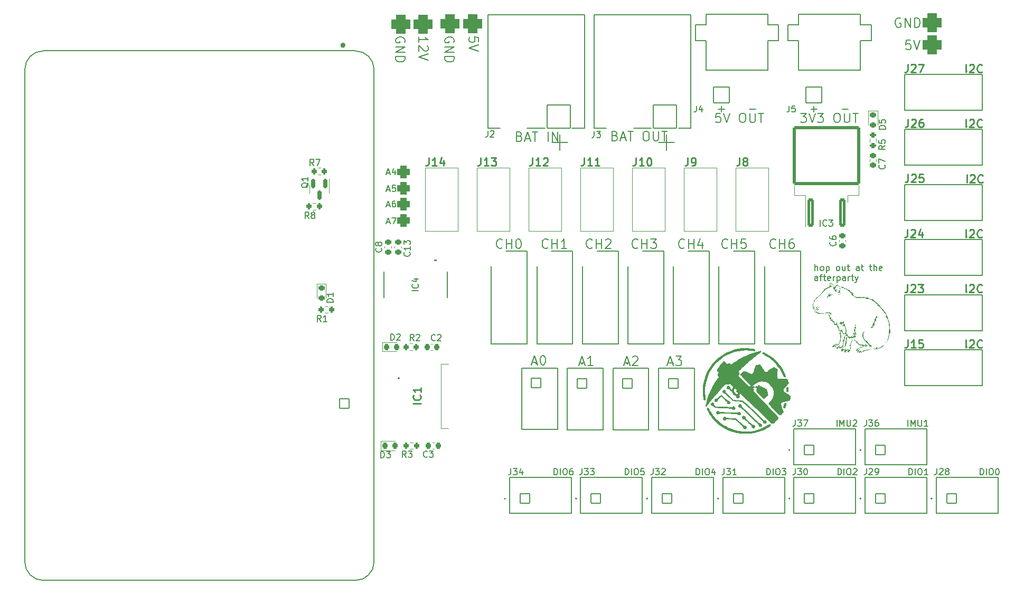
<source format=gto>
%TF.GenerationSoftware,KiCad,Pcbnew,7.0.7*%
%TF.CreationDate,2023-11-07T21:18:24-05:00*%
%TF.ProjectId,mainControllerGRR,6d61696e-436f-46e7-9472-6f6c6c657247,rev?*%
%TF.SameCoordinates,Original*%
%TF.FileFunction,Legend,Top*%
%TF.FilePolarity,Positive*%
%FSLAX46Y46*%
G04 Gerber Fmt 4.6, Leading zero omitted, Abs format (unit mm)*
G04 Created by KiCad (PCBNEW 7.0.7) date 2023-11-07 21:18:24*
%MOMM*%
%LPD*%
G01*
G04 APERTURE LIST*
G04 Aperture macros list*
%AMRoundRect*
0 Rectangle with rounded corners*
0 $1 Rounding radius*
0 $2 $3 $4 $5 $6 $7 $8 $9 X,Y pos of 4 corners*
0 Add a 4 corners polygon primitive as box body*
4,1,4,$2,$3,$4,$5,$6,$7,$8,$9,$2,$3,0*
0 Add four circle primitives for the rounded corners*
1,1,$1+$1,$2,$3*
1,1,$1+$1,$4,$5*
1,1,$1+$1,$6,$7*
1,1,$1+$1,$8,$9*
0 Add four rect primitives between the rounded corners*
20,1,$1+$1,$2,$3,$4,$5,0*
20,1,$1+$1,$4,$5,$6,$7,0*
20,1,$1+$1,$6,$7,$8,$9,0*
20,1,$1+$1,$8,$9,$2,$3,0*%
G04 Aperture macros list end*
%ADD10C,0.150000*%
%ADD11C,0.254000*%
%ADD12C,0.300000*%
%ADD13C,0.127000*%
%ADD14C,0.200000*%
%ADD15C,0.100000*%
%ADD16C,0.120000*%
%ADD17C,0.152400*%
%ADD18C,0.400000*%
%ADD19RoundRect,0.102000X-0.754000X-0.754000X0.754000X-0.754000X0.754000X0.754000X-0.754000X0.754000X0*%
%ADD20C,1.712000*%
%ADD21C,4.300000*%
%ADD22RoundRect,0.225000X0.250000X-0.225000X0.250000X0.225000X-0.250000X0.225000X-0.250000X-0.225000X0*%
%ADD23R,1.400000X1.400000*%
%ADD24C,1.400000*%
%ADD25RoundRect,0.200000X0.200000X0.275000X-0.200000X0.275000X-0.200000X-0.275000X0.200000X-0.275000X0*%
%ADD26RoundRect,0.102000X-0.754000X0.754000X-0.754000X-0.754000X0.754000X-0.754000X0.754000X0.754000X0*%
%ADD27RoundRect,0.750000X-0.750000X0.750000X-0.750000X-0.750000X0.750000X-0.750000X0.750000X0.750000X0*%
%ADD28RoundRect,0.225000X0.225000X0.250000X-0.225000X0.250000X-0.225000X-0.250000X0.225000X-0.250000X0*%
%ADD29RoundRect,0.218750X-0.218750X-0.256250X0.218750X-0.256250X0.218750X0.256250X-0.218750X0.256250X0*%
%ADD30RoundRect,0.102000X-1.858000X-1.858000X1.858000X-1.858000X1.858000X1.858000X-1.858000X1.858000X0*%
%ADD31C,3.920000*%
%ADD32O,1.404000X2.604000*%
%ADD33C,3.200000*%
%ADD34RoundRect,0.500000X-0.500000X-0.500000X0.500000X-0.500000X0.500000X0.500000X-0.500000X0.500000X0*%
%ADD35RoundRect,0.200000X-0.200000X-0.275000X0.200000X-0.275000X0.200000X0.275000X-0.200000X0.275000X0*%
%ADD36RoundRect,0.250000X0.300000X-2.050000X0.300000X2.050000X-0.300000X2.050000X-0.300000X-2.050000X0*%
%ADD37RoundRect,0.250002X5.149998X-4.449998X5.149998X4.449998X-5.149998X4.449998X-5.149998X-4.449998X0*%
%ADD38R,0.558800X2.286000*%
%ADD39RoundRect,0.150000X-0.150000X0.587500X-0.150000X-0.587500X0.150000X-0.587500X0.150000X0.587500X0*%
%ADD40C,2.754000*%
%ADD41RoundRect,0.102000X-1.275000X-1.275000X1.275000X-1.275000X1.275000X1.275000X-1.275000X1.275000X0*%
%ADD42RoundRect,0.218750X-0.256250X0.218750X-0.256250X-0.218750X0.256250X-0.218750X0.256250X0.218750X0*%
%ADD43R,1.650000X1.650000*%
%ADD44C,1.650000*%
%ADD45RoundRect,0.102000X-0.762000X0.762000X-0.762000X-0.762000X0.762000X-0.762000X0.762000X0.762000X0*%
%ADD46C,1.728000*%
%ADD47C,4.204000*%
%ADD48RoundRect,0.750000X0.750000X0.750000X-0.750000X0.750000X-0.750000X-0.750000X0.750000X-0.750000X0*%
%ADD49RoundRect,0.200000X0.275000X-0.200000X0.275000X0.200000X-0.275000X0.200000X-0.275000X-0.200000X0*%
%ADD50R,3.500000X1.600000*%
%ADD51R,9.750000X12.200000*%
G04 APERTURE END LIST*
D10*
X189000000Y-114554819D02*
X189000000Y-113554819D01*
X189000000Y-113554819D02*
X189238095Y-113554819D01*
X189238095Y-113554819D02*
X189380952Y-113602438D01*
X189380952Y-113602438D02*
X189476190Y-113697676D01*
X189476190Y-113697676D02*
X189523809Y-113792914D01*
X189523809Y-113792914D02*
X189571428Y-113983390D01*
X189571428Y-113983390D02*
X189571428Y-114126247D01*
X189571428Y-114126247D02*
X189523809Y-114316723D01*
X189523809Y-114316723D02*
X189476190Y-114411961D01*
X189476190Y-114411961D02*
X189380952Y-114507200D01*
X189380952Y-114507200D02*
X189238095Y-114554819D01*
X189238095Y-114554819D02*
X189000000Y-114554819D01*
X190000000Y-114554819D02*
X190000000Y-113554819D01*
X190666666Y-113554819D02*
X190857142Y-113554819D01*
X190857142Y-113554819D02*
X190952380Y-113602438D01*
X190952380Y-113602438D02*
X191047618Y-113697676D01*
X191047618Y-113697676D02*
X191095237Y-113888152D01*
X191095237Y-113888152D02*
X191095237Y-114221485D01*
X191095237Y-114221485D02*
X191047618Y-114411961D01*
X191047618Y-114411961D02*
X190952380Y-114507200D01*
X190952380Y-114507200D02*
X190857142Y-114554819D01*
X190857142Y-114554819D02*
X190666666Y-114554819D01*
X190666666Y-114554819D02*
X190571428Y-114507200D01*
X190571428Y-114507200D02*
X190476190Y-114411961D01*
X190476190Y-114411961D02*
X190428571Y-114221485D01*
X190428571Y-114221485D02*
X190428571Y-113888152D01*
X190428571Y-113888152D02*
X190476190Y-113697676D01*
X190476190Y-113697676D02*
X190571428Y-113602438D01*
X190571428Y-113602438D02*
X190666666Y-113554819D01*
X191952380Y-113554819D02*
X191761904Y-113554819D01*
X191761904Y-113554819D02*
X191666666Y-113602438D01*
X191666666Y-113602438D02*
X191619047Y-113650057D01*
X191619047Y-113650057D02*
X191523809Y-113792914D01*
X191523809Y-113792914D02*
X191476190Y-113983390D01*
X191476190Y-113983390D02*
X191476190Y-114364342D01*
X191476190Y-114364342D02*
X191523809Y-114459580D01*
X191523809Y-114459580D02*
X191571428Y-114507200D01*
X191571428Y-114507200D02*
X191666666Y-114554819D01*
X191666666Y-114554819D02*
X191857142Y-114554819D01*
X191857142Y-114554819D02*
X191952380Y-114507200D01*
X191952380Y-114507200D02*
X191999999Y-114459580D01*
X191999999Y-114459580D02*
X192047618Y-114364342D01*
X192047618Y-114364342D02*
X192047618Y-114126247D01*
X192047618Y-114126247D02*
X191999999Y-114031009D01*
X191999999Y-114031009D02*
X191952380Y-113983390D01*
X191952380Y-113983390D02*
X191857142Y-113935771D01*
X191857142Y-113935771D02*
X191666666Y-113935771D01*
X191666666Y-113935771D02*
X191571428Y-113983390D01*
X191571428Y-113983390D02*
X191523809Y-114031009D01*
X191523809Y-114031009D02*
X191476190Y-114126247D01*
D11*
X255060237Y-94174318D02*
X255060237Y-92904318D01*
X255604523Y-93025270D02*
X255664999Y-92964794D01*
X255664999Y-92964794D02*
X255785952Y-92904318D01*
X255785952Y-92904318D02*
X256088333Y-92904318D01*
X256088333Y-92904318D02*
X256209285Y-92964794D01*
X256209285Y-92964794D02*
X256269761Y-93025270D01*
X256269761Y-93025270D02*
X256330238Y-93146222D01*
X256330238Y-93146222D02*
X256330238Y-93267175D01*
X256330238Y-93267175D02*
X256269761Y-93448603D01*
X256269761Y-93448603D02*
X255544047Y-94174318D01*
X255544047Y-94174318D02*
X256330238Y-94174318D01*
X257600238Y-94053365D02*
X257539762Y-94113842D01*
X257539762Y-94113842D02*
X257358333Y-94174318D01*
X257358333Y-94174318D02*
X257237381Y-94174318D01*
X257237381Y-94174318D02*
X257055952Y-94113842D01*
X257055952Y-94113842D02*
X256935000Y-93992889D01*
X256935000Y-93992889D02*
X256874523Y-93871937D01*
X256874523Y-93871937D02*
X256814047Y-93630032D01*
X256814047Y-93630032D02*
X256814047Y-93448603D01*
X256814047Y-93448603D02*
X256874523Y-93206699D01*
X256874523Y-93206699D02*
X256935000Y-93085746D01*
X256935000Y-93085746D02*
X257055952Y-92964794D01*
X257055952Y-92964794D02*
X257237381Y-92904318D01*
X257237381Y-92904318D02*
X257358333Y-92904318D01*
X257358333Y-92904318D02*
X257539762Y-92964794D01*
X257539762Y-92964794D02*
X257600238Y-93025270D01*
D10*
X165019942Y-45141541D02*
X165091371Y-44998684D01*
X165091371Y-44998684D02*
X165091371Y-44784398D01*
X165091371Y-44784398D02*
X165019942Y-44570112D01*
X165019942Y-44570112D02*
X164877085Y-44427255D01*
X164877085Y-44427255D02*
X164734228Y-44355826D01*
X164734228Y-44355826D02*
X164448514Y-44284398D01*
X164448514Y-44284398D02*
X164234228Y-44284398D01*
X164234228Y-44284398D02*
X163948514Y-44355826D01*
X163948514Y-44355826D02*
X163805657Y-44427255D01*
X163805657Y-44427255D02*
X163662800Y-44570112D01*
X163662800Y-44570112D02*
X163591371Y-44784398D01*
X163591371Y-44784398D02*
X163591371Y-44927255D01*
X163591371Y-44927255D02*
X163662800Y-45141541D01*
X163662800Y-45141541D02*
X163734228Y-45212969D01*
X163734228Y-45212969D02*
X164234228Y-45212969D01*
X164234228Y-45212969D02*
X164234228Y-44927255D01*
X163591371Y-45855826D02*
X165091371Y-45855826D01*
X165091371Y-45855826D02*
X163591371Y-46712969D01*
X163591371Y-46712969D02*
X165091371Y-46712969D01*
X163591371Y-47427255D02*
X165091371Y-47427255D01*
X165091371Y-47427255D02*
X165091371Y-47784398D01*
X165091371Y-47784398D02*
X165019942Y-47998684D01*
X165019942Y-47998684D02*
X164877085Y-48141541D01*
X164877085Y-48141541D02*
X164734228Y-48212970D01*
X164734228Y-48212970D02*
X164448514Y-48284398D01*
X164448514Y-48284398D02*
X164234228Y-48284398D01*
X164234228Y-48284398D02*
X163948514Y-48212970D01*
X163948514Y-48212970D02*
X163805657Y-48141541D01*
X163805657Y-48141541D02*
X163662800Y-47998684D01*
X163662800Y-47998684D02*
X163591371Y-47784398D01*
X163591371Y-47784398D02*
X163591371Y-47427255D01*
X200400000Y-114554819D02*
X200400000Y-113554819D01*
X200400000Y-113554819D02*
X200638095Y-113554819D01*
X200638095Y-113554819D02*
X200780952Y-113602438D01*
X200780952Y-113602438D02*
X200876190Y-113697676D01*
X200876190Y-113697676D02*
X200923809Y-113792914D01*
X200923809Y-113792914D02*
X200971428Y-113983390D01*
X200971428Y-113983390D02*
X200971428Y-114126247D01*
X200971428Y-114126247D02*
X200923809Y-114316723D01*
X200923809Y-114316723D02*
X200876190Y-114411961D01*
X200876190Y-114411961D02*
X200780952Y-114507200D01*
X200780952Y-114507200D02*
X200638095Y-114554819D01*
X200638095Y-114554819D02*
X200400000Y-114554819D01*
X201400000Y-114554819D02*
X201400000Y-113554819D01*
X202066666Y-113554819D02*
X202257142Y-113554819D01*
X202257142Y-113554819D02*
X202352380Y-113602438D01*
X202352380Y-113602438D02*
X202447618Y-113697676D01*
X202447618Y-113697676D02*
X202495237Y-113888152D01*
X202495237Y-113888152D02*
X202495237Y-114221485D01*
X202495237Y-114221485D02*
X202447618Y-114411961D01*
X202447618Y-114411961D02*
X202352380Y-114507200D01*
X202352380Y-114507200D02*
X202257142Y-114554819D01*
X202257142Y-114554819D02*
X202066666Y-114554819D01*
X202066666Y-114554819D02*
X201971428Y-114507200D01*
X201971428Y-114507200D02*
X201876190Y-114411961D01*
X201876190Y-114411961D02*
X201828571Y-114221485D01*
X201828571Y-114221485D02*
X201828571Y-113888152D01*
X201828571Y-113888152D02*
X201876190Y-113697676D01*
X201876190Y-113697676D02*
X201971428Y-113602438D01*
X201971428Y-113602438D02*
X202066666Y-113554819D01*
X203399999Y-113554819D02*
X202923809Y-113554819D01*
X202923809Y-113554819D02*
X202876190Y-114031009D01*
X202876190Y-114031009D02*
X202923809Y-113983390D01*
X202923809Y-113983390D02*
X203019047Y-113935771D01*
X203019047Y-113935771D02*
X203257142Y-113935771D01*
X203257142Y-113935771D02*
X203352380Y-113983390D01*
X203352380Y-113983390D02*
X203399999Y-114031009D01*
X203399999Y-114031009D02*
X203447618Y-114126247D01*
X203447618Y-114126247D02*
X203447618Y-114364342D01*
X203447618Y-114364342D02*
X203399999Y-114459580D01*
X203399999Y-114459580D02*
X203352380Y-114507200D01*
X203352380Y-114507200D02*
X203257142Y-114554819D01*
X203257142Y-114554819D02*
X203019047Y-114554819D01*
X203019047Y-114554819D02*
X202923809Y-114507200D01*
X202923809Y-114507200D02*
X202876190Y-114459580D01*
D11*
X255060237Y-49974318D02*
X255060237Y-48704318D01*
X255604523Y-48825270D02*
X255664999Y-48764794D01*
X255664999Y-48764794D02*
X255785952Y-48704318D01*
X255785952Y-48704318D02*
X256088333Y-48704318D01*
X256088333Y-48704318D02*
X256209285Y-48764794D01*
X256209285Y-48764794D02*
X256269761Y-48825270D01*
X256269761Y-48825270D02*
X256330238Y-48946222D01*
X256330238Y-48946222D02*
X256330238Y-49067175D01*
X256330238Y-49067175D02*
X256269761Y-49248603D01*
X256269761Y-49248603D02*
X255544047Y-49974318D01*
X255544047Y-49974318D02*
X256330238Y-49974318D01*
X257600238Y-49853365D02*
X257539762Y-49913842D01*
X257539762Y-49913842D02*
X257358333Y-49974318D01*
X257358333Y-49974318D02*
X257237381Y-49974318D01*
X257237381Y-49974318D02*
X257055952Y-49913842D01*
X257055952Y-49913842D02*
X256935000Y-49792889D01*
X256935000Y-49792889D02*
X256874523Y-49671937D01*
X256874523Y-49671937D02*
X256814047Y-49430032D01*
X256814047Y-49430032D02*
X256814047Y-49248603D01*
X256814047Y-49248603D02*
X256874523Y-49006699D01*
X256874523Y-49006699D02*
X256935000Y-48885746D01*
X256935000Y-48885746D02*
X257055952Y-48764794D01*
X257055952Y-48764794D02*
X257237381Y-48704318D01*
X257237381Y-48704318D02*
X257358333Y-48704318D01*
X257358333Y-48704318D02*
X257539762Y-48764794D01*
X257539762Y-48764794D02*
X257600238Y-48825270D01*
D10*
X234328572Y-106754819D02*
X234328572Y-105754819D01*
X234804762Y-106754819D02*
X234804762Y-105754819D01*
X234804762Y-105754819D02*
X235138095Y-106469104D01*
X235138095Y-106469104D02*
X235471428Y-105754819D01*
X235471428Y-105754819D02*
X235471428Y-106754819D01*
X235947619Y-105754819D02*
X235947619Y-106564342D01*
X235947619Y-106564342D02*
X235995238Y-106659580D01*
X235995238Y-106659580D02*
X236042857Y-106707200D01*
X236042857Y-106707200D02*
X236138095Y-106754819D01*
X236138095Y-106754819D02*
X236328571Y-106754819D01*
X236328571Y-106754819D02*
X236423809Y-106707200D01*
X236423809Y-106707200D02*
X236471428Y-106659580D01*
X236471428Y-106659580D02*
X236519047Y-106564342D01*
X236519047Y-106564342D02*
X236519047Y-105754819D01*
X236947619Y-105850057D02*
X236995238Y-105802438D01*
X236995238Y-105802438D02*
X237090476Y-105754819D01*
X237090476Y-105754819D02*
X237328571Y-105754819D01*
X237328571Y-105754819D02*
X237423809Y-105802438D01*
X237423809Y-105802438D02*
X237471428Y-105850057D01*
X237471428Y-105850057D02*
X237519047Y-105945295D01*
X237519047Y-105945295D02*
X237519047Y-106040533D01*
X237519047Y-106040533D02*
X237471428Y-106183390D01*
X237471428Y-106183390D02*
X236900000Y-106754819D01*
X236900000Y-106754819D02*
X237519047Y-106754819D01*
X195112969Y-78065771D02*
X195041541Y-78137200D01*
X195041541Y-78137200D02*
X194827255Y-78208628D01*
X194827255Y-78208628D02*
X194684398Y-78208628D01*
X194684398Y-78208628D02*
X194470112Y-78137200D01*
X194470112Y-78137200D02*
X194327255Y-77994342D01*
X194327255Y-77994342D02*
X194255826Y-77851485D01*
X194255826Y-77851485D02*
X194184398Y-77565771D01*
X194184398Y-77565771D02*
X194184398Y-77351485D01*
X194184398Y-77351485D02*
X194255826Y-77065771D01*
X194255826Y-77065771D02*
X194327255Y-76922914D01*
X194327255Y-76922914D02*
X194470112Y-76780057D01*
X194470112Y-76780057D02*
X194684398Y-76708628D01*
X194684398Y-76708628D02*
X194827255Y-76708628D01*
X194827255Y-76708628D02*
X195041541Y-76780057D01*
X195041541Y-76780057D02*
X195112969Y-76851485D01*
X195755826Y-78208628D02*
X195755826Y-76708628D01*
X195755826Y-77422914D02*
X196612969Y-77422914D01*
X196612969Y-78208628D02*
X196612969Y-76708628D01*
X197255827Y-76851485D02*
X197327255Y-76780057D01*
X197327255Y-76780057D02*
X197470113Y-76708628D01*
X197470113Y-76708628D02*
X197827255Y-76708628D01*
X197827255Y-76708628D02*
X197970113Y-76780057D01*
X197970113Y-76780057D02*
X198041541Y-76851485D01*
X198041541Y-76851485D02*
X198112970Y-76994342D01*
X198112970Y-76994342D02*
X198112970Y-77137200D01*
X198112970Y-77137200D02*
X198041541Y-77351485D01*
X198041541Y-77351485D02*
X197184398Y-78208628D01*
X197184398Y-78208628D02*
X198112970Y-78208628D01*
X162189160Y-73984104D02*
X162665350Y-73984104D01*
X162093922Y-74269819D02*
X162427255Y-73269819D01*
X162427255Y-73269819D02*
X162760588Y-74269819D01*
X162998684Y-73269819D02*
X163665350Y-73269819D01*
X163665350Y-73269819D02*
X163236779Y-74269819D01*
D11*
X255060237Y-85274318D02*
X255060237Y-84004318D01*
X255604523Y-84125270D02*
X255664999Y-84064794D01*
X255664999Y-84064794D02*
X255785952Y-84004318D01*
X255785952Y-84004318D02*
X256088333Y-84004318D01*
X256088333Y-84004318D02*
X256209285Y-84064794D01*
X256209285Y-84064794D02*
X256269761Y-84125270D01*
X256269761Y-84125270D02*
X256330238Y-84246222D01*
X256330238Y-84246222D02*
X256330238Y-84367175D01*
X256330238Y-84367175D02*
X256269761Y-84548603D01*
X256269761Y-84548603D02*
X255544047Y-85274318D01*
X255544047Y-85274318D02*
X256330238Y-85274318D01*
X257600238Y-85153365D02*
X257539762Y-85213842D01*
X257539762Y-85213842D02*
X257358333Y-85274318D01*
X257358333Y-85274318D02*
X257237381Y-85274318D01*
X257237381Y-85274318D02*
X257055952Y-85213842D01*
X257055952Y-85213842D02*
X256935000Y-85092889D01*
X256935000Y-85092889D02*
X256874523Y-84971937D01*
X256874523Y-84971937D02*
X256814047Y-84730032D01*
X256814047Y-84730032D02*
X256814047Y-84548603D01*
X256814047Y-84548603D02*
X256874523Y-84306699D01*
X256874523Y-84306699D02*
X256935000Y-84185746D01*
X256935000Y-84185746D02*
X257055952Y-84064794D01*
X257055952Y-84064794D02*
X257237381Y-84004318D01*
X257237381Y-84004318D02*
X257358333Y-84004318D01*
X257358333Y-84004318D02*
X257539762Y-84064794D01*
X257539762Y-84064794D02*
X257600238Y-84125270D01*
X255160237Y-67674318D02*
X255160237Y-66404318D01*
X255704523Y-66525270D02*
X255764999Y-66464794D01*
X255764999Y-66464794D02*
X255885952Y-66404318D01*
X255885952Y-66404318D02*
X256188333Y-66404318D01*
X256188333Y-66404318D02*
X256309285Y-66464794D01*
X256309285Y-66464794D02*
X256369761Y-66525270D01*
X256369761Y-66525270D02*
X256430238Y-66646222D01*
X256430238Y-66646222D02*
X256430238Y-66767175D01*
X256430238Y-66767175D02*
X256369761Y-66948603D01*
X256369761Y-66948603D02*
X255644047Y-67674318D01*
X255644047Y-67674318D02*
X256430238Y-67674318D01*
X257700238Y-67553365D02*
X257639762Y-67613842D01*
X257639762Y-67613842D02*
X257458333Y-67674318D01*
X257458333Y-67674318D02*
X257337381Y-67674318D01*
X257337381Y-67674318D02*
X257155952Y-67613842D01*
X257155952Y-67613842D02*
X257035000Y-67492889D01*
X257035000Y-67492889D02*
X256974523Y-67371937D01*
X256974523Y-67371937D02*
X256914047Y-67130032D01*
X256914047Y-67130032D02*
X256914047Y-66948603D01*
X256914047Y-66948603D02*
X256974523Y-66706699D01*
X256974523Y-66706699D02*
X257035000Y-66585746D01*
X257035000Y-66585746D02*
X257155952Y-66464794D01*
X257155952Y-66464794D02*
X257337381Y-66404318D01*
X257337381Y-66404318D02*
X257458333Y-66404318D01*
X257458333Y-66404318D02*
X257639762Y-66464794D01*
X257639762Y-66464794D02*
X257700238Y-66525270D01*
D10*
X202412969Y-78065771D02*
X202341541Y-78137200D01*
X202341541Y-78137200D02*
X202127255Y-78208628D01*
X202127255Y-78208628D02*
X201984398Y-78208628D01*
X201984398Y-78208628D02*
X201770112Y-78137200D01*
X201770112Y-78137200D02*
X201627255Y-77994342D01*
X201627255Y-77994342D02*
X201555826Y-77851485D01*
X201555826Y-77851485D02*
X201484398Y-77565771D01*
X201484398Y-77565771D02*
X201484398Y-77351485D01*
X201484398Y-77351485D02*
X201555826Y-77065771D01*
X201555826Y-77065771D02*
X201627255Y-76922914D01*
X201627255Y-76922914D02*
X201770112Y-76780057D01*
X201770112Y-76780057D02*
X201984398Y-76708628D01*
X201984398Y-76708628D02*
X202127255Y-76708628D01*
X202127255Y-76708628D02*
X202341541Y-76780057D01*
X202341541Y-76780057D02*
X202412969Y-76851485D01*
X203055826Y-78208628D02*
X203055826Y-76708628D01*
X203055826Y-77422914D02*
X203912969Y-77422914D01*
X203912969Y-78208628D02*
X203912969Y-76708628D01*
X204484398Y-76708628D02*
X205412970Y-76708628D01*
X205412970Y-76708628D02*
X204912970Y-77280057D01*
X204912970Y-77280057D02*
X205127255Y-77280057D01*
X205127255Y-77280057D02*
X205270113Y-77351485D01*
X205270113Y-77351485D02*
X205341541Y-77422914D01*
X205341541Y-77422914D02*
X205412970Y-77565771D01*
X205412970Y-77565771D02*
X205412970Y-77922914D01*
X205412970Y-77922914D02*
X205341541Y-78065771D01*
X205341541Y-78065771D02*
X205270113Y-78137200D01*
X205270113Y-78137200D02*
X205127255Y-78208628D01*
X205127255Y-78208628D02*
X204698684Y-78208628D01*
X204698684Y-78208628D02*
X204555827Y-78137200D01*
X204555827Y-78137200D02*
X204484398Y-78065771D01*
X223100000Y-114554819D02*
X223100000Y-113554819D01*
X223100000Y-113554819D02*
X223338095Y-113554819D01*
X223338095Y-113554819D02*
X223480952Y-113602438D01*
X223480952Y-113602438D02*
X223576190Y-113697676D01*
X223576190Y-113697676D02*
X223623809Y-113792914D01*
X223623809Y-113792914D02*
X223671428Y-113983390D01*
X223671428Y-113983390D02*
X223671428Y-114126247D01*
X223671428Y-114126247D02*
X223623809Y-114316723D01*
X223623809Y-114316723D02*
X223576190Y-114411961D01*
X223576190Y-114411961D02*
X223480952Y-114507200D01*
X223480952Y-114507200D02*
X223338095Y-114554819D01*
X223338095Y-114554819D02*
X223100000Y-114554819D01*
X224100000Y-114554819D02*
X224100000Y-113554819D01*
X224766666Y-113554819D02*
X224957142Y-113554819D01*
X224957142Y-113554819D02*
X225052380Y-113602438D01*
X225052380Y-113602438D02*
X225147618Y-113697676D01*
X225147618Y-113697676D02*
X225195237Y-113888152D01*
X225195237Y-113888152D02*
X225195237Y-114221485D01*
X225195237Y-114221485D02*
X225147618Y-114411961D01*
X225147618Y-114411961D02*
X225052380Y-114507200D01*
X225052380Y-114507200D02*
X224957142Y-114554819D01*
X224957142Y-114554819D02*
X224766666Y-114554819D01*
X224766666Y-114554819D02*
X224671428Y-114507200D01*
X224671428Y-114507200D02*
X224576190Y-114411961D01*
X224576190Y-114411961D02*
X224528571Y-114221485D01*
X224528571Y-114221485D02*
X224528571Y-113888152D01*
X224528571Y-113888152D02*
X224576190Y-113697676D01*
X224576190Y-113697676D02*
X224671428Y-113602438D01*
X224671428Y-113602438D02*
X224766666Y-113554819D01*
X225528571Y-113554819D02*
X226147618Y-113554819D01*
X226147618Y-113554819D02*
X225814285Y-113935771D01*
X225814285Y-113935771D02*
X225957142Y-113935771D01*
X225957142Y-113935771D02*
X226052380Y-113983390D01*
X226052380Y-113983390D02*
X226099999Y-114031009D01*
X226099999Y-114031009D02*
X226147618Y-114126247D01*
X226147618Y-114126247D02*
X226147618Y-114364342D01*
X226147618Y-114364342D02*
X226099999Y-114459580D01*
X226099999Y-114459580D02*
X226052380Y-114507200D01*
X226052380Y-114507200D02*
X225957142Y-114554819D01*
X225957142Y-114554819D02*
X225671428Y-114554819D01*
X225671428Y-114554819D02*
X225576190Y-114507200D01*
X225576190Y-114507200D02*
X225528571Y-114459580D01*
X200284398Y-96580057D02*
X200998684Y-96580057D01*
X200141541Y-97008628D02*
X200641541Y-95508628D01*
X200641541Y-95508628D02*
X201141541Y-97008628D01*
X201570112Y-95651485D02*
X201641540Y-95580057D01*
X201641540Y-95580057D02*
X201784398Y-95508628D01*
X201784398Y-95508628D02*
X202141540Y-95508628D01*
X202141540Y-95508628D02*
X202284398Y-95580057D01*
X202284398Y-95580057D02*
X202355826Y-95651485D01*
X202355826Y-95651485D02*
X202427255Y-95794342D01*
X202427255Y-95794342D02*
X202427255Y-95937200D01*
X202427255Y-95937200D02*
X202355826Y-96151485D01*
X202355826Y-96151485D02*
X201498683Y-97008628D01*
X201498683Y-97008628D02*
X202427255Y-97008628D01*
X188012969Y-78065771D02*
X187941541Y-78137200D01*
X187941541Y-78137200D02*
X187727255Y-78208628D01*
X187727255Y-78208628D02*
X187584398Y-78208628D01*
X187584398Y-78208628D02*
X187370112Y-78137200D01*
X187370112Y-78137200D02*
X187227255Y-77994342D01*
X187227255Y-77994342D02*
X187155826Y-77851485D01*
X187155826Y-77851485D02*
X187084398Y-77565771D01*
X187084398Y-77565771D02*
X187084398Y-77351485D01*
X187084398Y-77351485D02*
X187155826Y-77065771D01*
X187155826Y-77065771D02*
X187227255Y-76922914D01*
X187227255Y-76922914D02*
X187370112Y-76780057D01*
X187370112Y-76780057D02*
X187584398Y-76708628D01*
X187584398Y-76708628D02*
X187727255Y-76708628D01*
X187727255Y-76708628D02*
X187941541Y-76780057D01*
X187941541Y-76780057D02*
X188012969Y-76851485D01*
X188655826Y-78208628D02*
X188655826Y-76708628D01*
X188655826Y-77422914D02*
X189512969Y-77422914D01*
X189512969Y-78208628D02*
X189512969Y-76708628D01*
X191012970Y-78208628D02*
X190155827Y-78208628D01*
X190584398Y-78208628D02*
X190584398Y-76708628D01*
X190584398Y-76708628D02*
X190441541Y-76922914D01*
X190441541Y-76922914D02*
X190298684Y-77065771D01*
X190298684Y-77065771D02*
X190155827Y-77137200D01*
X228512969Y-56508628D02*
X229441541Y-56508628D01*
X229441541Y-56508628D02*
X228941541Y-57080057D01*
X228941541Y-57080057D02*
X229155826Y-57080057D01*
X229155826Y-57080057D02*
X229298684Y-57151485D01*
X229298684Y-57151485D02*
X229370112Y-57222914D01*
X229370112Y-57222914D02*
X229441541Y-57365771D01*
X229441541Y-57365771D02*
X229441541Y-57722914D01*
X229441541Y-57722914D02*
X229370112Y-57865771D01*
X229370112Y-57865771D02*
X229298684Y-57937200D01*
X229298684Y-57937200D02*
X229155826Y-58008628D01*
X229155826Y-58008628D02*
X228727255Y-58008628D01*
X228727255Y-58008628D02*
X228584398Y-57937200D01*
X228584398Y-57937200D02*
X228512969Y-57865771D01*
X229870112Y-56508628D02*
X230370112Y-58008628D01*
X230370112Y-58008628D02*
X230870112Y-56508628D01*
X231227254Y-56508628D02*
X232155826Y-56508628D01*
X232155826Y-56508628D02*
X231655826Y-57080057D01*
X231655826Y-57080057D02*
X231870111Y-57080057D01*
X231870111Y-57080057D02*
X232012969Y-57151485D01*
X232012969Y-57151485D02*
X232084397Y-57222914D01*
X232084397Y-57222914D02*
X232155826Y-57365771D01*
X232155826Y-57365771D02*
X232155826Y-57722914D01*
X232155826Y-57722914D02*
X232084397Y-57865771D01*
X232084397Y-57865771D02*
X232012969Y-57937200D01*
X232012969Y-57937200D02*
X231870111Y-58008628D01*
X231870111Y-58008628D02*
X231441540Y-58008628D01*
X231441540Y-58008628D02*
X231298683Y-57937200D01*
X231298683Y-57937200D02*
X231227254Y-57865771D01*
X234227254Y-56508628D02*
X234512968Y-56508628D01*
X234512968Y-56508628D02*
X234655825Y-56580057D01*
X234655825Y-56580057D02*
X234798682Y-56722914D01*
X234798682Y-56722914D02*
X234870111Y-57008628D01*
X234870111Y-57008628D02*
X234870111Y-57508628D01*
X234870111Y-57508628D02*
X234798682Y-57794342D01*
X234798682Y-57794342D02*
X234655825Y-57937200D01*
X234655825Y-57937200D02*
X234512968Y-58008628D01*
X234512968Y-58008628D02*
X234227254Y-58008628D01*
X234227254Y-58008628D02*
X234084397Y-57937200D01*
X234084397Y-57937200D02*
X233941539Y-57794342D01*
X233941539Y-57794342D02*
X233870111Y-57508628D01*
X233870111Y-57508628D02*
X233870111Y-57008628D01*
X233870111Y-57008628D02*
X233941539Y-56722914D01*
X233941539Y-56722914D02*
X234084397Y-56580057D01*
X234084397Y-56580057D02*
X234227254Y-56508628D01*
X235512968Y-56508628D02*
X235512968Y-57722914D01*
X235512968Y-57722914D02*
X235584397Y-57865771D01*
X235584397Y-57865771D02*
X235655826Y-57937200D01*
X235655826Y-57937200D02*
X235798683Y-58008628D01*
X235798683Y-58008628D02*
X236084397Y-58008628D01*
X236084397Y-58008628D02*
X236227254Y-57937200D01*
X236227254Y-57937200D02*
X236298683Y-57865771D01*
X236298683Y-57865771D02*
X236370111Y-57722914D01*
X236370111Y-57722914D02*
X236370111Y-56508628D01*
X236870112Y-56508628D02*
X237727255Y-56508628D01*
X237298683Y-58008628D02*
X237298683Y-56508628D01*
X162189160Y-68784104D02*
X162665350Y-68784104D01*
X162093922Y-69069819D02*
X162427255Y-68069819D01*
X162427255Y-68069819D02*
X162760588Y-69069819D01*
X163570112Y-68069819D02*
X163093922Y-68069819D01*
X163093922Y-68069819D02*
X163046303Y-68546009D01*
X163046303Y-68546009D02*
X163093922Y-68498390D01*
X163093922Y-68498390D02*
X163189160Y-68450771D01*
X163189160Y-68450771D02*
X163427255Y-68450771D01*
X163427255Y-68450771D02*
X163522493Y-68498390D01*
X163522493Y-68498390D02*
X163570112Y-68546009D01*
X163570112Y-68546009D02*
X163617731Y-68641247D01*
X163617731Y-68641247D02*
X163617731Y-68879342D01*
X163617731Y-68879342D02*
X163570112Y-68974580D01*
X163570112Y-68974580D02*
X163522493Y-69022200D01*
X163522493Y-69022200D02*
X163427255Y-69069819D01*
X163427255Y-69069819D02*
X163189160Y-69069819D01*
X163189160Y-69069819D02*
X163093922Y-69022200D01*
X163093922Y-69022200D02*
X163046303Y-68974580D01*
X216812969Y-78065771D02*
X216741541Y-78137200D01*
X216741541Y-78137200D02*
X216527255Y-78208628D01*
X216527255Y-78208628D02*
X216384398Y-78208628D01*
X216384398Y-78208628D02*
X216170112Y-78137200D01*
X216170112Y-78137200D02*
X216027255Y-77994342D01*
X216027255Y-77994342D02*
X215955826Y-77851485D01*
X215955826Y-77851485D02*
X215884398Y-77565771D01*
X215884398Y-77565771D02*
X215884398Y-77351485D01*
X215884398Y-77351485D02*
X215955826Y-77065771D01*
X215955826Y-77065771D02*
X216027255Y-76922914D01*
X216027255Y-76922914D02*
X216170112Y-76780057D01*
X216170112Y-76780057D02*
X216384398Y-76708628D01*
X216384398Y-76708628D02*
X216527255Y-76708628D01*
X216527255Y-76708628D02*
X216741541Y-76780057D01*
X216741541Y-76780057D02*
X216812969Y-76851485D01*
X217455826Y-78208628D02*
X217455826Y-76708628D01*
X217455826Y-77422914D02*
X218312969Y-77422914D01*
X218312969Y-78208628D02*
X218312969Y-76708628D01*
X219741541Y-76708628D02*
X219027255Y-76708628D01*
X219027255Y-76708628D02*
X218955827Y-77422914D01*
X218955827Y-77422914D02*
X219027255Y-77351485D01*
X219027255Y-77351485D02*
X219170113Y-77280057D01*
X219170113Y-77280057D02*
X219527255Y-77280057D01*
X219527255Y-77280057D02*
X219670113Y-77351485D01*
X219670113Y-77351485D02*
X219741541Y-77422914D01*
X219741541Y-77422914D02*
X219812970Y-77565771D01*
X219812970Y-77565771D02*
X219812970Y-77922914D01*
X219812970Y-77922914D02*
X219741541Y-78065771D01*
X219741541Y-78065771D02*
X219670113Y-78137200D01*
X219670113Y-78137200D02*
X219527255Y-78208628D01*
X219527255Y-78208628D02*
X219170113Y-78208628D01*
X219170113Y-78208628D02*
X219027255Y-78137200D01*
X219027255Y-78137200D02*
X218955827Y-78065771D01*
X230836779Y-81759819D02*
X230836779Y-80759819D01*
X231265350Y-81759819D02*
X231265350Y-81236009D01*
X231265350Y-81236009D02*
X231217731Y-81140771D01*
X231217731Y-81140771D02*
X231122493Y-81093152D01*
X231122493Y-81093152D02*
X230979636Y-81093152D01*
X230979636Y-81093152D02*
X230884398Y-81140771D01*
X230884398Y-81140771D02*
X230836779Y-81188390D01*
X231884398Y-81759819D02*
X231789160Y-81712200D01*
X231789160Y-81712200D02*
X231741541Y-81664580D01*
X231741541Y-81664580D02*
X231693922Y-81569342D01*
X231693922Y-81569342D02*
X231693922Y-81283628D01*
X231693922Y-81283628D02*
X231741541Y-81188390D01*
X231741541Y-81188390D02*
X231789160Y-81140771D01*
X231789160Y-81140771D02*
X231884398Y-81093152D01*
X231884398Y-81093152D02*
X232027255Y-81093152D01*
X232027255Y-81093152D02*
X232122493Y-81140771D01*
X232122493Y-81140771D02*
X232170112Y-81188390D01*
X232170112Y-81188390D02*
X232217731Y-81283628D01*
X232217731Y-81283628D02*
X232217731Y-81569342D01*
X232217731Y-81569342D02*
X232170112Y-81664580D01*
X232170112Y-81664580D02*
X232122493Y-81712200D01*
X232122493Y-81712200D02*
X232027255Y-81759819D01*
X232027255Y-81759819D02*
X231884398Y-81759819D01*
X232646303Y-81093152D02*
X232646303Y-82093152D01*
X232646303Y-81140771D02*
X232741541Y-81093152D01*
X232741541Y-81093152D02*
X232932017Y-81093152D01*
X232932017Y-81093152D02*
X233027255Y-81140771D01*
X233027255Y-81140771D02*
X233074874Y-81188390D01*
X233074874Y-81188390D02*
X233122493Y-81283628D01*
X233122493Y-81283628D02*
X233122493Y-81569342D01*
X233122493Y-81569342D02*
X233074874Y-81664580D01*
X233074874Y-81664580D02*
X233027255Y-81712200D01*
X233027255Y-81712200D02*
X232932017Y-81759819D01*
X232932017Y-81759819D02*
X232741541Y-81759819D01*
X232741541Y-81759819D02*
X232646303Y-81712200D01*
X234455827Y-81759819D02*
X234360589Y-81712200D01*
X234360589Y-81712200D02*
X234312970Y-81664580D01*
X234312970Y-81664580D02*
X234265351Y-81569342D01*
X234265351Y-81569342D02*
X234265351Y-81283628D01*
X234265351Y-81283628D02*
X234312970Y-81188390D01*
X234312970Y-81188390D02*
X234360589Y-81140771D01*
X234360589Y-81140771D02*
X234455827Y-81093152D01*
X234455827Y-81093152D02*
X234598684Y-81093152D01*
X234598684Y-81093152D02*
X234693922Y-81140771D01*
X234693922Y-81140771D02*
X234741541Y-81188390D01*
X234741541Y-81188390D02*
X234789160Y-81283628D01*
X234789160Y-81283628D02*
X234789160Y-81569342D01*
X234789160Y-81569342D02*
X234741541Y-81664580D01*
X234741541Y-81664580D02*
X234693922Y-81712200D01*
X234693922Y-81712200D02*
X234598684Y-81759819D01*
X234598684Y-81759819D02*
X234455827Y-81759819D01*
X235646303Y-81093152D02*
X235646303Y-81759819D01*
X235217732Y-81093152D02*
X235217732Y-81616961D01*
X235217732Y-81616961D02*
X235265351Y-81712200D01*
X235265351Y-81712200D02*
X235360589Y-81759819D01*
X235360589Y-81759819D02*
X235503446Y-81759819D01*
X235503446Y-81759819D02*
X235598684Y-81712200D01*
X235598684Y-81712200D02*
X235646303Y-81664580D01*
X235979637Y-81093152D02*
X236360589Y-81093152D01*
X236122494Y-80759819D02*
X236122494Y-81616961D01*
X236122494Y-81616961D02*
X236170113Y-81712200D01*
X236170113Y-81712200D02*
X236265351Y-81759819D01*
X236265351Y-81759819D02*
X236360589Y-81759819D01*
X237884399Y-81759819D02*
X237884399Y-81236009D01*
X237884399Y-81236009D02*
X237836780Y-81140771D01*
X237836780Y-81140771D02*
X237741542Y-81093152D01*
X237741542Y-81093152D02*
X237551066Y-81093152D01*
X237551066Y-81093152D02*
X237455828Y-81140771D01*
X237884399Y-81712200D02*
X237789161Y-81759819D01*
X237789161Y-81759819D02*
X237551066Y-81759819D01*
X237551066Y-81759819D02*
X237455828Y-81712200D01*
X237455828Y-81712200D02*
X237408209Y-81616961D01*
X237408209Y-81616961D02*
X237408209Y-81521723D01*
X237408209Y-81521723D02*
X237455828Y-81426485D01*
X237455828Y-81426485D02*
X237551066Y-81378866D01*
X237551066Y-81378866D02*
X237789161Y-81378866D01*
X237789161Y-81378866D02*
X237884399Y-81331247D01*
X238217733Y-81093152D02*
X238598685Y-81093152D01*
X238360590Y-80759819D02*
X238360590Y-81616961D01*
X238360590Y-81616961D02*
X238408209Y-81712200D01*
X238408209Y-81712200D02*
X238503447Y-81759819D01*
X238503447Y-81759819D02*
X238598685Y-81759819D01*
X239551067Y-81093152D02*
X239932019Y-81093152D01*
X239693924Y-80759819D02*
X239693924Y-81616961D01*
X239693924Y-81616961D02*
X239741543Y-81712200D01*
X239741543Y-81712200D02*
X239836781Y-81759819D01*
X239836781Y-81759819D02*
X239932019Y-81759819D01*
X240265353Y-81759819D02*
X240265353Y-80759819D01*
X240693924Y-81759819D02*
X240693924Y-81236009D01*
X240693924Y-81236009D02*
X240646305Y-81140771D01*
X240646305Y-81140771D02*
X240551067Y-81093152D01*
X240551067Y-81093152D02*
X240408210Y-81093152D01*
X240408210Y-81093152D02*
X240312972Y-81140771D01*
X240312972Y-81140771D02*
X240265353Y-81188390D01*
X241551067Y-81712200D02*
X241455829Y-81759819D01*
X241455829Y-81759819D02*
X241265353Y-81759819D01*
X241265353Y-81759819D02*
X241170115Y-81712200D01*
X241170115Y-81712200D02*
X241122496Y-81616961D01*
X241122496Y-81616961D02*
X241122496Y-81236009D01*
X241122496Y-81236009D02*
X241170115Y-81140771D01*
X241170115Y-81140771D02*
X241265353Y-81093152D01*
X241265353Y-81093152D02*
X241455829Y-81093152D01*
X241455829Y-81093152D02*
X241551067Y-81140771D01*
X241551067Y-81140771D02*
X241598686Y-81236009D01*
X241598686Y-81236009D02*
X241598686Y-81331247D01*
X241598686Y-81331247D02*
X241122496Y-81426485D01*
X231265350Y-83369819D02*
X231265350Y-82846009D01*
X231265350Y-82846009D02*
X231217731Y-82750771D01*
X231217731Y-82750771D02*
X231122493Y-82703152D01*
X231122493Y-82703152D02*
X230932017Y-82703152D01*
X230932017Y-82703152D02*
X230836779Y-82750771D01*
X231265350Y-83322200D02*
X231170112Y-83369819D01*
X231170112Y-83369819D02*
X230932017Y-83369819D01*
X230932017Y-83369819D02*
X230836779Y-83322200D01*
X230836779Y-83322200D02*
X230789160Y-83226961D01*
X230789160Y-83226961D02*
X230789160Y-83131723D01*
X230789160Y-83131723D02*
X230836779Y-83036485D01*
X230836779Y-83036485D02*
X230932017Y-82988866D01*
X230932017Y-82988866D02*
X231170112Y-82988866D01*
X231170112Y-82988866D02*
X231265350Y-82941247D01*
X231598684Y-82703152D02*
X231979636Y-82703152D01*
X231741541Y-83369819D02*
X231741541Y-82512676D01*
X231741541Y-82512676D02*
X231789160Y-82417438D01*
X231789160Y-82417438D02*
X231884398Y-82369819D01*
X231884398Y-82369819D02*
X231979636Y-82369819D01*
X232170113Y-82703152D02*
X232551065Y-82703152D01*
X232312970Y-82369819D02*
X232312970Y-83226961D01*
X232312970Y-83226961D02*
X232360589Y-83322200D01*
X232360589Y-83322200D02*
X232455827Y-83369819D01*
X232455827Y-83369819D02*
X232551065Y-83369819D01*
X233265351Y-83322200D02*
X233170113Y-83369819D01*
X233170113Y-83369819D02*
X232979637Y-83369819D01*
X232979637Y-83369819D02*
X232884399Y-83322200D01*
X232884399Y-83322200D02*
X232836780Y-83226961D01*
X232836780Y-83226961D02*
X232836780Y-82846009D01*
X232836780Y-82846009D02*
X232884399Y-82750771D01*
X232884399Y-82750771D02*
X232979637Y-82703152D01*
X232979637Y-82703152D02*
X233170113Y-82703152D01*
X233170113Y-82703152D02*
X233265351Y-82750771D01*
X233265351Y-82750771D02*
X233312970Y-82846009D01*
X233312970Y-82846009D02*
X233312970Y-82941247D01*
X233312970Y-82941247D02*
X232836780Y-83036485D01*
X233741542Y-83369819D02*
X233741542Y-82703152D01*
X233741542Y-82893628D02*
X233789161Y-82798390D01*
X233789161Y-82798390D02*
X233836780Y-82750771D01*
X233836780Y-82750771D02*
X233932018Y-82703152D01*
X233932018Y-82703152D02*
X234027256Y-82703152D01*
X234360590Y-82703152D02*
X234360590Y-83703152D01*
X234360590Y-82750771D02*
X234455828Y-82703152D01*
X234455828Y-82703152D02*
X234646304Y-82703152D01*
X234646304Y-82703152D02*
X234741542Y-82750771D01*
X234741542Y-82750771D02*
X234789161Y-82798390D01*
X234789161Y-82798390D02*
X234836780Y-82893628D01*
X234836780Y-82893628D02*
X234836780Y-83179342D01*
X234836780Y-83179342D02*
X234789161Y-83274580D01*
X234789161Y-83274580D02*
X234741542Y-83322200D01*
X234741542Y-83322200D02*
X234646304Y-83369819D01*
X234646304Y-83369819D02*
X234455828Y-83369819D01*
X234455828Y-83369819D02*
X234360590Y-83322200D01*
X235693923Y-83369819D02*
X235693923Y-82846009D01*
X235693923Y-82846009D02*
X235646304Y-82750771D01*
X235646304Y-82750771D02*
X235551066Y-82703152D01*
X235551066Y-82703152D02*
X235360590Y-82703152D01*
X235360590Y-82703152D02*
X235265352Y-82750771D01*
X235693923Y-83322200D02*
X235598685Y-83369819D01*
X235598685Y-83369819D02*
X235360590Y-83369819D01*
X235360590Y-83369819D02*
X235265352Y-83322200D01*
X235265352Y-83322200D02*
X235217733Y-83226961D01*
X235217733Y-83226961D02*
X235217733Y-83131723D01*
X235217733Y-83131723D02*
X235265352Y-83036485D01*
X235265352Y-83036485D02*
X235360590Y-82988866D01*
X235360590Y-82988866D02*
X235598685Y-82988866D01*
X235598685Y-82988866D02*
X235693923Y-82941247D01*
X236170114Y-83369819D02*
X236170114Y-82703152D01*
X236170114Y-82893628D02*
X236217733Y-82798390D01*
X236217733Y-82798390D02*
X236265352Y-82750771D01*
X236265352Y-82750771D02*
X236360590Y-82703152D01*
X236360590Y-82703152D02*
X236455828Y-82703152D01*
X236646305Y-82703152D02*
X237027257Y-82703152D01*
X236789162Y-82369819D02*
X236789162Y-83226961D01*
X236789162Y-83226961D02*
X236836781Y-83322200D01*
X236836781Y-83322200D02*
X236932019Y-83369819D01*
X236932019Y-83369819D02*
X237027257Y-83369819D01*
X237265353Y-82703152D02*
X237503448Y-83369819D01*
X237741543Y-82703152D02*
X237503448Y-83369819D01*
X237503448Y-83369819D02*
X237408210Y-83607914D01*
X237408210Y-83607914D02*
X237360591Y-83655533D01*
X237360591Y-83655533D02*
X237265353Y-83703152D01*
D11*
X255060237Y-58774318D02*
X255060237Y-57504318D01*
X255604523Y-57625270D02*
X255664999Y-57564794D01*
X255664999Y-57564794D02*
X255785952Y-57504318D01*
X255785952Y-57504318D02*
X256088333Y-57504318D01*
X256088333Y-57504318D02*
X256209285Y-57564794D01*
X256209285Y-57564794D02*
X256269761Y-57625270D01*
X256269761Y-57625270D02*
X256330238Y-57746222D01*
X256330238Y-57746222D02*
X256330238Y-57867175D01*
X256330238Y-57867175D02*
X256269761Y-58048603D01*
X256269761Y-58048603D02*
X255544047Y-58774318D01*
X255544047Y-58774318D02*
X256330238Y-58774318D01*
X257600238Y-58653365D02*
X257539762Y-58713842D01*
X257539762Y-58713842D02*
X257358333Y-58774318D01*
X257358333Y-58774318D02*
X257237381Y-58774318D01*
X257237381Y-58774318D02*
X257055952Y-58713842D01*
X257055952Y-58713842D02*
X256935000Y-58592889D01*
X256935000Y-58592889D02*
X256874523Y-58471937D01*
X256874523Y-58471937D02*
X256814047Y-58230032D01*
X256814047Y-58230032D02*
X256814047Y-58048603D01*
X256814047Y-58048603D02*
X256874523Y-57806699D01*
X256874523Y-57806699D02*
X256935000Y-57685746D01*
X256935000Y-57685746D02*
X257055952Y-57564794D01*
X257055952Y-57564794D02*
X257237381Y-57504318D01*
X257237381Y-57504318D02*
X257358333Y-57504318D01*
X257358333Y-57504318D02*
X257539762Y-57564794D01*
X257539762Y-57564794D02*
X257600238Y-57625270D01*
D10*
X245728572Y-106754819D02*
X245728572Y-105754819D01*
X246204762Y-106754819D02*
X246204762Y-105754819D01*
X246204762Y-105754819D02*
X246538095Y-106469104D01*
X246538095Y-106469104D02*
X246871428Y-105754819D01*
X246871428Y-105754819D02*
X246871428Y-106754819D01*
X247347619Y-105754819D02*
X247347619Y-106564342D01*
X247347619Y-106564342D02*
X247395238Y-106659580D01*
X247395238Y-106659580D02*
X247442857Y-106707200D01*
X247442857Y-106707200D02*
X247538095Y-106754819D01*
X247538095Y-106754819D02*
X247728571Y-106754819D01*
X247728571Y-106754819D02*
X247823809Y-106707200D01*
X247823809Y-106707200D02*
X247871428Y-106659580D01*
X247871428Y-106659580D02*
X247919047Y-106564342D01*
X247919047Y-106564342D02*
X247919047Y-105754819D01*
X248919047Y-106754819D02*
X248347619Y-106754819D01*
X248633333Y-106754819D02*
X248633333Y-105754819D01*
X248633333Y-105754819D02*
X248538095Y-105897676D01*
X248538095Y-105897676D02*
X248442857Y-105992914D01*
X248442857Y-105992914D02*
X248347619Y-106040533D01*
X193084398Y-96580057D02*
X193798684Y-96580057D01*
X192941541Y-97008628D02*
X193441541Y-95508628D01*
X193441541Y-95508628D02*
X193941541Y-97008628D01*
X195227255Y-97008628D02*
X194370112Y-97008628D01*
X194798683Y-97008628D02*
X194798683Y-95508628D01*
X194798683Y-95508628D02*
X194655826Y-95722914D01*
X194655826Y-95722914D02*
X194512969Y-95865771D01*
X194512969Y-95865771D02*
X194370112Y-95937200D01*
X207284398Y-96580057D02*
X207998684Y-96580057D01*
X207141541Y-97008628D02*
X207641541Y-95508628D01*
X207641541Y-95508628D02*
X208141541Y-97008628D01*
X208498683Y-95508628D02*
X209427255Y-95508628D01*
X209427255Y-95508628D02*
X208927255Y-96080057D01*
X208927255Y-96080057D02*
X209141540Y-96080057D01*
X209141540Y-96080057D02*
X209284398Y-96151485D01*
X209284398Y-96151485D02*
X209355826Y-96222914D01*
X209355826Y-96222914D02*
X209427255Y-96365771D01*
X209427255Y-96365771D02*
X209427255Y-96722914D01*
X209427255Y-96722914D02*
X209355826Y-96865771D01*
X209355826Y-96865771D02*
X209284398Y-96937200D01*
X209284398Y-96937200D02*
X209141540Y-97008628D01*
X209141540Y-97008628D02*
X208712969Y-97008628D01*
X208712969Y-97008628D02*
X208570112Y-96937200D01*
X208570112Y-96937200D02*
X208498683Y-96865771D01*
X234500000Y-114554819D02*
X234500000Y-113554819D01*
X234500000Y-113554819D02*
X234738095Y-113554819D01*
X234738095Y-113554819D02*
X234880952Y-113602438D01*
X234880952Y-113602438D02*
X234976190Y-113697676D01*
X234976190Y-113697676D02*
X235023809Y-113792914D01*
X235023809Y-113792914D02*
X235071428Y-113983390D01*
X235071428Y-113983390D02*
X235071428Y-114126247D01*
X235071428Y-114126247D02*
X235023809Y-114316723D01*
X235023809Y-114316723D02*
X234976190Y-114411961D01*
X234976190Y-114411961D02*
X234880952Y-114507200D01*
X234880952Y-114507200D02*
X234738095Y-114554819D01*
X234738095Y-114554819D02*
X234500000Y-114554819D01*
X235500000Y-114554819D02*
X235500000Y-113554819D01*
X236166666Y-113554819D02*
X236357142Y-113554819D01*
X236357142Y-113554819D02*
X236452380Y-113602438D01*
X236452380Y-113602438D02*
X236547618Y-113697676D01*
X236547618Y-113697676D02*
X236595237Y-113888152D01*
X236595237Y-113888152D02*
X236595237Y-114221485D01*
X236595237Y-114221485D02*
X236547618Y-114411961D01*
X236547618Y-114411961D02*
X236452380Y-114507200D01*
X236452380Y-114507200D02*
X236357142Y-114554819D01*
X236357142Y-114554819D02*
X236166666Y-114554819D01*
X236166666Y-114554819D02*
X236071428Y-114507200D01*
X236071428Y-114507200D02*
X235976190Y-114411961D01*
X235976190Y-114411961D02*
X235928571Y-114221485D01*
X235928571Y-114221485D02*
X235928571Y-113888152D01*
X235928571Y-113888152D02*
X235976190Y-113697676D01*
X235976190Y-113697676D02*
X236071428Y-113602438D01*
X236071428Y-113602438D02*
X236166666Y-113554819D01*
X236976190Y-113650057D02*
X237023809Y-113602438D01*
X237023809Y-113602438D02*
X237119047Y-113554819D01*
X237119047Y-113554819D02*
X237357142Y-113554819D01*
X237357142Y-113554819D02*
X237452380Y-113602438D01*
X237452380Y-113602438D02*
X237499999Y-113650057D01*
X237499999Y-113650057D02*
X237547618Y-113745295D01*
X237547618Y-113745295D02*
X237547618Y-113840533D01*
X237547618Y-113840533D02*
X237499999Y-113983390D01*
X237499999Y-113983390D02*
X236928571Y-114554819D01*
X236928571Y-114554819D02*
X237547618Y-114554819D01*
X257300000Y-114554819D02*
X257300000Y-113554819D01*
X257300000Y-113554819D02*
X257538095Y-113554819D01*
X257538095Y-113554819D02*
X257680952Y-113602438D01*
X257680952Y-113602438D02*
X257776190Y-113697676D01*
X257776190Y-113697676D02*
X257823809Y-113792914D01*
X257823809Y-113792914D02*
X257871428Y-113983390D01*
X257871428Y-113983390D02*
X257871428Y-114126247D01*
X257871428Y-114126247D02*
X257823809Y-114316723D01*
X257823809Y-114316723D02*
X257776190Y-114411961D01*
X257776190Y-114411961D02*
X257680952Y-114507200D01*
X257680952Y-114507200D02*
X257538095Y-114554819D01*
X257538095Y-114554819D02*
X257300000Y-114554819D01*
X258300000Y-114554819D02*
X258300000Y-113554819D01*
X258966666Y-113554819D02*
X259157142Y-113554819D01*
X259157142Y-113554819D02*
X259252380Y-113602438D01*
X259252380Y-113602438D02*
X259347618Y-113697676D01*
X259347618Y-113697676D02*
X259395237Y-113888152D01*
X259395237Y-113888152D02*
X259395237Y-114221485D01*
X259395237Y-114221485D02*
X259347618Y-114411961D01*
X259347618Y-114411961D02*
X259252380Y-114507200D01*
X259252380Y-114507200D02*
X259157142Y-114554819D01*
X259157142Y-114554819D02*
X258966666Y-114554819D01*
X258966666Y-114554819D02*
X258871428Y-114507200D01*
X258871428Y-114507200D02*
X258776190Y-114411961D01*
X258776190Y-114411961D02*
X258728571Y-114221485D01*
X258728571Y-114221485D02*
X258728571Y-113888152D01*
X258728571Y-113888152D02*
X258776190Y-113697676D01*
X258776190Y-113697676D02*
X258871428Y-113602438D01*
X258871428Y-113602438D02*
X258966666Y-113554819D01*
X260014285Y-113554819D02*
X260109523Y-113554819D01*
X260109523Y-113554819D02*
X260204761Y-113602438D01*
X260204761Y-113602438D02*
X260252380Y-113650057D01*
X260252380Y-113650057D02*
X260299999Y-113745295D01*
X260299999Y-113745295D02*
X260347618Y-113935771D01*
X260347618Y-113935771D02*
X260347618Y-114173866D01*
X260347618Y-114173866D02*
X260299999Y-114364342D01*
X260299999Y-114364342D02*
X260252380Y-114459580D01*
X260252380Y-114459580D02*
X260204761Y-114507200D01*
X260204761Y-114507200D02*
X260109523Y-114554819D01*
X260109523Y-114554819D02*
X260014285Y-114554819D01*
X260014285Y-114554819D02*
X259919047Y-114507200D01*
X259919047Y-114507200D02*
X259871428Y-114459580D01*
X259871428Y-114459580D02*
X259823809Y-114364342D01*
X259823809Y-114364342D02*
X259776190Y-114173866D01*
X259776190Y-114173866D02*
X259776190Y-113935771D01*
X259776190Y-113935771D02*
X259823809Y-113745295D01*
X259823809Y-113745295D02*
X259871428Y-113650057D01*
X259871428Y-113650057D02*
X259919047Y-113602438D01*
X259919047Y-113602438D02*
X260014285Y-113554819D01*
X245900000Y-114554819D02*
X245900000Y-113554819D01*
X245900000Y-113554819D02*
X246138095Y-113554819D01*
X246138095Y-113554819D02*
X246280952Y-113602438D01*
X246280952Y-113602438D02*
X246376190Y-113697676D01*
X246376190Y-113697676D02*
X246423809Y-113792914D01*
X246423809Y-113792914D02*
X246471428Y-113983390D01*
X246471428Y-113983390D02*
X246471428Y-114126247D01*
X246471428Y-114126247D02*
X246423809Y-114316723D01*
X246423809Y-114316723D02*
X246376190Y-114411961D01*
X246376190Y-114411961D02*
X246280952Y-114507200D01*
X246280952Y-114507200D02*
X246138095Y-114554819D01*
X246138095Y-114554819D02*
X245900000Y-114554819D01*
X246900000Y-114554819D02*
X246900000Y-113554819D01*
X247566666Y-113554819D02*
X247757142Y-113554819D01*
X247757142Y-113554819D02*
X247852380Y-113602438D01*
X247852380Y-113602438D02*
X247947618Y-113697676D01*
X247947618Y-113697676D02*
X247995237Y-113888152D01*
X247995237Y-113888152D02*
X247995237Y-114221485D01*
X247995237Y-114221485D02*
X247947618Y-114411961D01*
X247947618Y-114411961D02*
X247852380Y-114507200D01*
X247852380Y-114507200D02*
X247757142Y-114554819D01*
X247757142Y-114554819D02*
X247566666Y-114554819D01*
X247566666Y-114554819D02*
X247471428Y-114507200D01*
X247471428Y-114507200D02*
X247376190Y-114411961D01*
X247376190Y-114411961D02*
X247328571Y-114221485D01*
X247328571Y-114221485D02*
X247328571Y-113888152D01*
X247328571Y-113888152D02*
X247376190Y-113697676D01*
X247376190Y-113697676D02*
X247471428Y-113602438D01*
X247471428Y-113602438D02*
X247566666Y-113554819D01*
X248947618Y-114554819D02*
X248376190Y-114554819D01*
X248661904Y-114554819D02*
X248661904Y-113554819D01*
X248661904Y-113554819D02*
X248566666Y-113697676D01*
X248566666Y-113697676D02*
X248471428Y-113792914D01*
X248471428Y-113792914D02*
X248376190Y-113840533D01*
X176891371Y-45070112D02*
X176891371Y-44355826D01*
X176891371Y-44355826D02*
X176177085Y-44284398D01*
X176177085Y-44284398D02*
X176248514Y-44355826D01*
X176248514Y-44355826D02*
X176319942Y-44498684D01*
X176319942Y-44498684D02*
X176319942Y-44855826D01*
X176319942Y-44855826D02*
X176248514Y-44998684D01*
X176248514Y-44998684D02*
X176177085Y-45070112D01*
X176177085Y-45070112D02*
X176034228Y-45141541D01*
X176034228Y-45141541D02*
X175677085Y-45141541D01*
X175677085Y-45141541D02*
X175534228Y-45070112D01*
X175534228Y-45070112D02*
X175462800Y-44998684D01*
X175462800Y-44998684D02*
X175391371Y-44855826D01*
X175391371Y-44855826D02*
X175391371Y-44498684D01*
X175391371Y-44498684D02*
X175462800Y-44355826D01*
X175462800Y-44355826D02*
X175534228Y-44284398D01*
X176891371Y-45570112D02*
X175391371Y-46070112D01*
X175391371Y-46070112D02*
X176891371Y-46570112D01*
X215670112Y-56508628D02*
X214955826Y-56508628D01*
X214955826Y-56508628D02*
X214884398Y-57222914D01*
X214884398Y-57222914D02*
X214955826Y-57151485D01*
X214955826Y-57151485D02*
X215098684Y-57080057D01*
X215098684Y-57080057D02*
X215455826Y-57080057D01*
X215455826Y-57080057D02*
X215598684Y-57151485D01*
X215598684Y-57151485D02*
X215670112Y-57222914D01*
X215670112Y-57222914D02*
X215741541Y-57365771D01*
X215741541Y-57365771D02*
X215741541Y-57722914D01*
X215741541Y-57722914D02*
X215670112Y-57865771D01*
X215670112Y-57865771D02*
X215598684Y-57937200D01*
X215598684Y-57937200D02*
X215455826Y-58008628D01*
X215455826Y-58008628D02*
X215098684Y-58008628D01*
X215098684Y-58008628D02*
X214955826Y-57937200D01*
X214955826Y-57937200D02*
X214884398Y-57865771D01*
X216170112Y-56508628D02*
X216670112Y-58008628D01*
X216670112Y-58008628D02*
X217170112Y-56508628D01*
X219098683Y-56508628D02*
X219384397Y-56508628D01*
X219384397Y-56508628D02*
X219527254Y-56580057D01*
X219527254Y-56580057D02*
X219670111Y-56722914D01*
X219670111Y-56722914D02*
X219741540Y-57008628D01*
X219741540Y-57008628D02*
X219741540Y-57508628D01*
X219741540Y-57508628D02*
X219670111Y-57794342D01*
X219670111Y-57794342D02*
X219527254Y-57937200D01*
X219527254Y-57937200D02*
X219384397Y-58008628D01*
X219384397Y-58008628D02*
X219098683Y-58008628D01*
X219098683Y-58008628D02*
X218955826Y-57937200D01*
X218955826Y-57937200D02*
X218812968Y-57794342D01*
X218812968Y-57794342D02*
X218741540Y-57508628D01*
X218741540Y-57508628D02*
X218741540Y-57008628D01*
X218741540Y-57008628D02*
X218812968Y-56722914D01*
X218812968Y-56722914D02*
X218955826Y-56580057D01*
X218955826Y-56580057D02*
X219098683Y-56508628D01*
X220384397Y-56508628D02*
X220384397Y-57722914D01*
X220384397Y-57722914D02*
X220455826Y-57865771D01*
X220455826Y-57865771D02*
X220527255Y-57937200D01*
X220527255Y-57937200D02*
X220670112Y-58008628D01*
X220670112Y-58008628D02*
X220955826Y-58008628D01*
X220955826Y-58008628D02*
X221098683Y-57937200D01*
X221098683Y-57937200D02*
X221170112Y-57865771D01*
X221170112Y-57865771D02*
X221241540Y-57722914D01*
X221241540Y-57722914D02*
X221241540Y-56508628D01*
X221741541Y-56508628D02*
X222598684Y-56508628D01*
X222170112Y-58008628D02*
X222170112Y-56508628D01*
X224512969Y-78065771D02*
X224441541Y-78137200D01*
X224441541Y-78137200D02*
X224227255Y-78208628D01*
X224227255Y-78208628D02*
X224084398Y-78208628D01*
X224084398Y-78208628D02*
X223870112Y-78137200D01*
X223870112Y-78137200D02*
X223727255Y-77994342D01*
X223727255Y-77994342D02*
X223655826Y-77851485D01*
X223655826Y-77851485D02*
X223584398Y-77565771D01*
X223584398Y-77565771D02*
X223584398Y-77351485D01*
X223584398Y-77351485D02*
X223655826Y-77065771D01*
X223655826Y-77065771D02*
X223727255Y-76922914D01*
X223727255Y-76922914D02*
X223870112Y-76780057D01*
X223870112Y-76780057D02*
X224084398Y-76708628D01*
X224084398Y-76708628D02*
X224227255Y-76708628D01*
X224227255Y-76708628D02*
X224441541Y-76780057D01*
X224441541Y-76780057D02*
X224512969Y-76851485D01*
X225155826Y-78208628D02*
X225155826Y-76708628D01*
X225155826Y-77422914D02*
X226012969Y-77422914D01*
X226012969Y-78208628D02*
X226012969Y-76708628D01*
X227370113Y-76708628D02*
X227084398Y-76708628D01*
X227084398Y-76708628D02*
X226941541Y-76780057D01*
X226941541Y-76780057D02*
X226870113Y-76851485D01*
X226870113Y-76851485D02*
X226727255Y-77065771D01*
X226727255Y-77065771D02*
X226655827Y-77351485D01*
X226655827Y-77351485D02*
X226655827Y-77922914D01*
X226655827Y-77922914D02*
X226727255Y-78065771D01*
X226727255Y-78065771D02*
X226798684Y-78137200D01*
X226798684Y-78137200D02*
X226941541Y-78208628D01*
X226941541Y-78208628D02*
X227227255Y-78208628D01*
X227227255Y-78208628D02*
X227370113Y-78137200D01*
X227370113Y-78137200D02*
X227441541Y-78065771D01*
X227441541Y-78065771D02*
X227512970Y-77922914D01*
X227512970Y-77922914D02*
X227512970Y-77565771D01*
X227512970Y-77565771D02*
X227441541Y-77422914D01*
X227441541Y-77422914D02*
X227370113Y-77351485D01*
X227370113Y-77351485D02*
X227227255Y-77280057D01*
X227227255Y-77280057D02*
X226941541Y-77280057D01*
X226941541Y-77280057D02*
X226798684Y-77351485D01*
X226798684Y-77351485D02*
X226727255Y-77422914D01*
X226727255Y-77422914D02*
X226655827Y-77565771D01*
X162189160Y-71284104D02*
X162665350Y-71284104D01*
X162093922Y-71569819D02*
X162427255Y-70569819D01*
X162427255Y-70569819D02*
X162760588Y-71569819D01*
X163522493Y-70569819D02*
X163332017Y-70569819D01*
X163332017Y-70569819D02*
X163236779Y-70617438D01*
X163236779Y-70617438D02*
X163189160Y-70665057D01*
X163189160Y-70665057D02*
X163093922Y-70807914D01*
X163093922Y-70807914D02*
X163046303Y-70998390D01*
X163046303Y-70998390D02*
X163046303Y-71379342D01*
X163046303Y-71379342D02*
X163093922Y-71474580D01*
X163093922Y-71474580D02*
X163141541Y-71522200D01*
X163141541Y-71522200D02*
X163236779Y-71569819D01*
X163236779Y-71569819D02*
X163427255Y-71569819D01*
X163427255Y-71569819D02*
X163522493Y-71522200D01*
X163522493Y-71522200D02*
X163570112Y-71474580D01*
X163570112Y-71474580D02*
X163617731Y-71379342D01*
X163617731Y-71379342D02*
X163617731Y-71141247D01*
X163617731Y-71141247D02*
X163570112Y-71046009D01*
X163570112Y-71046009D02*
X163522493Y-70998390D01*
X163522493Y-70998390D02*
X163427255Y-70950771D01*
X163427255Y-70950771D02*
X163236779Y-70950771D01*
X163236779Y-70950771D02*
X163141541Y-70998390D01*
X163141541Y-70998390D02*
X163093922Y-71046009D01*
X163093922Y-71046009D02*
X163046303Y-71141247D01*
X198755826Y-60122914D02*
X198970112Y-60194342D01*
X198970112Y-60194342D02*
X199041541Y-60265771D01*
X199041541Y-60265771D02*
X199112969Y-60408628D01*
X199112969Y-60408628D02*
X199112969Y-60622914D01*
X199112969Y-60622914D02*
X199041541Y-60765771D01*
X199041541Y-60765771D02*
X198970112Y-60837200D01*
X198970112Y-60837200D02*
X198827255Y-60908628D01*
X198827255Y-60908628D02*
X198255826Y-60908628D01*
X198255826Y-60908628D02*
X198255826Y-59408628D01*
X198255826Y-59408628D02*
X198755826Y-59408628D01*
X198755826Y-59408628D02*
X198898684Y-59480057D01*
X198898684Y-59480057D02*
X198970112Y-59551485D01*
X198970112Y-59551485D02*
X199041541Y-59694342D01*
X199041541Y-59694342D02*
X199041541Y-59837200D01*
X199041541Y-59837200D02*
X198970112Y-59980057D01*
X198970112Y-59980057D02*
X198898684Y-60051485D01*
X198898684Y-60051485D02*
X198755826Y-60122914D01*
X198755826Y-60122914D02*
X198255826Y-60122914D01*
X199684398Y-60480057D02*
X200398684Y-60480057D01*
X199541541Y-60908628D02*
X200041541Y-59408628D01*
X200041541Y-59408628D02*
X200541541Y-60908628D01*
X200827255Y-59408628D02*
X201684398Y-59408628D01*
X201255826Y-60908628D02*
X201255826Y-59408628D01*
X203612969Y-59408628D02*
X203898683Y-59408628D01*
X203898683Y-59408628D02*
X204041540Y-59480057D01*
X204041540Y-59480057D02*
X204184397Y-59622914D01*
X204184397Y-59622914D02*
X204255826Y-59908628D01*
X204255826Y-59908628D02*
X204255826Y-60408628D01*
X204255826Y-60408628D02*
X204184397Y-60694342D01*
X204184397Y-60694342D02*
X204041540Y-60837200D01*
X204041540Y-60837200D02*
X203898683Y-60908628D01*
X203898683Y-60908628D02*
X203612969Y-60908628D01*
X203612969Y-60908628D02*
X203470112Y-60837200D01*
X203470112Y-60837200D02*
X203327254Y-60694342D01*
X203327254Y-60694342D02*
X203255826Y-60408628D01*
X203255826Y-60408628D02*
X203255826Y-59908628D01*
X203255826Y-59908628D02*
X203327254Y-59622914D01*
X203327254Y-59622914D02*
X203470112Y-59480057D01*
X203470112Y-59480057D02*
X203612969Y-59408628D01*
X204898683Y-59408628D02*
X204898683Y-60622914D01*
X204898683Y-60622914D02*
X204970112Y-60765771D01*
X204970112Y-60765771D02*
X205041541Y-60837200D01*
X205041541Y-60837200D02*
X205184398Y-60908628D01*
X205184398Y-60908628D02*
X205470112Y-60908628D01*
X205470112Y-60908628D02*
X205612969Y-60837200D01*
X205612969Y-60837200D02*
X205684398Y-60765771D01*
X205684398Y-60765771D02*
X205755826Y-60622914D01*
X205755826Y-60622914D02*
X205755826Y-59408628D01*
X206255827Y-59408628D02*
X207112970Y-59408628D01*
X206684398Y-60908628D02*
X206684398Y-59408628D01*
X172919942Y-45141541D02*
X172991371Y-44998684D01*
X172991371Y-44998684D02*
X172991371Y-44784398D01*
X172991371Y-44784398D02*
X172919942Y-44570112D01*
X172919942Y-44570112D02*
X172777085Y-44427255D01*
X172777085Y-44427255D02*
X172634228Y-44355826D01*
X172634228Y-44355826D02*
X172348514Y-44284398D01*
X172348514Y-44284398D02*
X172134228Y-44284398D01*
X172134228Y-44284398D02*
X171848514Y-44355826D01*
X171848514Y-44355826D02*
X171705657Y-44427255D01*
X171705657Y-44427255D02*
X171562800Y-44570112D01*
X171562800Y-44570112D02*
X171491371Y-44784398D01*
X171491371Y-44784398D02*
X171491371Y-44927255D01*
X171491371Y-44927255D02*
X171562800Y-45141541D01*
X171562800Y-45141541D02*
X171634228Y-45212969D01*
X171634228Y-45212969D02*
X172134228Y-45212969D01*
X172134228Y-45212969D02*
X172134228Y-44927255D01*
X171491371Y-45855826D02*
X172991371Y-45855826D01*
X172991371Y-45855826D02*
X171491371Y-46712969D01*
X171491371Y-46712969D02*
X172991371Y-46712969D01*
X171491371Y-47427255D02*
X172991371Y-47427255D01*
X172991371Y-47427255D02*
X172991371Y-47784398D01*
X172991371Y-47784398D02*
X172919942Y-47998684D01*
X172919942Y-47998684D02*
X172777085Y-48141541D01*
X172777085Y-48141541D02*
X172634228Y-48212970D01*
X172634228Y-48212970D02*
X172348514Y-48284398D01*
X172348514Y-48284398D02*
X172134228Y-48284398D01*
X172134228Y-48284398D02*
X171848514Y-48212970D01*
X171848514Y-48212970D02*
X171705657Y-48141541D01*
X171705657Y-48141541D02*
X171562800Y-47998684D01*
X171562800Y-47998684D02*
X171491371Y-47784398D01*
X171491371Y-47784398D02*
X171491371Y-47427255D01*
X246170112Y-44808628D02*
X245455826Y-44808628D01*
X245455826Y-44808628D02*
X245384398Y-45522914D01*
X245384398Y-45522914D02*
X245455826Y-45451485D01*
X245455826Y-45451485D02*
X245598684Y-45380057D01*
X245598684Y-45380057D02*
X245955826Y-45380057D01*
X245955826Y-45380057D02*
X246098684Y-45451485D01*
X246098684Y-45451485D02*
X246170112Y-45522914D01*
X246170112Y-45522914D02*
X246241541Y-45665771D01*
X246241541Y-45665771D02*
X246241541Y-46022914D01*
X246241541Y-46022914D02*
X246170112Y-46165771D01*
X246170112Y-46165771D02*
X246098684Y-46237200D01*
X246098684Y-46237200D02*
X245955826Y-46308628D01*
X245955826Y-46308628D02*
X245598684Y-46308628D01*
X245598684Y-46308628D02*
X245455826Y-46237200D01*
X245455826Y-46237200D02*
X245384398Y-46165771D01*
X246670112Y-44808628D02*
X247170112Y-46308628D01*
X247170112Y-46308628D02*
X247670112Y-44808628D01*
X167291371Y-45141541D02*
X167291371Y-44284398D01*
X167291371Y-44712969D02*
X168791371Y-44712969D01*
X168791371Y-44712969D02*
X168577085Y-44570112D01*
X168577085Y-44570112D02*
X168434228Y-44427255D01*
X168434228Y-44427255D02*
X168362800Y-44284398D01*
X168648514Y-45712969D02*
X168719942Y-45784397D01*
X168719942Y-45784397D02*
X168791371Y-45927255D01*
X168791371Y-45927255D02*
X168791371Y-46284397D01*
X168791371Y-46284397D02*
X168719942Y-46427255D01*
X168719942Y-46427255D02*
X168648514Y-46498683D01*
X168648514Y-46498683D02*
X168505657Y-46570112D01*
X168505657Y-46570112D02*
X168362800Y-46570112D01*
X168362800Y-46570112D02*
X168148514Y-46498683D01*
X168148514Y-46498683D02*
X167291371Y-45641540D01*
X167291371Y-45641540D02*
X167291371Y-46570112D01*
X168791371Y-46998683D02*
X167291371Y-47498683D01*
X167291371Y-47498683D02*
X168791371Y-47998683D01*
X162189160Y-66084104D02*
X162665350Y-66084104D01*
X162093922Y-66369819D02*
X162427255Y-65369819D01*
X162427255Y-65369819D02*
X162760588Y-66369819D01*
X163522493Y-65703152D02*
X163522493Y-66369819D01*
X163284398Y-65322200D02*
X163046303Y-66036485D01*
X163046303Y-66036485D02*
X163665350Y-66036485D01*
X209897969Y-78078581D02*
X209826541Y-78150010D01*
X209826541Y-78150010D02*
X209612255Y-78221438D01*
X209612255Y-78221438D02*
X209469398Y-78221438D01*
X209469398Y-78221438D02*
X209255112Y-78150010D01*
X209255112Y-78150010D02*
X209112255Y-78007152D01*
X209112255Y-78007152D02*
X209040826Y-77864295D01*
X209040826Y-77864295D02*
X208969398Y-77578581D01*
X208969398Y-77578581D02*
X208969398Y-77364295D01*
X208969398Y-77364295D02*
X209040826Y-77078581D01*
X209040826Y-77078581D02*
X209112255Y-76935724D01*
X209112255Y-76935724D02*
X209255112Y-76792867D01*
X209255112Y-76792867D02*
X209469398Y-76721438D01*
X209469398Y-76721438D02*
X209612255Y-76721438D01*
X209612255Y-76721438D02*
X209826541Y-76792867D01*
X209826541Y-76792867D02*
X209897969Y-76864295D01*
X210540826Y-78221438D02*
X210540826Y-76721438D01*
X210540826Y-77435724D02*
X211397969Y-77435724D01*
X211397969Y-78221438D02*
X211397969Y-76721438D01*
X212755113Y-77221438D02*
X212755113Y-78221438D01*
X212397970Y-76650010D02*
X212040827Y-77721438D01*
X212040827Y-77721438D02*
X212969398Y-77721438D01*
D11*
X255060237Y-76474318D02*
X255060237Y-75204318D01*
X255604523Y-75325270D02*
X255664999Y-75264794D01*
X255664999Y-75264794D02*
X255785952Y-75204318D01*
X255785952Y-75204318D02*
X256088333Y-75204318D01*
X256088333Y-75204318D02*
X256209285Y-75264794D01*
X256209285Y-75264794D02*
X256269761Y-75325270D01*
X256269761Y-75325270D02*
X256330238Y-75446222D01*
X256330238Y-75446222D02*
X256330238Y-75567175D01*
X256330238Y-75567175D02*
X256269761Y-75748603D01*
X256269761Y-75748603D02*
X255544047Y-76474318D01*
X255544047Y-76474318D02*
X256330238Y-76474318D01*
X257600238Y-76353365D02*
X257539762Y-76413842D01*
X257539762Y-76413842D02*
X257358333Y-76474318D01*
X257358333Y-76474318D02*
X257237381Y-76474318D01*
X257237381Y-76474318D02*
X257055952Y-76413842D01*
X257055952Y-76413842D02*
X256935000Y-76292889D01*
X256935000Y-76292889D02*
X256874523Y-76171937D01*
X256874523Y-76171937D02*
X256814047Y-75930032D01*
X256814047Y-75930032D02*
X256814047Y-75748603D01*
X256814047Y-75748603D02*
X256874523Y-75506699D01*
X256874523Y-75506699D02*
X256935000Y-75385746D01*
X256935000Y-75385746D02*
X257055952Y-75264794D01*
X257055952Y-75264794D02*
X257237381Y-75204318D01*
X257237381Y-75204318D02*
X257358333Y-75204318D01*
X257358333Y-75204318D02*
X257539762Y-75264794D01*
X257539762Y-75264794D02*
X257600238Y-75325270D01*
D10*
X211800000Y-114554819D02*
X211800000Y-113554819D01*
X211800000Y-113554819D02*
X212038095Y-113554819D01*
X212038095Y-113554819D02*
X212180952Y-113602438D01*
X212180952Y-113602438D02*
X212276190Y-113697676D01*
X212276190Y-113697676D02*
X212323809Y-113792914D01*
X212323809Y-113792914D02*
X212371428Y-113983390D01*
X212371428Y-113983390D02*
X212371428Y-114126247D01*
X212371428Y-114126247D02*
X212323809Y-114316723D01*
X212323809Y-114316723D02*
X212276190Y-114411961D01*
X212276190Y-114411961D02*
X212180952Y-114507200D01*
X212180952Y-114507200D02*
X212038095Y-114554819D01*
X212038095Y-114554819D02*
X211800000Y-114554819D01*
X212800000Y-114554819D02*
X212800000Y-113554819D01*
X213466666Y-113554819D02*
X213657142Y-113554819D01*
X213657142Y-113554819D02*
X213752380Y-113602438D01*
X213752380Y-113602438D02*
X213847618Y-113697676D01*
X213847618Y-113697676D02*
X213895237Y-113888152D01*
X213895237Y-113888152D02*
X213895237Y-114221485D01*
X213895237Y-114221485D02*
X213847618Y-114411961D01*
X213847618Y-114411961D02*
X213752380Y-114507200D01*
X213752380Y-114507200D02*
X213657142Y-114554819D01*
X213657142Y-114554819D02*
X213466666Y-114554819D01*
X213466666Y-114554819D02*
X213371428Y-114507200D01*
X213371428Y-114507200D02*
X213276190Y-114411961D01*
X213276190Y-114411961D02*
X213228571Y-114221485D01*
X213228571Y-114221485D02*
X213228571Y-113888152D01*
X213228571Y-113888152D02*
X213276190Y-113697676D01*
X213276190Y-113697676D02*
X213371428Y-113602438D01*
X213371428Y-113602438D02*
X213466666Y-113554819D01*
X214752380Y-113888152D02*
X214752380Y-114554819D01*
X214514285Y-113507200D02*
X214276190Y-114221485D01*
X214276190Y-114221485D02*
X214895237Y-114221485D01*
X185484398Y-96480057D02*
X186198684Y-96480057D01*
X185341541Y-96908628D02*
X185841541Y-95408628D01*
X185841541Y-95408628D02*
X186341541Y-96908628D01*
X187127255Y-95408628D02*
X187270112Y-95408628D01*
X187270112Y-95408628D02*
X187412969Y-95480057D01*
X187412969Y-95480057D02*
X187484398Y-95551485D01*
X187484398Y-95551485D02*
X187555826Y-95694342D01*
X187555826Y-95694342D02*
X187627255Y-95980057D01*
X187627255Y-95980057D02*
X187627255Y-96337200D01*
X187627255Y-96337200D02*
X187555826Y-96622914D01*
X187555826Y-96622914D02*
X187484398Y-96765771D01*
X187484398Y-96765771D02*
X187412969Y-96837200D01*
X187412969Y-96837200D02*
X187270112Y-96908628D01*
X187270112Y-96908628D02*
X187127255Y-96908628D01*
X187127255Y-96908628D02*
X186984398Y-96837200D01*
X186984398Y-96837200D02*
X186912969Y-96765771D01*
X186912969Y-96765771D02*
X186841540Y-96622914D01*
X186841540Y-96622914D02*
X186770112Y-96337200D01*
X186770112Y-96337200D02*
X186770112Y-95980057D01*
X186770112Y-95980057D02*
X186841540Y-95694342D01*
X186841540Y-95694342D02*
X186912969Y-95551485D01*
X186912969Y-95551485D02*
X186984398Y-95480057D01*
X186984398Y-95480057D02*
X187127255Y-95408628D01*
X244541541Y-41280057D02*
X244398684Y-41208628D01*
X244398684Y-41208628D02*
X244184398Y-41208628D01*
X244184398Y-41208628D02*
X243970112Y-41280057D01*
X243970112Y-41280057D02*
X243827255Y-41422914D01*
X243827255Y-41422914D02*
X243755826Y-41565771D01*
X243755826Y-41565771D02*
X243684398Y-41851485D01*
X243684398Y-41851485D02*
X243684398Y-42065771D01*
X243684398Y-42065771D02*
X243755826Y-42351485D01*
X243755826Y-42351485D02*
X243827255Y-42494342D01*
X243827255Y-42494342D02*
X243970112Y-42637200D01*
X243970112Y-42637200D02*
X244184398Y-42708628D01*
X244184398Y-42708628D02*
X244327255Y-42708628D01*
X244327255Y-42708628D02*
X244541541Y-42637200D01*
X244541541Y-42637200D02*
X244612969Y-42565771D01*
X244612969Y-42565771D02*
X244612969Y-42065771D01*
X244612969Y-42065771D02*
X244327255Y-42065771D01*
X245255826Y-42708628D02*
X245255826Y-41208628D01*
X245255826Y-41208628D02*
X246112969Y-42708628D01*
X246112969Y-42708628D02*
X246112969Y-41208628D01*
X246827255Y-42708628D02*
X246827255Y-41208628D01*
X246827255Y-41208628D02*
X247184398Y-41208628D01*
X247184398Y-41208628D02*
X247398684Y-41280057D01*
X247398684Y-41280057D02*
X247541541Y-41422914D01*
X247541541Y-41422914D02*
X247612970Y-41565771D01*
X247612970Y-41565771D02*
X247684398Y-41851485D01*
X247684398Y-41851485D02*
X247684398Y-42065771D01*
X247684398Y-42065771D02*
X247612970Y-42351485D01*
X247612970Y-42351485D02*
X247541541Y-42494342D01*
X247541541Y-42494342D02*
X247398684Y-42637200D01*
X247398684Y-42637200D02*
X247184398Y-42708628D01*
X247184398Y-42708628D02*
X246827255Y-42708628D01*
X183455826Y-60222914D02*
X183670112Y-60294342D01*
X183670112Y-60294342D02*
X183741541Y-60365771D01*
X183741541Y-60365771D02*
X183812969Y-60508628D01*
X183812969Y-60508628D02*
X183812969Y-60722914D01*
X183812969Y-60722914D02*
X183741541Y-60865771D01*
X183741541Y-60865771D02*
X183670112Y-60937200D01*
X183670112Y-60937200D02*
X183527255Y-61008628D01*
X183527255Y-61008628D02*
X182955826Y-61008628D01*
X182955826Y-61008628D02*
X182955826Y-59508628D01*
X182955826Y-59508628D02*
X183455826Y-59508628D01*
X183455826Y-59508628D02*
X183598684Y-59580057D01*
X183598684Y-59580057D02*
X183670112Y-59651485D01*
X183670112Y-59651485D02*
X183741541Y-59794342D01*
X183741541Y-59794342D02*
X183741541Y-59937200D01*
X183741541Y-59937200D02*
X183670112Y-60080057D01*
X183670112Y-60080057D02*
X183598684Y-60151485D01*
X183598684Y-60151485D02*
X183455826Y-60222914D01*
X183455826Y-60222914D02*
X182955826Y-60222914D01*
X184384398Y-60580057D02*
X185098684Y-60580057D01*
X184241541Y-61008628D02*
X184741541Y-59508628D01*
X184741541Y-59508628D02*
X185241541Y-61008628D01*
X185527255Y-59508628D02*
X186384398Y-59508628D01*
X185955826Y-61008628D02*
X185955826Y-59508628D01*
X188027254Y-61008628D02*
X188027254Y-59508628D01*
X188741540Y-61008628D02*
X188741540Y-59508628D01*
X188741540Y-59508628D02*
X189598683Y-61008628D01*
X189598683Y-61008628D02*
X189598683Y-59508628D01*
X180712969Y-78065771D02*
X180641541Y-78137200D01*
X180641541Y-78137200D02*
X180427255Y-78208628D01*
X180427255Y-78208628D02*
X180284398Y-78208628D01*
X180284398Y-78208628D02*
X180070112Y-78137200D01*
X180070112Y-78137200D02*
X179927255Y-77994342D01*
X179927255Y-77994342D02*
X179855826Y-77851485D01*
X179855826Y-77851485D02*
X179784398Y-77565771D01*
X179784398Y-77565771D02*
X179784398Y-77351485D01*
X179784398Y-77351485D02*
X179855826Y-77065771D01*
X179855826Y-77065771D02*
X179927255Y-76922914D01*
X179927255Y-76922914D02*
X180070112Y-76780057D01*
X180070112Y-76780057D02*
X180284398Y-76708628D01*
X180284398Y-76708628D02*
X180427255Y-76708628D01*
X180427255Y-76708628D02*
X180641541Y-76780057D01*
X180641541Y-76780057D02*
X180712969Y-76851485D01*
X181355826Y-78208628D02*
X181355826Y-76708628D01*
X181355826Y-77422914D02*
X182212969Y-77422914D01*
X182212969Y-78208628D02*
X182212969Y-76708628D01*
X183212970Y-76708628D02*
X183355827Y-76708628D01*
X183355827Y-76708628D02*
X183498684Y-76780057D01*
X183498684Y-76780057D02*
X183570113Y-76851485D01*
X183570113Y-76851485D02*
X183641541Y-76994342D01*
X183641541Y-76994342D02*
X183712970Y-77280057D01*
X183712970Y-77280057D02*
X183712970Y-77637200D01*
X183712970Y-77637200D02*
X183641541Y-77922914D01*
X183641541Y-77922914D02*
X183570113Y-78065771D01*
X183570113Y-78065771D02*
X183498684Y-78137200D01*
X183498684Y-78137200D02*
X183355827Y-78208628D01*
X183355827Y-78208628D02*
X183212970Y-78208628D01*
X183212970Y-78208628D02*
X183070113Y-78137200D01*
X183070113Y-78137200D02*
X182998684Y-78065771D01*
X182998684Y-78065771D02*
X182927255Y-77922914D01*
X182927255Y-77922914D02*
X182855827Y-77637200D01*
X182855827Y-77637200D02*
X182855827Y-77280057D01*
X182855827Y-77280057D02*
X182927255Y-76994342D01*
X182927255Y-76994342D02*
X182998684Y-76851485D01*
X182998684Y-76851485D02*
X183070113Y-76780057D01*
X183070113Y-76780057D02*
X183212970Y-76708628D01*
X227665476Y-113544819D02*
X227665476Y-114259104D01*
X227665476Y-114259104D02*
X227617857Y-114401961D01*
X227617857Y-114401961D02*
X227522619Y-114497200D01*
X227522619Y-114497200D02*
X227379762Y-114544819D01*
X227379762Y-114544819D02*
X227284524Y-114544819D01*
X228046429Y-113544819D02*
X228665476Y-113544819D01*
X228665476Y-113544819D02*
X228332143Y-113925771D01*
X228332143Y-113925771D02*
X228475000Y-113925771D01*
X228475000Y-113925771D02*
X228570238Y-113973390D01*
X228570238Y-113973390D02*
X228617857Y-114021009D01*
X228617857Y-114021009D02*
X228665476Y-114116247D01*
X228665476Y-114116247D02*
X228665476Y-114354342D01*
X228665476Y-114354342D02*
X228617857Y-114449580D01*
X228617857Y-114449580D02*
X228570238Y-114497200D01*
X228570238Y-114497200D02*
X228475000Y-114544819D01*
X228475000Y-114544819D02*
X228189286Y-114544819D01*
X228189286Y-114544819D02*
X228094048Y-114497200D01*
X228094048Y-114497200D02*
X228046429Y-114449580D01*
X229284524Y-113544819D02*
X229379762Y-113544819D01*
X229379762Y-113544819D02*
X229475000Y-113592438D01*
X229475000Y-113592438D02*
X229522619Y-113640057D01*
X229522619Y-113640057D02*
X229570238Y-113735295D01*
X229570238Y-113735295D02*
X229617857Y-113925771D01*
X229617857Y-113925771D02*
X229617857Y-114163866D01*
X229617857Y-114163866D02*
X229570238Y-114354342D01*
X229570238Y-114354342D02*
X229522619Y-114449580D01*
X229522619Y-114449580D02*
X229475000Y-114497200D01*
X229475000Y-114497200D02*
X229379762Y-114544819D01*
X229379762Y-114544819D02*
X229284524Y-114544819D01*
X229284524Y-114544819D02*
X229189286Y-114497200D01*
X229189286Y-114497200D02*
X229141667Y-114449580D01*
X229141667Y-114449580D02*
X229094048Y-114354342D01*
X229094048Y-114354342D02*
X229046429Y-114163866D01*
X229046429Y-114163866D02*
X229046429Y-113925771D01*
X229046429Y-113925771D02*
X229094048Y-113735295D01*
X229094048Y-113735295D02*
X229141667Y-113640057D01*
X229141667Y-113640057D02*
X229189286Y-113592438D01*
X229189286Y-113592438D02*
X229284524Y-113544819D01*
D11*
X193821905Y-63664318D02*
X193821905Y-64571461D01*
X193821905Y-64571461D02*
X193761428Y-64752889D01*
X193761428Y-64752889D02*
X193640476Y-64873842D01*
X193640476Y-64873842D02*
X193459047Y-64934318D01*
X193459047Y-64934318D02*
X193338095Y-64934318D01*
X195091905Y-64934318D02*
X194366190Y-64934318D01*
X194729047Y-64934318D02*
X194729047Y-63664318D01*
X194729047Y-63664318D02*
X194608095Y-63845746D01*
X194608095Y-63845746D02*
X194487143Y-63966699D01*
X194487143Y-63966699D02*
X194366190Y-64027175D01*
X196301429Y-64934318D02*
X195575714Y-64934318D01*
X195938571Y-64934318D02*
X195938571Y-63664318D01*
X195938571Y-63664318D02*
X195817619Y-63845746D01*
X195817619Y-63845746D02*
X195696667Y-63966699D01*
X195696667Y-63966699D02*
X195575714Y-64027175D01*
D10*
X234114580Y-77161666D02*
X234162200Y-77209285D01*
X234162200Y-77209285D02*
X234209819Y-77352142D01*
X234209819Y-77352142D02*
X234209819Y-77447380D01*
X234209819Y-77447380D02*
X234162200Y-77590237D01*
X234162200Y-77590237D02*
X234066961Y-77685475D01*
X234066961Y-77685475D02*
X233971723Y-77733094D01*
X233971723Y-77733094D02*
X233781247Y-77780713D01*
X233781247Y-77780713D02*
X233638390Y-77780713D01*
X233638390Y-77780713D02*
X233447914Y-77733094D01*
X233447914Y-77733094D02*
X233352676Y-77685475D01*
X233352676Y-77685475D02*
X233257438Y-77590237D01*
X233257438Y-77590237D02*
X233209819Y-77447380D01*
X233209819Y-77447380D02*
X233209819Y-77352142D01*
X233209819Y-77352142D02*
X233257438Y-77209285D01*
X233257438Y-77209285D02*
X233305057Y-77161666D01*
X233209819Y-76304523D02*
X233209819Y-76494999D01*
X233209819Y-76494999D02*
X233257438Y-76590237D01*
X233257438Y-76590237D02*
X233305057Y-76637856D01*
X233305057Y-76637856D02*
X233447914Y-76733094D01*
X233447914Y-76733094D02*
X233638390Y-76780713D01*
X233638390Y-76780713D02*
X234019342Y-76780713D01*
X234019342Y-76780713D02*
X234114580Y-76733094D01*
X234114580Y-76733094D02*
X234162200Y-76685475D01*
X234162200Y-76685475D02*
X234209819Y-76590237D01*
X234209819Y-76590237D02*
X234209819Y-76399761D01*
X234209819Y-76399761D02*
X234162200Y-76304523D01*
X234162200Y-76304523D02*
X234114580Y-76256904D01*
X234114580Y-76256904D02*
X234019342Y-76209285D01*
X234019342Y-76209285D02*
X233781247Y-76209285D01*
X233781247Y-76209285D02*
X233686009Y-76256904D01*
X233686009Y-76256904D02*
X233638390Y-76304523D01*
X233638390Y-76304523D02*
X233590771Y-76399761D01*
X233590771Y-76399761D02*
X233590771Y-76590237D01*
X233590771Y-76590237D02*
X233638390Y-76685475D01*
X233638390Y-76685475D02*
X233686009Y-76733094D01*
X233686009Y-76733094D02*
X233781247Y-76780713D01*
D11*
X245646905Y-84009318D02*
X245646905Y-84916461D01*
X245646905Y-84916461D02*
X245586428Y-85097889D01*
X245586428Y-85097889D02*
X245465476Y-85218842D01*
X245465476Y-85218842D02*
X245284047Y-85279318D01*
X245284047Y-85279318D02*
X245163095Y-85279318D01*
X246191190Y-84130270D02*
X246251666Y-84069794D01*
X246251666Y-84069794D02*
X246372619Y-84009318D01*
X246372619Y-84009318D02*
X246675000Y-84009318D01*
X246675000Y-84009318D02*
X246795952Y-84069794D01*
X246795952Y-84069794D02*
X246856428Y-84130270D01*
X246856428Y-84130270D02*
X246916905Y-84251222D01*
X246916905Y-84251222D02*
X246916905Y-84372175D01*
X246916905Y-84372175D02*
X246856428Y-84553603D01*
X246856428Y-84553603D02*
X246130714Y-85279318D01*
X246130714Y-85279318D02*
X246916905Y-85279318D01*
X247340238Y-84009318D02*
X248126429Y-84009318D01*
X248126429Y-84009318D02*
X247703095Y-84493127D01*
X247703095Y-84493127D02*
X247884524Y-84493127D01*
X247884524Y-84493127D02*
X248005476Y-84553603D01*
X248005476Y-84553603D02*
X248065952Y-84614080D01*
X248065952Y-84614080D02*
X248126429Y-84735032D01*
X248126429Y-84735032D02*
X248126429Y-85037413D01*
X248126429Y-85037413D02*
X248065952Y-85158365D01*
X248065952Y-85158365D02*
X248005476Y-85218842D01*
X248005476Y-85218842D02*
X247884524Y-85279318D01*
X247884524Y-85279318D02*
X247521667Y-85279318D01*
X247521667Y-85279318D02*
X247400714Y-85218842D01*
X247400714Y-85218842D02*
X247340238Y-85158365D01*
X245696905Y-92889318D02*
X245696905Y-93796461D01*
X245696905Y-93796461D02*
X245636428Y-93977889D01*
X245636428Y-93977889D02*
X245515476Y-94098842D01*
X245515476Y-94098842D02*
X245334047Y-94159318D01*
X245334047Y-94159318D02*
X245213095Y-94159318D01*
X246966905Y-94159318D02*
X246241190Y-94159318D01*
X246604047Y-94159318D02*
X246604047Y-92889318D01*
X246604047Y-92889318D02*
X246483095Y-93070746D01*
X246483095Y-93070746D02*
X246362143Y-93191699D01*
X246362143Y-93191699D02*
X246241190Y-93252175D01*
X248115952Y-92889318D02*
X247511190Y-92889318D01*
X247511190Y-92889318D02*
X247450714Y-93494080D01*
X247450714Y-93494080D02*
X247511190Y-93433603D01*
X247511190Y-93433603D02*
X247632143Y-93373127D01*
X247632143Y-93373127D02*
X247934524Y-93373127D01*
X247934524Y-93373127D02*
X248055476Y-93433603D01*
X248055476Y-93433603D02*
X248115952Y-93494080D01*
X248115952Y-93494080D02*
X248176429Y-93615032D01*
X248176429Y-93615032D02*
X248176429Y-93917413D01*
X248176429Y-93917413D02*
X248115952Y-94038365D01*
X248115952Y-94038365D02*
X248055476Y-94098842D01*
X248055476Y-94098842D02*
X247934524Y-94159318D01*
X247934524Y-94159318D02*
X247632143Y-94159318D01*
X247632143Y-94159318D02*
X247511190Y-94098842D01*
X247511190Y-94098842D02*
X247450714Y-94038365D01*
D10*
X150478333Y-64899819D02*
X150145000Y-64423628D01*
X149906905Y-64899819D02*
X149906905Y-63899819D01*
X149906905Y-63899819D02*
X150287857Y-63899819D01*
X150287857Y-63899819D02*
X150383095Y-63947438D01*
X150383095Y-63947438D02*
X150430714Y-63995057D01*
X150430714Y-63995057D02*
X150478333Y-64090295D01*
X150478333Y-64090295D02*
X150478333Y-64233152D01*
X150478333Y-64233152D02*
X150430714Y-64328390D01*
X150430714Y-64328390D02*
X150383095Y-64376009D01*
X150383095Y-64376009D02*
X150287857Y-64423628D01*
X150287857Y-64423628D02*
X149906905Y-64423628D01*
X150811667Y-63899819D02*
X151478333Y-63899819D01*
X151478333Y-63899819D02*
X151049762Y-64899819D01*
X250365476Y-113544819D02*
X250365476Y-114259104D01*
X250365476Y-114259104D02*
X250317857Y-114401961D01*
X250317857Y-114401961D02*
X250222619Y-114497200D01*
X250222619Y-114497200D02*
X250079762Y-114544819D01*
X250079762Y-114544819D02*
X249984524Y-114544819D01*
X250794048Y-113640057D02*
X250841667Y-113592438D01*
X250841667Y-113592438D02*
X250936905Y-113544819D01*
X250936905Y-113544819D02*
X251175000Y-113544819D01*
X251175000Y-113544819D02*
X251270238Y-113592438D01*
X251270238Y-113592438D02*
X251317857Y-113640057D01*
X251317857Y-113640057D02*
X251365476Y-113735295D01*
X251365476Y-113735295D02*
X251365476Y-113830533D01*
X251365476Y-113830533D02*
X251317857Y-113973390D01*
X251317857Y-113973390D02*
X250746429Y-114544819D01*
X250746429Y-114544819D02*
X251365476Y-114544819D01*
X251936905Y-113973390D02*
X251841667Y-113925771D01*
X251841667Y-113925771D02*
X251794048Y-113878152D01*
X251794048Y-113878152D02*
X251746429Y-113782914D01*
X251746429Y-113782914D02*
X251746429Y-113735295D01*
X251746429Y-113735295D02*
X251794048Y-113640057D01*
X251794048Y-113640057D02*
X251841667Y-113592438D01*
X251841667Y-113592438D02*
X251936905Y-113544819D01*
X251936905Y-113544819D02*
X252127381Y-113544819D01*
X252127381Y-113544819D02*
X252222619Y-113592438D01*
X252222619Y-113592438D02*
X252270238Y-113640057D01*
X252270238Y-113640057D02*
X252317857Y-113735295D01*
X252317857Y-113735295D02*
X252317857Y-113782914D01*
X252317857Y-113782914D02*
X252270238Y-113878152D01*
X252270238Y-113878152D02*
X252222619Y-113925771D01*
X252222619Y-113925771D02*
X252127381Y-113973390D01*
X252127381Y-113973390D02*
X251936905Y-113973390D01*
X251936905Y-113973390D02*
X251841667Y-114021009D01*
X251841667Y-114021009D02*
X251794048Y-114068628D01*
X251794048Y-114068628D02*
X251746429Y-114163866D01*
X251746429Y-114163866D02*
X251746429Y-114354342D01*
X251746429Y-114354342D02*
X251794048Y-114449580D01*
X251794048Y-114449580D02*
X251841667Y-114497200D01*
X251841667Y-114497200D02*
X251936905Y-114544819D01*
X251936905Y-114544819D02*
X252127381Y-114544819D01*
X252127381Y-114544819D02*
X252222619Y-114497200D01*
X252222619Y-114497200D02*
X252270238Y-114449580D01*
X252270238Y-114449580D02*
X252317857Y-114354342D01*
X252317857Y-114354342D02*
X252317857Y-114163866D01*
X252317857Y-114163866D02*
X252270238Y-114068628D01*
X252270238Y-114068628D02*
X252222619Y-114021009D01*
X252222619Y-114021009D02*
X252127381Y-113973390D01*
X182064976Y-113544819D02*
X182064976Y-114259104D01*
X182064976Y-114259104D02*
X182017357Y-114401961D01*
X182017357Y-114401961D02*
X181922119Y-114497200D01*
X181922119Y-114497200D02*
X181779262Y-114544819D01*
X181779262Y-114544819D02*
X181684024Y-114544819D01*
X182445929Y-113544819D02*
X183064976Y-113544819D01*
X183064976Y-113544819D02*
X182731643Y-113925771D01*
X182731643Y-113925771D02*
X182874500Y-113925771D01*
X182874500Y-113925771D02*
X182969738Y-113973390D01*
X182969738Y-113973390D02*
X183017357Y-114021009D01*
X183017357Y-114021009D02*
X183064976Y-114116247D01*
X183064976Y-114116247D02*
X183064976Y-114354342D01*
X183064976Y-114354342D02*
X183017357Y-114449580D01*
X183017357Y-114449580D02*
X182969738Y-114497200D01*
X182969738Y-114497200D02*
X182874500Y-114544819D01*
X182874500Y-114544819D02*
X182588786Y-114544819D01*
X182588786Y-114544819D02*
X182493548Y-114497200D01*
X182493548Y-114497200D02*
X182445929Y-114449580D01*
X183922119Y-113878152D02*
X183922119Y-114544819D01*
X183684024Y-113497200D02*
X183445929Y-114211485D01*
X183445929Y-114211485D02*
X184064976Y-114211485D01*
X165269285Y-111749819D02*
X164935952Y-111273628D01*
X164697857Y-111749819D02*
X164697857Y-110749819D01*
X164697857Y-110749819D02*
X165078809Y-110749819D01*
X165078809Y-110749819D02*
X165174047Y-110797438D01*
X165174047Y-110797438D02*
X165221666Y-110845057D01*
X165221666Y-110845057D02*
X165269285Y-110940295D01*
X165269285Y-110940295D02*
X165269285Y-111083152D01*
X165269285Y-111083152D02*
X165221666Y-111178390D01*
X165221666Y-111178390D02*
X165174047Y-111226009D01*
X165174047Y-111226009D02*
X165078809Y-111273628D01*
X165078809Y-111273628D02*
X164697857Y-111273628D01*
X165602619Y-110749819D02*
X166221666Y-110749819D01*
X166221666Y-110749819D02*
X165888333Y-111130771D01*
X165888333Y-111130771D02*
X166031190Y-111130771D01*
X166031190Y-111130771D02*
X166126428Y-111178390D01*
X166126428Y-111178390D02*
X166174047Y-111226009D01*
X166174047Y-111226009D02*
X166221666Y-111321247D01*
X166221666Y-111321247D02*
X166221666Y-111559342D01*
X166221666Y-111559342D02*
X166174047Y-111654580D01*
X166174047Y-111654580D02*
X166126428Y-111702200D01*
X166126428Y-111702200D02*
X166031190Y-111749819D01*
X166031190Y-111749819D02*
X165745476Y-111749819D01*
X165745476Y-111749819D02*
X165650238Y-111702200D01*
X165650238Y-111702200D02*
X165602619Y-111654580D01*
D11*
X185521905Y-63664318D02*
X185521905Y-64571461D01*
X185521905Y-64571461D02*
X185461428Y-64752889D01*
X185461428Y-64752889D02*
X185340476Y-64873842D01*
X185340476Y-64873842D02*
X185159047Y-64934318D01*
X185159047Y-64934318D02*
X185038095Y-64934318D01*
X186791905Y-64934318D02*
X186066190Y-64934318D01*
X186429047Y-64934318D02*
X186429047Y-63664318D01*
X186429047Y-63664318D02*
X186308095Y-63845746D01*
X186308095Y-63845746D02*
X186187143Y-63966699D01*
X186187143Y-63966699D02*
X186066190Y-64027175D01*
X187275714Y-63785270D02*
X187336190Y-63724794D01*
X187336190Y-63724794D02*
X187457143Y-63664318D01*
X187457143Y-63664318D02*
X187759524Y-63664318D01*
X187759524Y-63664318D02*
X187880476Y-63724794D01*
X187880476Y-63724794D02*
X187940952Y-63785270D01*
X187940952Y-63785270D02*
X188001429Y-63906222D01*
X188001429Y-63906222D02*
X188001429Y-64027175D01*
X188001429Y-64027175D02*
X187940952Y-64208603D01*
X187940952Y-64208603D02*
X187215238Y-64934318D01*
X187215238Y-64934318D02*
X188001429Y-64934318D01*
D12*
X218578572Y-100349757D02*
X218435715Y-100278328D01*
X218435715Y-100278328D02*
X218221429Y-100278328D01*
X218221429Y-100278328D02*
X218007143Y-100349757D01*
X218007143Y-100349757D02*
X217864286Y-100492614D01*
X217864286Y-100492614D02*
X217792857Y-100635471D01*
X217792857Y-100635471D02*
X217721429Y-100921185D01*
X217721429Y-100921185D02*
X217721429Y-101135471D01*
X217721429Y-101135471D02*
X217792857Y-101421185D01*
X217792857Y-101421185D02*
X217864286Y-101564042D01*
X217864286Y-101564042D02*
X218007143Y-101706900D01*
X218007143Y-101706900D02*
X218221429Y-101778328D01*
X218221429Y-101778328D02*
X218364286Y-101778328D01*
X218364286Y-101778328D02*
X218578572Y-101706900D01*
X218578572Y-101706900D02*
X218650000Y-101635471D01*
X218650000Y-101635471D02*
X218650000Y-101135471D01*
X218650000Y-101135471D02*
X218364286Y-101135471D01*
X219507143Y-100278328D02*
X219507143Y-100635471D01*
X219150000Y-100492614D02*
X219507143Y-100635471D01*
X219507143Y-100635471D02*
X219864286Y-100492614D01*
X219292857Y-100921185D02*
X219507143Y-100635471D01*
X219507143Y-100635471D02*
X219721429Y-100921185D01*
X220650000Y-100278328D02*
X220650000Y-100635471D01*
X220292857Y-100492614D02*
X220650000Y-100635471D01*
X220650000Y-100635471D02*
X221007143Y-100492614D01*
X220435714Y-100921185D02*
X220650000Y-100635471D01*
X220650000Y-100635471D02*
X220864286Y-100921185D01*
X221792857Y-100278328D02*
X221792857Y-100635471D01*
X221435714Y-100492614D02*
X221792857Y-100635471D01*
X221792857Y-100635471D02*
X222150000Y-100492614D01*
X221578571Y-100921185D02*
X221792857Y-100635471D01*
X221792857Y-100635471D02*
X222007143Y-100921185D01*
D10*
X168667381Y-111634580D02*
X168619762Y-111682200D01*
X168619762Y-111682200D02*
X168476905Y-111729819D01*
X168476905Y-111729819D02*
X168381667Y-111729819D01*
X168381667Y-111729819D02*
X168238810Y-111682200D01*
X168238810Y-111682200D02*
X168143572Y-111586961D01*
X168143572Y-111586961D02*
X168095953Y-111491723D01*
X168095953Y-111491723D02*
X168048334Y-111301247D01*
X168048334Y-111301247D02*
X168048334Y-111158390D01*
X168048334Y-111158390D02*
X168095953Y-110967914D01*
X168095953Y-110967914D02*
X168143572Y-110872676D01*
X168143572Y-110872676D02*
X168238810Y-110777438D01*
X168238810Y-110777438D02*
X168381667Y-110729819D01*
X168381667Y-110729819D02*
X168476905Y-110729819D01*
X168476905Y-110729819D02*
X168619762Y-110777438D01*
X168619762Y-110777438D02*
X168667381Y-110825057D01*
X169000715Y-110729819D02*
X169619762Y-110729819D01*
X169619762Y-110729819D02*
X169286429Y-111110771D01*
X169286429Y-111110771D02*
X169429286Y-111110771D01*
X169429286Y-111110771D02*
X169524524Y-111158390D01*
X169524524Y-111158390D02*
X169572143Y-111206009D01*
X169572143Y-111206009D02*
X169619762Y-111301247D01*
X169619762Y-111301247D02*
X169619762Y-111539342D01*
X169619762Y-111539342D02*
X169572143Y-111634580D01*
X169572143Y-111634580D02*
X169524524Y-111682200D01*
X169524524Y-111682200D02*
X169429286Y-111729819D01*
X169429286Y-111729819D02*
X169143572Y-111729819D01*
X169143572Y-111729819D02*
X169048334Y-111682200D01*
X169048334Y-111682200D02*
X169000715Y-111634580D01*
X161237857Y-111799819D02*
X161237857Y-110799819D01*
X161237857Y-110799819D02*
X161475952Y-110799819D01*
X161475952Y-110799819D02*
X161618809Y-110847438D01*
X161618809Y-110847438D02*
X161714047Y-110942676D01*
X161714047Y-110942676D02*
X161761666Y-111037914D01*
X161761666Y-111037914D02*
X161809285Y-111228390D01*
X161809285Y-111228390D02*
X161809285Y-111371247D01*
X161809285Y-111371247D02*
X161761666Y-111561723D01*
X161761666Y-111561723D02*
X161714047Y-111656961D01*
X161714047Y-111656961D02*
X161618809Y-111752200D01*
X161618809Y-111752200D02*
X161475952Y-111799819D01*
X161475952Y-111799819D02*
X161237857Y-111799819D01*
X162142619Y-110799819D02*
X162761666Y-110799819D01*
X162761666Y-110799819D02*
X162428333Y-111180771D01*
X162428333Y-111180771D02*
X162571190Y-111180771D01*
X162571190Y-111180771D02*
X162666428Y-111228390D01*
X162666428Y-111228390D02*
X162714047Y-111276009D01*
X162714047Y-111276009D02*
X162761666Y-111371247D01*
X162761666Y-111371247D02*
X162761666Y-111609342D01*
X162761666Y-111609342D02*
X162714047Y-111704580D01*
X162714047Y-111704580D02*
X162666428Y-111752200D01*
X162666428Y-111752200D02*
X162571190Y-111799819D01*
X162571190Y-111799819D02*
X162285476Y-111799819D01*
X162285476Y-111799819D02*
X162190238Y-111752200D01*
X162190238Y-111752200D02*
X162142619Y-111704580D01*
X178367919Y-59314603D02*
X178367919Y-60029203D01*
X178367919Y-60029203D02*
X178320279Y-60172123D01*
X178320279Y-60172123D02*
X178224999Y-60267404D01*
X178224999Y-60267404D02*
X178082079Y-60315044D01*
X178082079Y-60315044D02*
X177986799Y-60315044D01*
X178796680Y-59409883D02*
X178844320Y-59362243D01*
X178844320Y-59362243D02*
X178939600Y-59314603D01*
X178939600Y-59314603D02*
X179177800Y-59314603D01*
X179177800Y-59314603D02*
X179273080Y-59362243D01*
X179273080Y-59362243D02*
X179320720Y-59409883D01*
X179320720Y-59409883D02*
X179368360Y-59505163D01*
X179368360Y-59505163D02*
X179368360Y-59600443D01*
X179368360Y-59600443D02*
X179320720Y-59743363D01*
X179320720Y-59743363D02*
X178749040Y-60315044D01*
X178749040Y-60315044D02*
X179368360Y-60315044D01*
D11*
X168921905Y-63664318D02*
X168921905Y-64571461D01*
X168921905Y-64571461D02*
X168861428Y-64752889D01*
X168861428Y-64752889D02*
X168740476Y-64873842D01*
X168740476Y-64873842D02*
X168559047Y-64934318D01*
X168559047Y-64934318D02*
X168438095Y-64934318D01*
X170191905Y-64934318D02*
X169466190Y-64934318D01*
X169829047Y-64934318D02*
X169829047Y-63664318D01*
X169829047Y-63664318D02*
X169708095Y-63845746D01*
X169708095Y-63845746D02*
X169587143Y-63966699D01*
X169587143Y-63966699D02*
X169466190Y-64027175D01*
X171280476Y-64087651D02*
X171280476Y-64934318D01*
X170978095Y-63603842D02*
X170675714Y-64510984D01*
X170675714Y-64510984D02*
X171461905Y-64510984D01*
D10*
X162815477Y-92939819D02*
X162815477Y-91939819D01*
X162815477Y-91939819D02*
X163053572Y-91939819D01*
X163053572Y-91939819D02*
X163196429Y-91987438D01*
X163196429Y-91987438D02*
X163291667Y-92082676D01*
X163291667Y-92082676D02*
X163339286Y-92177914D01*
X163339286Y-92177914D02*
X163386905Y-92368390D01*
X163386905Y-92368390D02*
X163386905Y-92511247D01*
X163386905Y-92511247D02*
X163339286Y-92701723D01*
X163339286Y-92701723D02*
X163291667Y-92796961D01*
X163291667Y-92796961D02*
X163196429Y-92892200D01*
X163196429Y-92892200D02*
X163053572Y-92939819D01*
X163053572Y-92939819D02*
X162815477Y-92939819D01*
X163767858Y-92035057D02*
X163815477Y-91987438D01*
X163815477Y-91987438D02*
X163910715Y-91939819D01*
X163910715Y-91939819D02*
X164148810Y-91939819D01*
X164148810Y-91939819D02*
X164244048Y-91987438D01*
X164244048Y-91987438D02*
X164291667Y-92035057D01*
X164291667Y-92035057D02*
X164339286Y-92130295D01*
X164339286Y-92130295D02*
X164339286Y-92225533D01*
X164339286Y-92225533D02*
X164291667Y-92368390D01*
X164291667Y-92368390D02*
X163720239Y-92939819D01*
X163720239Y-92939819D02*
X164339286Y-92939819D01*
D11*
X218726667Y-63664318D02*
X218726667Y-64571461D01*
X218726667Y-64571461D02*
X218666190Y-64752889D01*
X218666190Y-64752889D02*
X218545238Y-64873842D01*
X218545238Y-64873842D02*
X218363809Y-64934318D01*
X218363809Y-64934318D02*
X218242857Y-64934318D01*
X219512857Y-64208603D02*
X219391905Y-64148127D01*
X219391905Y-64148127D02*
X219331428Y-64087651D01*
X219331428Y-64087651D02*
X219270952Y-63966699D01*
X219270952Y-63966699D02*
X219270952Y-63906222D01*
X219270952Y-63906222D02*
X219331428Y-63785270D01*
X219331428Y-63785270D02*
X219391905Y-63724794D01*
X219391905Y-63724794D02*
X219512857Y-63664318D01*
X219512857Y-63664318D02*
X219754762Y-63664318D01*
X219754762Y-63664318D02*
X219875714Y-63724794D01*
X219875714Y-63724794D02*
X219936190Y-63785270D01*
X219936190Y-63785270D02*
X219996667Y-63906222D01*
X219996667Y-63906222D02*
X219996667Y-63966699D01*
X219996667Y-63966699D02*
X219936190Y-64087651D01*
X219936190Y-64087651D02*
X219875714Y-64148127D01*
X219875714Y-64148127D02*
X219754762Y-64208603D01*
X219754762Y-64208603D02*
X219512857Y-64208603D01*
X219512857Y-64208603D02*
X219391905Y-64269080D01*
X219391905Y-64269080D02*
X219331428Y-64329556D01*
X219331428Y-64329556D02*
X219270952Y-64450508D01*
X219270952Y-64450508D02*
X219270952Y-64692413D01*
X219270952Y-64692413D02*
X219331428Y-64813365D01*
X219331428Y-64813365D02*
X219391905Y-64873842D01*
X219391905Y-64873842D02*
X219512857Y-64934318D01*
X219512857Y-64934318D02*
X219754762Y-64934318D01*
X219754762Y-64934318D02*
X219875714Y-64873842D01*
X219875714Y-64873842D02*
X219936190Y-64813365D01*
X219936190Y-64813365D02*
X219996667Y-64692413D01*
X219996667Y-64692413D02*
X219996667Y-64450508D01*
X219996667Y-64450508D02*
X219936190Y-64329556D01*
X219936190Y-64329556D02*
X219875714Y-64269080D01*
X219875714Y-64269080D02*
X219754762Y-64208603D01*
D10*
X193465476Y-113544819D02*
X193465476Y-114259104D01*
X193465476Y-114259104D02*
X193417857Y-114401961D01*
X193417857Y-114401961D02*
X193322619Y-114497200D01*
X193322619Y-114497200D02*
X193179762Y-114544819D01*
X193179762Y-114544819D02*
X193084524Y-114544819D01*
X193846429Y-113544819D02*
X194465476Y-113544819D01*
X194465476Y-113544819D02*
X194132143Y-113925771D01*
X194132143Y-113925771D02*
X194275000Y-113925771D01*
X194275000Y-113925771D02*
X194370238Y-113973390D01*
X194370238Y-113973390D02*
X194417857Y-114021009D01*
X194417857Y-114021009D02*
X194465476Y-114116247D01*
X194465476Y-114116247D02*
X194465476Y-114354342D01*
X194465476Y-114354342D02*
X194417857Y-114449580D01*
X194417857Y-114449580D02*
X194370238Y-114497200D01*
X194370238Y-114497200D02*
X194275000Y-114544819D01*
X194275000Y-114544819D02*
X193989286Y-114544819D01*
X193989286Y-114544819D02*
X193894048Y-114497200D01*
X193894048Y-114497200D02*
X193846429Y-114449580D01*
X194798810Y-113544819D02*
X195417857Y-113544819D01*
X195417857Y-113544819D02*
X195084524Y-113925771D01*
X195084524Y-113925771D02*
X195227381Y-113925771D01*
X195227381Y-113925771D02*
X195322619Y-113973390D01*
X195322619Y-113973390D02*
X195370238Y-114021009D01*
X195370238Y-114021009D02*
X195417857Y-114116247D01*
X195417857Y-114116247D02*
X195417857Y-114354342D01*
X195417857Y-114354342D02*
X195370238Y-114449580D01*
X195370238Y-114449580D02*
X195322619Y-114497200D01*
X195322619Y-114497200D02*
X195227381Y-114544819D01*
X195227381Y-114544819D02*
X194941667Y-114544819D01*
X194941667Y-114544819D02*
X194846429Y-114497200D01*
X194846429Y-114497200D02*
X194798810Y-114449580D01*
D11*
X210426667Y-63664318D02*
X210426667Y-64571461D01*
X210426667Y-64571461D02*
X210366190Y-64752889D01*
X210366190Y-64752889D02*
X210245238Y-64873842D01*
X210245238Y-64873842D02*
X210063809Y-64934318D01*
X210063809Y-64934318D02*
X209942857Y-64934318D01*
X211091905Y-64934318D02*
X211333809Y-64934318D01*
X211333809Y-64934318D02*
X211454762Y-64873842D01*
X211454762Y-64873842D02*
X211515238Y-64813365D01*
X211515238Y-64813365D02*
X211636190Y-64631937D01*
X211636190Y-64631937D02*
X211696667Y-64390032D01*
X211696667Y-64390032D02*
X211696667Y-63906222D01*
X211696667Y-63906222D02*
X211636190Y-63785270D01*
X211636190Y-63785270D02*
X211575714Y-63724794D01*
X211575714Y-63724794D02*
X211454762Y-63664318D01*
X211454762Y-63664318D02*
X211212857Y-63664318D01*
X211212857Y-63664318D02*
X211091905Y-63724794D01*
X211091905Y-63724794D02*
X211031428Y-63785270D01*
X211031428Y-63785270D02*
X210970952Y-63906222D01*
X210970952Y-63906222D02*
X210970952Y-64208603D01*
X210970952Y-64208603D02*
X211031428Y-64329556D01*
X211031428Y-64329556D02*
X211091905Y-64390032D01*
X211091905Y-64390032D02*
X211212857Y-64450508D01*
X211212857Y-64450508D02*
X211454762Y-64450508D01*
X211454762Y-64450508D02*
X211575714Y-64390032D01*
X211575714Y-64390032D02*
X211636190Y-64329556D01*
X211636190Y-64329556D02*
X211696667Y-64208603D01*
D10*
X166522143Y-92999819D02*
X166188810Y-92523628D01*
X165950715Y-92999819D02*
X165950715Y-91999819D01*
X165950715Y-91999819D02*
X166331667Y-91999819D01*
X166331667Y-91999819D02*
X166426905Y-92047438D01*
X166426905Y-92047438D02*
X166474524Y-92095057D01*
X166474524Y-92095057D02*
X166522143Y-92190295D01*
X166522143Y-92190295D02*
X166522143Y-92333152D01*
X166522143Y-92333152D02*
X166474524Y-92428390D01*
X166474524Y-92428390D02*
X166426905Y-92476009D01*
X166426905Y-92476009D02*
X166331667Y-92523628D01*
X166331667Y-92523628D02*
X165950715Y-92523628D01*
X166903096Y-92095057D02*
X166950715Y-92047438D01*
X166950715Y-92047438D02*
X167045953Y-91999819D01*
X167045953Y-91999819D02*
X167284048Y-91999819D01*
X167284048Y-91999819D02*
X167379286Y-92047438D01*
X167379286Y-92047438D02*
X167426905Y-92095057D01*
X167426905Y-92095057D02*
X167474524Y-92190295D01*
X167474524Y-92190295D02*
X167474524Y-92285533D01*
X167474524Y-92285533D02*
X167426905Y-92428390D01*
X167426905Y-92428390D02*
X166855477Y-92999819D01*
X166855477Y-92999819D02*
X167474524Y-92999819D01*
X239065476Y-105744819D02*
X239065476Y-106459104D01*
X239065476Y-106459104D02*
X239017857Y-106601961D01*
X239017857Y-106601961D02*
X238922619Y-106697200D01*
X238922619Y-106697200D02*
X238779762Y-106744819D01*
X238779762Y-106744819D02*
X238684524Y-106744819D01*
X239446429Y-105744819D02*
X240065476Y-105744819D01*
X240065476Y-105744819D02*
X239732143Y-106125771D01*
X239732143Y-106125771D02*
X239875000Y-106125771D01*
X239875000Y-106125771D02*
X239970238Y-106173390D01*
X239970238Y-106173390D02*
X240017857Y-106221009D01*
X240017857Y-106221009D02*
X240065476Y-106316247D01*
X240065476Y-106316247D02*
X240065476Y-106554342D01*
X240065476Y-106554342D02*
X240017857Y-106649580D01*
X240017857Y-106649580D02*
X239970238Y-106697200D01*
X239970238Y-106697200D02*
X239875000Y-106744819D01*
X239875000Y-106744819D02*
X239589286Y-106744819D01*
X239589286Y-106744819D02*
X239494048Y-106697200D01*
X239494048Y-106697200D02*
X239446429Y-106649580D01*
X240922619Y-105744819D02*
X240732143Y-105744819D01*
X240732143Y-105744819D02*
X240636905Y-105792438D01*
X240636905Y-105792438D02*
X240589286Y-105840057D01*
X240589286Y-105840057D02*
X240494048Y-105982914D01*
X240494048Y-105982914D02*
X240446429Y-106173390D01*
X240446429Y-106173390D02*
X240446429Y-106554342D01*
X240446429Y-106554342D02*
X240494048Y-106649580D01*
X240494048Y-106649580D02*
X240541667Y-106697200D01*
X240541667Y-106697200D02*
X240636905Y-106744819D01*
X240636905Y-106744819D02*
X240827381Y-106744819D01*
X240827381Y-106744819D02*
X240922619Y-106697200D01*
X240922619Y-106697200D02*
X240970238Y-106649580D01*
X240970238Y-106649580D02*
X241017857Y-106554342D01*
X241017857Y-106554342D02*
X241017857Y-106316247D01*
X241017857Y-106316247D02*
X240970238Y-106221009D01*
X240970238Y-106221009D02*
X240922619Y-106173390D01*
X240922619Y-106173390D02*
X240827381Y-106125771D01*
X240827381Y-106125771D02*
X240636905Y-106125771D01*
X240636905Y-106125771D02*
X240541667Y-106173390D01*
X240541667Y-106173390D02*
X240494048Y-106221009D01*
X240494048Y-106221009D02*
X240446429Y-106316247D01*
X204865476Y-113544819D02*
X204865476Y-114259104D01*
X204865476Y-114259104D02*
X204817857Y-114401961D01*
X204817857Y-114401961D02*
X204722619Y-114497200D01*
X204722619Y-114497200D02*
X204579762Y-114544819D01*
X204579762Y-114544819D02*
X204484524Y-114544819D01*
X205246429Y-113544819D02*
X205865476Y-113544819D01*
X205865476Y-113544819D02*
X205532143Y-113925771D01*
X205532143Y-113925771D02*
X205675000Y-113925771D01*
X205675000Y-113925771D02*
X205770238Y-113973390D01*
X205770238Y-113973390D02*
X205817857Y-114021009D01*
X205817857Y-114021009D02*
X205865476Y-114116247D01*
X205865476Y-114116247D02*
X205865476Y-114354342D01*
X205865476Y-114354342D02*
X205817857Y-114449580D01*
X205817857Y-114449580D02*
X205770238Y-114497200D01*
X205770238Y-114497200D02*
X205675000Y-114544819D01*
X205675000Y-114544819D02*
X205389286Y-114544819D01*
X205389286Y-114544819D02*
X205294048Y-114497200D01*
X205294048Y-114497200D02*
X205246429Y-114449580D01*
X206246429Y-113640057D02*
X206294048Y-113592438D01*
X206294048Y-113592438D02*
X206389286Y-113544819D01*
X206389286Y-113544819D02*
X206627381Y-113544819D01*
X206627381Y-113544819D02*
X206722619Y-113592438D01*
X206722619Y-113592438D02*
X206770238Y-113640057D01*
X206770238Y-113640057D02*
X206817857Y-113735295D01*
X206817857Y-113735295D02*
X206817857Y-113830533D01*
X206817857Y-113830533D02*
X206770238Y-113973390D01*
X206770238Y-113973390D02*
X206198810Y-114544819D01*
X206198810Y-114544819D02*
X206817857Y-114544819D01*
D11*
X202121905Y-63664318D02*
X202121905Y-64571461D01*
X202121905Y-64571461D02*
X202061428Y-64752889D01*
X202061428Y-64752889D02*
X201940476Y-64873842D01*
X201940476Y-64873842D02*
X201759047Y-64934318D01*
X201759047Y-64934318D02*
X201638095Y-64934318D01*
X203391905Y-64934318D02*
X202666190Y-64934318D01*
X203029047Y-64934318D02*
X203029047Y-63664318D01*
X203029047Y-63664318D02*
X202908095Y-63845746D01*
X202908095Y-63845746D02*
X202787143Y-63966699D01*
X202787143Y-63966699D02*
X202666190Y-64027175D01*
X204178095Y-63664318D02*
X204299048Y-63664318D01*
X204299048Y-63664318D02*
X204420000Y-63724794D01*
X204420000Y-63724794D02*
X204480476Y-63785270D01*
X204480476Y-63785270D02*
X204540952Y-63906222D01*
X204540952Y-63906222D02*
X204601429Y-64148127D01*
X204601429Y-64148127D02*
X204601429Y-64450508D01*
X204601429Y-64450508D02*
X204540952Y-64692413D01*
X204540952Y-64692413D02*
X204480476Y-64813365D01*
X204480476Y-64813365D02*
X204420000Y-64873842D01*
X204420000Y-64873842D02*
X204299048Y-64934318D01*
X204299048Y-64934318D02*
X204178095Y-64934318D01*
X204178095Y-64934318D02*
X204057143Y-64873842D01*
X204057143Y-64873842D02*
X203996667Y-64813365D01*
X203996667Y-64813365D02*
X203936190Y-64692413D01*
X203936190Y-64692413D02*
X203875714Y-64450508D01*
X203875714Y-64450508D02*
X203875714Y-64148127D01*
X203875714Y-64148127D02*
X203936190Y-63906222D01*
X203936190Y-63906222D02*
X203996667Y-63785270D01*
X203996667Y-63785270D02*
X204057143Y-63724794D01*
X204057143Y-63724794D02*
X204178095Y-63664318D01*
X245696905Y-48639318D02*
X245696905Y-49546461D01*
X245696905Y-49546461D02*
X245636428Y-49727889D01*
X245636428Y-49727889D02*
X245515476Y-49848842D01*
X245515476Y-49848842D02*
X245334047Y-49909318D01*
X245334047Y-49909318D02*
X245213095Y-49909318D01*
X246241190Y-48760270D02*
X246301666Y-48699794D01*
X246301666Y-48699794D02*
X246422619Y-48639318D01*
X246422619Y-48639318D02*
X246725000Y-48639318D01*
X246725000Y-48639318D02*
X246845952Y-48699794D01*
X246845952Y-48699794D02*
X246906428Y-48760270D01*
X246906428Y-48760270D02*
X246966905Y-48881222D01*
X246966905Y-48881222D02*
X246966905Y-49002175D01*
X246966905Y-49002175D02*
X246906428Y-49183603D01*
X246906428Y-49183603D02*
X246180714Y-49909318D01*
X246180714Y-49909318D02*
X246966905Y-49909318D01*
X247390238Y-48639318D02*
X248236905Y-48639318D01*
X248236905Y-48639318D02*
X247692619Y-49909318D01*
D10*
X241981330Y-64851666D02*
X242028950Y-64899285D01*
X242028950Y-64899285D02*
X242076569Y-65042142D01*
X242076569Y-65042142D02*
X242076569Y-65137380D01*
X242076569Y-65137380D02*
X242028950Y-65280237D01*
X242028950Y-65280237D02*
X241933711Y-65375475D01*
X241933711Y-65375475D02*
X241838473Y-65423094D01*
X241838473Y-65423094D02*
X241647997Y-65470713D01*
X241647997Y-65470713D02*
X241505140Y-65470713D01*
X241505140Y-65470713D02*
X241314664Y-65423094D01*
X241314664Y-65423094D02*
X241219426Y-65375475D01*
X241219426Y-65375475D02*
X241124188Y-65280237D01*
X241124188Y-65280237D02*
X241076569Y-65137380D01*
X241076569Y-65137380D02*
X241076569Y-65042142D01*
X241076569Y-65042142D02*
X241124188Y-64899285D01*
X241124188Y-64899285D02*
X241171807Y-64851666D01*
X241076569Y-64518332D02*
X241076569Y-63851666D01*
X241076569Y-63851666D02*
X242076569Y-64280237D01*
X149688333Y-73409819D02*
X149355000Y-72933628D01*
X149116905Y-73409819D02*
X149116905Y-72409819D01*
X149116905Y-72409819D02*
X149497857Y-72409819D01*
X149497857Y-72409819D02*
X149593095Y-72457438D01*
X149593095Y-72457438D02*
X149640714Y-72505057D01*
X149640714Y-72505057D02*
X149688333Y-72600295D01*
X149688333Y-72600295D02*
X149688333Y-72743152D01*
X149688333Y-72743152D02*
X149640714Y-72838390D01*
X149640714Y-72838390D02*
X149593095Y-72886009D01*
X149593095Y-72886009D02*
X149497857Y-72933628D01*
X149497857Y-72933628D02*
X149116905Y-72933628D01*
X150259762Y-72838390D02*
X150164524Y-72790771D01*
X150164524Y-72790771D02*
X150116905Y-72743152D01*
X150116905Y-72743152D02*
X150069286Y-72647914D01*
X150069286Y-72647914D02*
X150069286Y-72600295D01*
X150069286Y-72600295D02*
X150116905Y-72505057D01*
X150116905Y-72505057D02*
X150164524Y-72457438D01*
X150164524Y-72457438D02*
X150259762Y-72409819D01*
X150259762Y-72409819D02*
X150450238Y-72409819D01*
X150450238Y-72409819D02*
X150545476Y-72457438D01*
X150545476Y-72457438D02*
X150593095Y-72505057D01*
X150593095Y-72505057D02*
X150640714Y-72600295D01*
X150640714Y-72600295D02*
X150640714Y-72647914D01*
X150640714Y-72647914D02*
X150593095Y-72743152D01*
X150593095Y-72743152D02*
X150545476Y-72790771D01*
X150545476Y-72790771D02*
X150450238Y-72838390D01*
X150450238Y-72838390D02*
X150259762Y-72838390D01*
X150259762Y-72838390D02*
X150164524Y-72886009D01*
X150164524Y-72886009D02*
X150116905Y-72933628D01*
X150116905Y-72933628D02*
X150069286Y-73028866D01*
X150069286Y-73028866D02*
X150069286Y-73219342D01*
X150069286Y-73219342D02*
X150116905Y-73314580D01*
X150116905Y-73314580D02*
X150164524Y-73362200D01*
X150164524Y-73362200D02*
X150259762Y-73409819D01*
X150259762Y-73409819D02*
X150450238Y-73409819D01*
X150450238Y-73409819D02*
X150545476Y-73362200D01*
X150545476Y-73362200D02*
X150593095Y-73314580D01*
X150593095Y-73314580D02*
X150640714Y-73219342D01*
X150640714Y-73219342D02*
X150640714Y-73028866D01*
X150640714Y-73028866D02*
X150593095Y-72933628D01*
X150593095Y-72933628D02*
X150545476Y-72886009D01*
X150545476Y-72886009D02*
X150450238Y-72838390D01*
X161284580Y-78161666D02*
X161332200Y-78209285D01*
X161332200Y-78209285D02*
X161379819Y-78352142D01*
X161379819Y-78352142D02*
X161379819Y-78447380D01*
X161379819Y-78447380D02*
X161332200Y-78590237D01*
X161332200Y-78590237D02*
X161236961Y-78685475D01*
X161236961Y-78685475D02*
X161141723Y-78733094D01*
X161141723Y-78733094D02*
X160951247Y-78780713D01*
X160951247Y-78780713D02*
X160808390Y-78780713D01*
X160808390Y-78780713D02*
X160617914Y-78733094D01*
X160617914Y-78733094D02*
X160522676Y-78685475D01*
X160522676Y-78685475D02*
X160427438Y-78590237D01*
X160427438Y-78590237D02*
X160379819Y-78447380D01*
X160379819Y-78447380D02*
X160379819Y-78352142D01*
X160379819Y-78352142D02*
X160427438Y-78209285D01*
X160427438Y-78209285D02*
X160475057Y-78161666D01*
X160808390Y-77590237D02*
X160760771Y-77685475D01*
X160760771Y-77685475D02*
X160713152Y-77733094D01*
X160713152Y-77733094D02*
X160617914Y-77780713D01*
X160617914Y-77780713D02*
X160570295Y-77780713D01*
X160570295Y-77780713D02*
X160475057Y-77733094D01*
X160475057Y-77733094D02*
X160427438Y-77685475D01*
X160427438Y-77685475D02*
X160379819Y-77590237D01*
X160379819Y-77590237D02*
X160379819Y-77399761D01*
X160379819Y-77399761D02*
X160427438Y-77304523D01*
X160427438Y-77304523D02*
X160475057Y-77256904D01*
X160475057Y-77256904D02*
X160570295Y-77209285D01*
X160570295Y-77209285D02*
X160617914Y-77209285D01*
X160617914Y-77209285D02*
X160713152Y-77256904D01*
X160713152Y-77256904D02*
X160760771Y-77304523D01*
X160760771Y-77304523D02*
X160808390Y-77399761D01*
X160808390Y-77399761D02*
X160808390Y-77590237D01*
X160808390Y-77590237D02*
X160856009Y-77685475D01*
X160856009Y-77685475D02*
X160903628Y-77733094D01*
X160903628Y-77733094D02*
X160998866Y-77780713D01*
X160998866Y-77780713D02*
X161189342Y-77780713D01*
X161189342Y-77780713D02*
X161284580Y-77733094D01*
X161284580Y-77733094D02*
X161332200Y-77685475D01*
X161332200Y-77685475D02*
X161379819Y-77590237D01*
X161379819Y-77590237D02*
X161379819Y-77399761D01*
X161379819Y-77399761D02*
X161332200Y-77304523D01*
X161332200Y-77304523D02*
X161284580Y-77256904D01*
X161284580Y-77256904D02*
X161189342Y-77209285D01*
X161189342Y-77209285D02*
X160998866Y-77209285D01*
X160998866Y-77209285D02*
X160903628Y-77256904D01*
X160903628Y-77256904D02*
X160856009Y-77304523D01*
X160856009Y-77304523D02*
X160808390Y-77399761D01*
X151628727Y-89949819D02*
X151295394Y-89473628D01*
X151057299Y-89949819D02*
X151057299Y-88949819D01*
X151057299Y-88949819D02*
X151438251Y-88949819D01*
X151438251Y-88949819D02*
X151533489Y-88997438D01*
X151533489Y-88997438D02*
X151581108Y-89045057D01*
X151581108Y-89045057D02*
X151628727Y-89140295D01*
X151628727Y-89140295D02*
X151628727Y-89283152D01*
X151628727Y-89283152D02*
X151581108Y-89378390D01*
X151581108Y-89378390D02*
X151533489Y-89426009D01*
X151533489Y-89426009D02*
X151438251Y-89473628D01*
X151438251Y-89473628D02*
X151057299Y-89473628D01*
X152581108Y-89949819D02*
X152009680Y-89949819D01*
X152295394Y-89949819D02*
X152295394Y-88949819D01*
X152295394Y-88949819D02*
X152200156Y-89092676D01*
X152200156Y-89092676D02*
X152104918Y-89187914D01*
X152104918Y-89187914D02*
X152009680Y-89235533D01*
X231658810Y-74629819D02*
X231658810Y-73629819D01*
X232706428Y-74534580D02*
X232658809Y-74582200D01*
X232658809Y-74582200D02*
X232515952Y-74629819D01*
X232515952Y-74629819D02*
X232420714Y-74629819D01*
X232420714Y-74629819D02*
X232277857Y-74582200D01*
X232277857Y-74582200D02*
X232182619Y-74486961D01*
X232182619Y-74486961D02*
X232135000Y-74391723D01*
X232135000Y-74391723D02*
X232087381Y-74201247D01*
X232087381Y-74201247D02*
X232087381Y-74058390D01*
X232087381Y-74058390D02*
X232135000Y-73867914D01*
X232135000Y-73867914D02*
X232182619Y-73772676D01*
X232182619Y-73772676D02*
X232277857Y-73677438D01*
X232277857Y-73677438D02*
X232420714Y-73629819D01*
X232420714Y-73629819D02*
X232515952Y-73629819D01*
X232515952Y-73629819D02*
X232658809Y-73677438D01*
X232658809Y-73677438D02*
X232706428Y-73725057D01*
X233039762Y-73629819D02*
X233658809Y-73629819D01*
X233658809Y-73629819D02*
X233325476Y-74010771D01*
X233325476Y-74010771D02*
X233468333Y-74010771D01*
X233468333Y-74010771D02*
X233563571Y-74058390D01*
X233563571Y-74058390D02*
X233611190Y-74106009D01*
X233611190Y-74106009D02*
X233658809Y-74201247D01*
X233658809Y-74201247D02*
X233658809Y-74439342D01*
X233658809Y-74439342D02*
X233611190Y-74534580D01*
X233611190Y-74534580D02*
X233563571Y-74582200D01*
X233563571Y-74582200D02*
X233468333Y-74629819D01*
X233468333Y-74629819D02*
X233182619Y-74629819D01*
X233182619Y-74629819D02*
X233087381Y-74582200D01*
X233087381Y-74582200D02*
X233039762Y-74534580D01*
D11*
X245746905Y-57459318D02*
X245746905Y-58366461D01*
X245746905Y-58366461D02*
X245686428Y-58547889D01*
X245686428Y-58547889D02*
X245565476Y-58668842D01*
X245565476Y-58668842D02*
X245384047Y-58729318D01*
X245384047Y-58729318D02*
X245263095Y-58729318D01*
X246291190Y-57580270D02*
X246351666Y-57519794D01*
X246351666Y-57519794D02*
X246472619Y-57459318D01*
X246472619Y-57459318D02*
X246775000Y-57459318D01*
X246775000Y-57459318D02*
X246895952Y-57519794D01*
X246895952Y-57519794D02*
X246956428Y-57580270D01*
X246956428Y-57580270D02*
X247016905Y-57701222D01*
X247016905Y-57701222D02*
X247016905Y-57822175D01*
X247016905Y-57822175D02*
X246956428Y-58003603D01*
X246956428Y-58003603D02*
X246230714Y-58729318D01*
X246230714Y-58729318D02*
X247016905Y-58729318D01*
X248105476Y-57459318D02*
X247863571Y-57459318D01*
X247863571Y-57459318D02*
X247742619Y-57519794D01*
X247742619Y-57519794D02*
X247682143Y-57580270D01*
X247682143Y-57580270D02*
X247561190Y-57761699D01*
X247561190Y-57761699D02*
X247500714Y-58003603D01*
X247500714Y-58003603D02*
X247500714Y-58487413D01*
X247500714Y-58487413D02*
X247561190Y-58608365D01*
X247561190Y-58608365D02*
X247621667Y-58668842D01*
X247621667Y-58668842D02*
X247742619Y-58729318D01*
X247742619Y-58729318D02*
X247984524Y-58729318D01*
X247984524Y-58729318D02*
X248105476Y-58668842D01*
X248105476Y-58668842D02*
X248165952Y-58608365D01*
X248165952Y-58608365D02*
X248226429Y-58487413D01*
X248226429Y-58487413D02*
X248226429Y-58185032D01*
X248226429Y-58185032D02*
X248165952Y-58064080D01*
X248165952Y-58064080D02*
X248105476Y-58003603D01*
X248105476Y-58003603D02*
X247984524Y-57943127D01*
X247984524Y-57943127D02*
X247742619Y-57943127D01*
X247742619Y-57943127D02*
X247621667Y-58003603D01*
X247621667Y-58003603D02*
X247561190Y-58064080D01*
X247561190Y-58064080D02*
X247500714Y-58185032D01*
D10*
X167245019Y-85013389D02*
X166245019Y-85013389D01*
X167149780Y-83965771D02*
X167197400Y-84013390D01*
X167197400Y-84013390D02*
X167245019Y-84156247D01*
X167245019Y-84156247D02*
X167245019Y-84251485D01*
X167245019Y-84251485D02*
X167197400Y-84394342D01*
X167197400Y-84394342D02*
X167102161Y-84489580D01*
X167102161Y-84489580D02*
X167006923Y-84537199D01*
X167006923Y-84537199D02*
X166816447Y-84584818D01*
X166816447Y-84584818D02*
X166673590Y-84584818D01*
X166673590Y-84584818D02*
X166483114Y-84537199D01*
X166483114Y-84537199D02*
X166387876Y-84489580D01*
X166387876Y-84489580D02*
X166292638Y-84394342D01*
X166292638Y-84394342D02*
X166245019Y-84251485D01*
X166245019Y-84251485D02*
X166245019Y-84156247D01*
X166245019Y-84156247D02*
X166292638Y-84013390D01*
X166292638Y-84013390D02*
X166340257Y-83965771D01*
X166578352Y-83108628D02*
X167245019Y-83108628D01*
X166197400Y-83346723D02*
X166911685Y-83584818D01*
X166911685Y-83584818D02*
X166911685Y-82965771D01*
X149615057Y-67700238D02*
X149567438Y-67795476D01*
X149567438Y-67795476D02*
X149472200Y-67890714D01*
X149472200Y-67890714D02*
X149329342Y-68033571D01*
X149329342Y-68033571D02*
X149281723Y-68128809D01*
X149281723Y-68128809D02*
X149281723Y-68224047D01*
X149519819Y-68176428D02*
X149472200Y-68271666D01*
X149472200Y-68271666D02*
X149376961Y-68366904D01*
X149376961Y-68366904D02*
X149186485Y-68414523D01*
X149186485Y-68414523D02*
X148853152Y-68414523D01*
X148853152Y-68414523D02*
X148662676Y-68366904D01*
X148662676Y-68366904D02*
X148567438Y-68271666D01*
X148567438Y-68271666D02*
X148519819Y-68176428D01*
X148519819Y-68176428D02*
X148519819Y-67985952D01*
X148519819Y-67985952D02*
X148567438Y-67890714D01*
X148567438Y-67890714D02*
X148662676Y-67795476D01*
X148662676Y-67795476D02*
X148853152Y-67747857D01*
X148853152Y-67747857D02*
X149186485Y-67747857D01*
X149186485Y-67747857D02*
X149376961Y-67795476D01*
X149376961Y-67795476D02*
X149472200Y-67890714D01*
X149472200Y-67890714D02*
X149519819Y-67985952D01*
X149519819Y-67985952D02*
X149519819Y-68176428D01*
X149519819Y-66795476D02*
X149519819Y-67366904D01*
X149519819Y-67081190D02*
X148519819Y-67081190D01*
X148519819Y-67081190D02*
X148662676Y-67176428D01*
X148662676Y-67176428D02*
X148757914Y-67271666D01*
X148757914Y-67271666D02*
X148805533Y-67366904D01*
X226666666Y-55317319D02*
X226666666Y-56031604D01*
X226666666Y-56031604D02*
X226619047Y-56174461D01*
X226619047Y-56174461D02*
X226523809Y-56269700D01*
X226523809Y-56269700D02*
X226380952Y-56317319D01*
X226380952Y-56317319D02*
X226285714Y-56317319D01*
X227619047Y-55317319D02*
X227142857Y-55317319D01*
X227142857Y-55317319D02*
X227095238Y-55793509D01*
X227095238Y-55793509D02*
X227142857Y-55745890D01*
X227142857Y-55745890D02*
X227238095Y-55698271D01*
X227238095Y-55698271D02*
X227476190Y-55698271D01*
X227476190Y-55698271D02*
X227571428Y-55745890D01*
X227571428Y-55745890D02*
X227619047Y-55793509D01*
X227619047Y-55793509D02*
X227666666Y-55888747D01*
X227666666Y-55888747D02*
X227666666Y-56126842D01*
X227666666Y-56126842D02*
X227619047Y-56222080D01*
X227619047Y-56222080D02*
X227571428Y-56269700D01*
X227571428Y-56269700D02*
X227476190Y-56317319D01*
X227476190Y-56317319D02*
X227238095Y-56317319D01*
X227238095Y-56317319D02*
X227142857Y-56269700D01*
X227142857Y-56269700D02*
X227095238Y-56222080D01*
X242116569Y-59053094D02*
X241116569Y-59053094D01*
X241116569Y-59053094D02*
X241116569Y-58814999D01*
X241116569Y-58814999D02*
X241164188Y-58672142D01*
X241164188Y-58672142D02*
X241259426Y-58576904D01*
X241259426Y-58576904D02*
X241354664Y-58529285D01*
X241354664Y-58529285D02*
X241545140Y-58481666D01*
X241545140Y-58481666D02*
X241687997Y-58481666D01*
X241687997Y-58481666D02*
X241878473Y-58529285D01*
X241878473Y-58529285D02*
X241973711Y-58576904D01*
X241973711Y-58576904D02*
X242068950Y-58672142D01*
X242068950Y-58672142D02*
X242116569Y-58814999D01*
X242116569Y-58814999D02*
X242116569Y-59053094D01*
X241116569Y-57576904D02*
X241116569Y-58053094D01*
X241116569Y-58053094D02*
X241592759Y-58100713D01*
X241592759Y-58100713D02*
X241545140Y-58053094D01*
X241545140Y-58053094D02*
X241497521Y-57957856D01*
X241497521Y-57957856D02*
X241497521Y-57719761D01*
X241497521Y-57719761D02*
X241545140Y-57624523D01*
X241545140Y-57624523D02*
X241592759Y-57576904D01*
X241592759Y-57576904D02*
X241687997Y-57529285D01*
X241687997Y-57529285D02*
X241926092Y-57529285D01*
X241926092Y-57529285D02*
X242021330Y-57576904D01*
X242021330Y-57576904D02*
X242068950Y-57624523D01*
X242068950Y-57624523D02*
X242116569Y-57719761D01*
X242116569Y-57719761D02*
X242116569Y-57957856D01*
X242116569Y-57957856D02*
X242068950Y-58053094D01*
X242068950Y-58053094D02*
X242021330Y-58100713D01*
X211816666Y-55317319D02*
X211816666Y-56031604D01*
X211816666Y-56031604D02*
X211769047Y-56174461D01*
X211769047Y-56174461D02*
X211673809Y-56269700D01*
X211673809Y-56269700D02*
X211530952Y-56317319D01*
X211530952Y-56317319D02*
X211435714Y-56317319D01*
X212721428Y-55650652D02*
X212721428Y-56317319D01*
X212483333Y-55269700D02*
X212245238Y-55983985D01*
X212245238Y-55983985D02*
X212864285Y-55983985D01*
X153580213Y-86833094D02*
X152580213Y-86833094D01*
X152580213Y-86833094D02*
X152580213Y-86594999D01*
X152580213Y-86594999D02*
X152627832Y-86452142D01*
X152627832Y-86452142D02*
X152723070Y-86356904D01*
X152723070Y-86356904D02*
X152818308Y-86309285D01*
X152818308Y-86309285D02*
X153008784Y-86261666D01*
X153008784Y-86261666D02*
X153151641Y-86261666D01*
X153151641Y-86261666D02*
X153342117Y-86309285D01*
X153342117Y-86309285D02*
X153437355Y-86356904D01*
X153437355Y-86356904D02*
X153532594Y-86452142D01*
X153532594Y-86452142D02*
X153580213Y-86594999D01*
X153580213Y-86594999D02*
X153580213Y-86833094D01*
X153580213Y-85309285D02*
X153580213Y-85880713D01*
X153580213Y-85594999D02*
X152580213Y-85594999D01*
X152580213Y-85594999D02*
X152723070Y-85690237D01*
X152723070Y-85690237D02*
X152818308Y-85785475D01*
X152818308Y-85785475D02*
X152865927Y-85880713D01*
D11*
X177221905Y-63664318D02*
X177221905Y-64571461D01*
X177221905Y-64571461D02*
X177161428Y-64752889D01*
X177161428Y-64752889D02*
X177040476Y-64873842D01*
X177040476Y-64873842D02*
X176859047Y-64934318D01*
X176859047Y-64934318D02*
X176738095Y-64934318D01*
X178491905Y-64934318D02*
X177766190Y-64934318D01*
X178129047Y-64934318D02*
X178129047Y-63664318D01*
X178129047Y-63664318D02*
X178008095Y-63845746D01*
X178008095Y-63845746D02*
X177887143Y-63966699D01*
X177887143Y-63966699D02*
X177766190Y-64027175D01*
X178915238Y-63664318D02*
X179701429Y-63664318D01*
X179701429Y-63664318D02*
X179278095Y-64148127D01*
X179278095Y-64148127D02*
X179459524Y-64148127D01*
X179459524Y-64148127D02*
X179580476Y-64208603D01*
X179580476Y-64208603D02*
X179640952Y-64269080D01*
X179640952Y-64269080D02*
X179701429Y-64390032D01*
X179701429Y-64390032D02*
X179701429Y-64692413D01*
X179701429Y-64692413D02*
X179640952Y-64813365D01*
X179640952Y-64813365D02*
X179580476Y-64873842D01*
X179580476Y-64873842D02*
X179459524Y-64934318D01*
X179459524Y-64934318D02*
X179096667Y-64934318D01*
X179096667Y-64934318D02*
X178975714Y-64873842D01*
X178975714Y-64873842D02*
X178915238Y-64813365D01*
D10*
X195417919Y-59414603D02*
X195417919Y-60129203D01*
X195417919Y-60129203D02*
X195370279Y-60272123D01*
X195370279Y-60272123D02*
X195274999Y-60367404D01*
X195274999Y-60367404D02*
X195132079Y-60415044D01*
X195132079Y-60415044D02*
X195036799Y-60415044D01*
X195799040Y-59414603D02*
X196418360Y-59414603D01*
X196418360Y-59414603D02*
X196084880Y-59795723D01*
X196084880Y-59795723D02*
X196227800Y-59795723D01*
X196227800Y-59795723D02*
X196323080Y-59843363D01*
X196323080Y-59843363D02*
X196370720Y-59891003D01*
X196370720Y-59891003D02*
X196418360Y-59986283D01*
X196418360Y-59986283D02*
X196418360Y-60224483D01*
X196418360Y-60224483D02*
X196370720Y-60319763D01*
X196370720Y-60319763D02*
X196323080Y-60367404D01*
X196323080Y-60367404D02*
X196227800Y-60415044D01*
X196227800Y-60415044D02*
X195941960Y-60415044D01*
X195941960Y-60415044D02*
X195846680Y-60367404D01*
X195846680Y-60367404D02*
X195799040Y-60319763D01*
D11*
X245746905Y-66309318D02*
X245746905Y-67216461D01*
X245746905Y-67216461D02*
X245686428Y-67397889D01*
X245686428Y-67397889D02*
X245565476Y-67518842D01*
X245565476Y-67518842D02*
X245384047Y-67579318D01*
X245384047Y-67579318D02*
X245263095Y-67579318D01*
X246291190Y-66430270D02*
X246351666Y-66369794D01*
X246351666Y-66369794D02*
X246472619Y-66309318D01*
X246472619Y-66309318D02*
X246775000Y-66309318D01*
X246775000Y-66309318D02*
X246895952Y-66369794D01*
X246895952Y-66369794D02*
X246956428Y-66430270D01*
X246956428Y-66430270D02*
X247016905Y-66551222D01*
X247016905Y-66551222D02*
X247016905Y-66672175D01*
X247016905Y-66672175D02*
X246956428Y-66853603D01*
X246956428Y-66853603D02*
X246230714Y-67579318D01*
X246230714Y-67579318D02*
X247016905Y-67579318D01*
X248165952Y-66309318D02*
X247561190Y-66309318D01*
X247561190Y-66309318D02*
X247500714Y-66914080D01*
X247500714Y-66914080D02*
X247561190Y-66853603D01*
X247561190Y-66853603D02*
X247682143Y-66793127D01*
X247682143Y-66793127D02*
X247984524Y-66793127D01*
X247984524Y-66793127D02*
X248105476Y-66853603D01*
X248105476Y-66853603D02*
X248165952Y-66914080D01*
X248165952Y-66914080D02*
X248226429Y-67035032D01*
X248226429Y-67035032D02*
X248226429Y-67337413D01*
X248226429Y-67337413D02*
X248165952Y-67458365D01*
X248165952Y-67458365D02*
X248105476Y-67518842D01*
X248105476Y-67518842D02*
X247984524Y-67579318D01*
X247984524Y-67579318D02*
X247682143Y-67579318D01*
X247682143Y-67579318D02*
X247561190Y-67518842D01*
X247561190Y-67518842D02*
X247500714Y-67458365D01*
D10*
X239065476Y-113544819D02*
X239065476Y-114259104D01*
X239065476Y-114259104D02*
X239017857Y-114401961D01*
X239017857Y-114401961D02*
X238922619Y-114497200D01*
X238922619Y-114497200D02*
X238779762Y-114544819D01*
X238779762Y-114544819D02*
X238684524Y-114544819D01*
X239494048Y-113640057D02*
X239541667Y-113592438D01*
X239541667Y-113592438D02*
X239636905Y-113544819D01*
X239636905Y-113544819D02*
X239875000Y-113544819D01*
X239875000Y-113544819D02*
X239970238Y-113592438D01*
X239970238Y-113592438D02*
X240017857Y-113640057D01*
X240017857Y-113640057D02*
X240065476Y-113735295D01*
X240065476Y-113735295D02*
X240065476Y-113830533D01*
X240065476Y-113830533D02*
X240017857Y-113973390D01*
X240017857Y-113973390D02*
X239446429Y-114544819D01*
X239446429Y-114544819D02*
X240065476Y-114544819D01*
X240541667Y-114544819D02*
X240732143Y-114544819D01*
X240732143Y-114544819D02*
X240827381Y-114497200D01*
X240827381Y-114497200D02*
X240875000Y-114449580D01*
X240875000Y-114449580D02*
X240970238Y-114306723D01*
X240970238Y-114306723D02*
X241017857Y-114116247D01*
X241017857Y-114116247D02*
X241017857Y-113735295D01*
X241017857Y-113735295D02*
X240970238Y-113640057D01*
X240970238Y-113640057D02*
X240922619Y-113592438D01*
X240922619Y-113592438D02*
X240827381Y-113544819D01*
X240827381Y-113544819D02*
X240636905Y-113544819D01*
X240636905Y-113544819D02*
X240541667Y-113592438D01*
X240541667Y-113592438D02*
X240494048Y-113640057D01*
X240494048Y-113640057D02*
X240446429Y-113735295D01*
X240446429Y-113735295D02*
X240446429Y-113973390D01*
X240446429Y-113973390D02*
X240494048Y-114068628D01*
X240494048Y-114068628D02*
X240541667Y-114116247D01*
X240541667Y-114116247D02*
X240636905Y-114163866D01*
X240636905Y-114163866D02*
X240827381Y-114163866D01*
X240827381Y-114163866D02*
X240922619Y-114116247D01*
X240922619Y-114116247D02*
X240970238Y-114068628D01*
X240970238Y-114068628D02*
X241017857Y-113973390D01*
X242066569Y-61741666D02*
X241590378Y-62074999D01*
X242066569Y-62313094D02*
X241066569Y-62313094D01*
X241066569Y-62313094D02*
X241066569Y-61932142D01*
X241066569Y-61932142D02*
X241114188Y-61836904D01*
X241114188Y-61836904D02*
X241161807Y-61789285D01*
X241161807Y-61789285D02*
X241257045Y-61741666D01*
X241257045Y-61741666D02*
X241399902Y-61741666D01*
X241399902Y-61741666D02*
X241495140Y-61789285D01*
X241495140Y-61789285D02*
X241542759Y-61836904D01*
X241542759Y-61836904D02*
X241590378Y-61932142D01*
X241590378Y-61932142D02*
X241590378Y-62313094D01*
X241066569Y-60836904D02*
X241066569Y-61313094D01*
X241066569Y-61313094D02*
X241542759Y-61360713D01*
X241542759Y-61360713D02*
X241495140Y-61313094D01*
X241495140Y-61313094D02*
X241447521Y-61217856D01*
X241447521Y-61217856D02*
X241447521Y-60979761D01*
X241447521Y-60979761D02*
X241495140Y-60884523D01*
X241495140Y-60884523D02*
X241542759Y-60836904D01*
X241542759Y-60836904D02*
X241637997Y-60789285D01*
X241637997Y-60789285D02*
X241876092Y-60789285D01*
X241876092Y-60789285D02*
X241971330Y-60836904D01*
X241971330Y-60836904D02*
X242018950Y-60884523D01*
X242018950Y-60884523D02*
X242066569Y-60979761D01*
X242066569Y-60979761D02*
X242066569Y-61217856D01*
X242066569Y-61217856D02*
X242018950Y-61313094D01*
X242018950Y-61313094D02*
X241971330Y-61360713D01*
D11*
X245646905Y-75159318D02*
X245646905Y-76066461D01*
X245646905Y-76066461D02*
X245586428Y-76247889D01*
X245586428Y-76247889D02*
X245465476Y-76368842D01*
X245465476Y-76368842D02*
X245284047Y-76429318D01*
X245284047Y-76429318D02*
X245163095Y-76429318D01*
X246191190Y-75280270D02*
X246251666Y-75219794D01*
X246251666Y-75219794D02*
X246372619Y-75159318D01*
X246372619Y-75159318D02*
X246675000Y-75159318D01*
X246675000Y-75159318D02*
X246795952Y-75219794D01*
X246795952Y-75219794D02*
X246856428Y-75280270D01*
X246856428Y-75280270D02*
X246916905Y-75401222D01*
X246916905Y-75401222D02*
X246916905Y-75522175D01*
X246916905Y-75522175D02*
X246856428Y-75703603D01*
X246856428Y-75703603D02*
X246130714Y-76429318D01*
X246130714Y-76429318D02*
X246916905Y-76429318D01*
X248005476Y-75582651D02*
X248005476Y-76429318D01*
X247703095Y-75098842D02*
X247400714Y-76005984D01*
X247400714Y-76005984D02*
X248186905Y-76005984D01*
D10*
X216265476Y-113544819D02*
X216265476Y-114259104D01*
X216265476Y-114259104D02*
X216217857Y-114401961D01*
X216217857Y-114401961D02*
X216122619Y-114497200D01*
X216122619Y-114497200D02*
X215979762Y-114544819D01*
X215979762Y-114544819D02*
X215884524Y-114544819D01*
X216646429Y-113544819D02*
X217265476Y-113544819D01*
X217265476Y-113544819D02*
X216932143Y-113925771D01*
X216932143Y-113925771D02*
X217075000Y-113925771D01*
X217075000Y-113925771D02*
X217170238Y-113973390D01*
X217170238Y-113973390D02*
X217217857Y-114021009D01*
X217217857Y-114021009D02*
X217265476Y-114116247D01*
X217265476Y-114116247D02*
X217265476Y-114354342D01*
X217265476Y-114354342D02*
X217217857Y-114449580D01*
X217217857Y-114449580D02*
X217170238Y-114497200D01*
X217170238Y-114497200D02*
X217075000Y-114544819D01*
X217075000Y-114544819D02*
X216789286Y-114544819D01*
X216789286Y-114544819D02*
X216694048Y-114497200D01*
X216694048Y-114497200D02*
X216646429Y-114449580D01*
X218217857Y-114544819D02*
X217646429Y-114544819D01*
X217932143Y-114544819D02*
X217932143Y-113544819D01*
X217932143Y-113544819D02*
X217836905Y-113687676D01*
X217836905Y-113687676D02*
X217741667Y-113782914D01*
X217741667Y-113782914D02*
X217646429Y-113830533D01*
D11*
X167630318Y-103089762D02*
X166360318Y-103089762D01*
X167509365Y-101759285D02*
X167569842Y-101819761D01*
X167569842Y-101819761D02*
X167630318Y-102001190D01*
X167630318Y-102001190D02*
X167630318Y-102122142D01*
X167630318Y-102122142D02*
X167569842Y-102303571D01*
X167569842Y-102303571D02*
X167448889Y-102424523D01*
X167448889Y-102424523D02*
X167327937Y-102485000D01*
X167327937Y-102485000D02*
X167086032Y-102545476D01*
X167086032Y-102545476D02*
X166904603Y-102545476D01*
X166904603Y-102545476D02*
X166662699Y-102485000D01*
X166662699Y-102485000D02*
X166541746Y-102424523D01*
X166541746Y-102424523D02*
X166420794Y-102303571D01*
X166420794Y-102303571D02*
X166360318Y-102122142D01*
X166360318Y-102122142D02*
X166360318Y-102001190D01*
X166360318Y-102001190D02*
X166420794Y-101819761D01*
X166420794Y-101819761D02*
X166481270Y-101759285D01*
X167630318Y-100549761D02*
X167630318Y-101275476D01*
X167630318Y-100912619D02*
X166360318Y-100912619D01*
X166360318Y-100912619D02*
X166541746Y-101033571D01*
X166541746Y-101033571D02*
X166662699Y-101154523D01*
X166662699Y-101154523D02*
X166723175Y-101275476D01*
D10*
X169932143Y-92944580D02*
X169884524Y-92992200D01*
X169884524Y-92992200D02*
X169741667Y-93039819D01*
X169741667Y-93039819D02*
X169646429Y-93039819D01*
X169646429Y-93039819D02*
X169503572Y-92992200D01*
X169503572Y-92992200D02*
X169408334Y-92896961D01*
X169408334Y-92896961D02*
X169360715Y-92801723D01*
X169360715Y-92801723D02*
X169313096Y-92611247D01*
X169313096Y-92611247D02*
X169313096Y-92468390D01*
X169313096Y-92468390D02*
X169360715Y-92277914D01*
X169360715Y-92277914D02*
X169408334Y-92182676D01*
X169408334Y-92182676D02*
X169503572Y-92087438D01*
X169503572Y-92087438D02*
X169646429Y-92039819D01*
X169646429Y-92039819D02*
X169741667Y-92039819D01*
X169741667Y-92039819D02*
X169884524Y-92087438D01*
X169884524Y-92087438D02*
X169932143Y-92135057D01*
X170313096Y-92135057D02*
X170360715Y-92087438D01*
X170360715Y-92087438D02*
X170455953Y-92039819D01*
X170455953Y-92039819D02*
X170694048Y-92039819D01*
X170694048Y-92039819D02*
X170789286Y-92087438D01*
X170789286Y-92087438D02*
X170836905Y-92135057D01*
X170836905Y-92135057D02*
X170884524Y-92230295D01*
X170884524Y-92230295D02*
X170884524Y-92325533D01*
X170884524Y-92325533D02*
X170836905Y-92468390D01*
X170836905Y-92468390D02*
X170265477Y-93039819D01*
X170265477Y-93039819D02*
X170884524Y-93039819D01*
X165824580Y-78847857D02*
X165872200Y-78895476D01*
X165872200Y-78895476D02*
X165919819Y-79038333D01*
X165919819Y-79038333D02*
X165919819Y-79133571D01*
X165919819Y-79133571D02*
X165872200Y-79276428D01*
X165872200Y-79276428D02*
X165776961Y-79371666D01*
X165776961Y-79371666D02*
X165681723Y-79419285D01*
X165681723Y-79419285D02*
X165491247Y-79466904D01*
X165491247Y-79466904D02*
X165348390Y-79466904D01*
X165348390Y-79466904D02*
X165157914Y-79419285D01*
X165157914Y-79419285D02*
X165062676Y-79371666D01*
X165062676Y-79371666D02*
X164967438Y-79276428D01*
X164967438Y-79276428D02*
X164919819Y-79133571D01*
X164919819Y-79133571D02*
X164919819Y-79038333D01*
X164919819Y-79038333D02*
X164967438Y-78895476D01*
X164967438Y-78895476D02*
X165015057Y-78847857D01*
X165919819Y-77895476D02*
X165919819Y-78466904D01*
X165919819Y-78181190D02*
X164919819Y-78181190D01*
X164919819Y-78181190D02*
X165062676Y-78276428D01*
X165062676Y-78276428D02*
X165157914Y-78371666D01*
X165157914Y-78371666D02*
X165205533Y-78466904D01*
X164919819Y-77562142D02*
X164919819Y-76943095D01*
X164919819Y-76943095D02*
X165300771Y-77276428D01*
X165300771Y-77276428D02*
X165300771Y-77133571D01*
X165300771Y-77133571D02*
X165348390Y-77038333D01*
X165348390Y-77038333D02*
X165396009Y-76990714D01*
X165396009Y-76990714D02*
X165491247Y-76943095D01*
X165491247Y-76943095D02*
X165729342Y-76943095D01*
X165729342Y-76943095D02*
X165824580Y-76990714D01*
X165824580Y-76990714D02*
X165872200Y-77038333D01*
X165872200Y-77038333D02*
X165919819Y-77133571D01*
X165919819Y-77133571D02*
X165919819Y-77419285D01*
X165919819Y-77419285D02*
X165872200Y-77514523D01*
X165872200Y-77514523D02*
X165824580Y-77562142D01*
X227665476Y-105744819D02*
X227665476Y-106459104D01*
X227665476Y-106459104D02*
X227617857Y-106601961D01*
X227617857Y-106601961D02*
X227522619Y-106697200D01*
X227522619Y-106697200D02*
X227379762Y-106744819D01*
X227379762Y-106744819D02*
X227284524Y-106744819D01*
X228046429Y-105744819D02*
X228665476Y-105744819D01*
X228665476Y-105744819D02*
X228332143Y-106125771D01*
X228332143Y-106125771D02*
X228475000Y-106125771D01*
X228475000Y-106125771D02*
X228570238Y-106173390D01*
X228570238Y-106173390D02*
X228617857Y-106221009D01*
X228617857Y-106221009D02*
X228665476Y-106316247D01*
X228665476Y-106316247D02*
X228665476Y-106554342D01*
X228665476Y-106554342D02*
X228617857Y-106649580D01*
X228617857Y-106649580D02*
X228570238Y-106697200D01*
X228570238Y-106697200D02*
X228475000Y-106744819D01*
X228475000Y-106744819D02*
X228189286Y-106744819D01*
X228189286Y-106744819D02*
X228094048Y-106697200D01*
X228094048Y-106697200D02*
X228046429Y-106649580D01*
X228998810Y-105744819D02*
X229665476Y-105744819D01*
X229665476Y-105744819D02*
X229236905Y-106744819D01*
D13*
%TO.C,J30*%
X227450000Y-114975000D02*
X237350000Y-114975000D01*
X227450000Y-120725000D02*
X227450000Y-114975000D01*
X237350000Y-114975000D02*
X237350000Y-120725000D01*
X237350000Y-120725000D02*
X227450000Y-120725000D01*
D14*
X226800000Y-118375000D02*
G75*
G03*
X226800000Y-118375000I-100000J0D01*
G01*
D15*
%TO.C,J11*%
X193250000Y-65260000D02*
X198450000Y-65260000D01*
X193250000Y-75460000D02*
X193250000Y-65260000D01*
X198450000Y-65260000D02*
X198450000Y-75460000D01*
X198450000Y-75460000D02*
X193250000Y-75460000D01*
D16*
%TO.C,C6*%
X234675000Y-77135580D02*
X234675000Y-76854420D01*
X235695000Y-77135580D02*
X235695000Y-76854420D01*
D14*
%TO.C,J23*%
X257650000Y-91410000D02*
X245200000Y-91410000D01*
X257650000Y-85660000D02*
X257650000Y-91410000D01*
D15*
X255150000Y-85210000D02*
X255150000Y-85210000D01*
X255150000Y-85110000D02*
X255150000Y-85110000D01*
D14*
X245200000Y-91410000D02*
X245200000Y-85660000D01*
X245200000Y-85660000D02*
X257650000Y-85660000D01*
D15*
X255150000Y-85110000D02*
G75*
G03*
X255150000Y-85210000I0J-50000D01*
G01*
X255150000Y-85210000D02*
G75*
G03*
X255150000Y-85110000I0J50000D01*
G01*
D14*
%TO.C,J15*%
X257650000Y-100260000D02*
X245200000Y-100260000D01*
X257650000Y-94510000D02*
X257650000Y-100260000D01*
D15*
X255150000Y-94060000D02*
X255150000Y-94060000D01*
X255150000Y-93960000D02*
X255150000Y-93960000D01*
D14*
X245200000Y-100260000D02*
X245200000Y-94510000D01*
X245200000Y-94510000D02*
X257650000Y-94510000D01*
D15*
X255150000Y-93960000D02*
G75*
G03*
X255150000Y-94060000I0J-50000D01*
G01*
X255150000Y-94060000D02*
G75*
G03*
X255150000Y-93960000I0J50000D01*
G01*
D16*
%TO.C,R7*%
X151582258Y-66337500D02*
X151107742Y-66337500D01*
X151582258Y-65292500D02*
X151107742Y-65292500D01*
D13*
%TO.C,J28*%
X250250000Y-114975000D02*
X260150000Y-114975000D01*
X250250000Y-120725000D02*
X250250000Y-114975000D01*
X260150000Y-114975000D02*
X260150000Y-120725000D01*
X260150000Y-120725000D02*
X250250000Y-120725000D01*
D14*
X249600000Y-118375000D02*
G75*
G03*
X249600000Y-118375000I-100000J0D01*
G01*
D13*
%TO.C,J34*%
X181849500Y-114975000D02*
X191749500Y-114975000D01*
X181849500Y-120725000D02*
X181849500Y-114975000D01*
X191749500Y-114975000D02*
X191749500Y-120725000D01*
X191749500Y-120725000D02*
X181849500Y-120725000D01*
D14*
X181199500Y-118375000D02*
G75*
G03*
X181199500Y-118375000I-100000J0D01*
G01*
D13*
%TO.C,J40*%
X204175000Y-97440000D02*
X204175000Y-107340000D01*
X198425000Y-97440000D02*
X204175000Y-97440000D01*
X204175000Y-107340000D02*
X198425000Y-107340000D01*
X198425000Y-107340000D02*
X198425000Y-97440000D01*
D14*
X200875000Y-96690000D02*
G75*
G03*
X200875000Y-96690000I-100000J0D01*
G01*
D16*
%TO.C,R3*%
X166373210Y-110387500D02*
X165898694Y-110387500D01*
X166373210Y-109342500D02*
X165898694Y-109342500D01*
D15*
%TO.C,J12*%
X184950000Y-65260000D02*
X190150000Y-65260000D01*
X184950000Y-75460000D02*
X184950000Y-65260000D01*
X190150000Y-65260000D02*
X190150000Y-75460000D01*
X190150000Y-75460000D02*
X184950000Y-75460000D01*
%TO.C,G\u002A\u002A\u002A*%
G36*
X226196901Y-103027373D02*
G01*
X226251553Y-103090866D01*
X226265011Y-103151155D01*
X226253896Y-103222633D01*
X226224660Y-103331009D01*
X226183465Y-103458265D01*
X226136475Y-103586383D01*
X226089854Y-103697343D01*
X226055187Y-103764598D01*
X225998081Y-103835137D01*
X225931486Y-103861006D01*
X225907314Y-103862175D01*
X225826367Y-103846636D01*
X225771766Y-103814995D01*
X225732786Y-103747598D01*
X225724586Y-103702984D01*
X225735399Y-103638871D01*
X225763897Y-103536853D01*
X225804165Y-103413522D01*
X225850290Y-103285472D01*
X225896359Y-103169298D01*
X225936456Y-103081591D01*
X225959429Y-103044030D01*
X226032049Y-102997368D01*
X226117469Y-102994011D01*
X226196901Y-103027373D01*
G37*
G36*
X226516014Y-100498883D02*
G01*
X226533045Y-100518588D01*
X226562756Y-100564699D01*
X226581357Y-100620987D01*
X226591288Y-100701983D01*
X226594988Y-100822217D01*
X226595272Y-100889230D01*
X226593517Y-101029921D01*
X226586881Y-101123429D01*
X226573303Y-101182553D01*
X226550724Y-101220092D01*
X226540366Y-101230453D01*
X226456872Y-101273067D01*
X226365088Y-101272573D01*
X226290035Y-101229253D01*
X226288569Y-101227600D01*
X226261041Y-101166646D01*
X226240512Y-101053081D01*
X226226334Y-100883324D01*
X226226329Y-100883248D01*
X226219871Y-100744815D01*
X226220324Y-100651867D01*
X226229376Y-100590070D01*
X226248717Y-100545089D01*
X226269652Y-100515459D01*
X226348568Y-100452346D01*
X226434005Y-100446860D01*
X226516014Y-100498883D01*
G37*
G36*
X222601615Y-94864928D02*
G01*
X222717148Y-94905495D01*
X222869680Y-94979501D01*
X222974363Y-95036271D01*
X223543065Y-95384837D01*
X224066780Y-95773115D01*
X224545899Y-96201489D01*
X224980808Y-96670342D01*
X225371897Y-97180057D01*
X225719554Y-97731017D01*
X225734474Y-97757299D01*
X225820803Y-97917259D01*
X225905809Y-98087532D01*
X225984722Y-98257154D01*
X226052769Y-98415163D01*
X226105178Y-98550596D01*
X226137180Y-98652492D01*
X226144917Y-98700278D01*
X226119726Y-98788172D01*
X226056188Y-98849048D01*
X225972351Y-98873767D01*
X225886266Y-98853188D01*
X225867570Y-98840721D01*
X225836435Y-98799062D01*
X225789171Y-98714775D01*
X225732579Y-98600730D01*
X225681809Y-98489068D01*
X225421743Y-97964830D01*
X225110318Y-97461648D01*
X224752758Y-96985021D01*
X224354287Y-96540446D01*
X223920129Y-96133423D01*
X223455508Y-95769451D01*
X222965649Y-95454027D01*
X222625868Y-95272563D01*
X222483955Y-95190766D01*
X222399566Y-95111404D01*
X222370464Y-95031028D01*
X222394416Y-94946189D01*
X222404097Y-94930319D01*
X222452381Y-94878695D01*
X222515790Y-94856447D01*
X222601615Y-94864928D01*
G37*
G36*
X222191714Y-100465200D02*
G01*
X222290196Y-100487930D01*
X222429413Y-100525868D01*
X222557441Y-100562737D01*
X222715841Y-100610790D01*
X222856887Y-100657128D01*
X222968947Y-100697660D01*
X223040386Y-100728295D01*
X223056917Y-100738353D01*
X223081880Y-100781599D01*
X223115942Y-100870989D01*
X223155677Y-100993942D01*
X223197661Y-101137876D01*
X223238468Y-101290209D01*
X223274673Y-101438358D01*
X223302851Y-101569742D01*
X223319577Y-101671778D01*
X223322695Y-101714710D01*
X223307981Y-101759245D01*
X223260815Y-101823800D01*
X223176663Y-101913539D01*
X223050988Y-102033630D01*
X223007852Y-102073295D01*
X222890770Y-102176985D01*
X222785563Y-102264067D01*
X222701729Y-102327121D01*
X222648766Y-102358728D01*
X222639593Y-102360993D01*
X222601465Y-102340396D01*
X222530273Y-102283447D01*
X222434230Y-102197402D01*
X222321550Y-102089520D01*
X222240422Y-102008215D01*
X222023694Y-101786326D01*
X221846467Y-101603037D01*
X221705501Y-101454773D01*
X221597556Y-101337954D01*
X221519395Y-101249004D01*
X221467778Y-101184345D01*
X221439466Y-101140399D01*
X221431205Y-101114415D01*
X221451568Y-101074643D01*
X221506381Y-101003750D01*
X221586229Y-100911622D01*
X221681698Y-100808146D01*
X221783373Y-100703207D01*
X221881839Y-100606693D01*
X221967683Y-100528488D01*
X222031489Y-100478480D01*
X222043949Y-100470970D01*
X222078264Y-100458449D01*
X222124295Y-100455950D01*
X222191714Y-100465200D01*
G37*
G36*
X215397919Y-104326803D02*
G01*
X215489678Y-104410124D01*
X215503336Y-104424269D01*
X215523441Y-104436412D01*
X215555195Y-104446978D01*
X215603800Y-104456393D01*
X215674459Y-104465083D01*
X215772374Y-104473475D01*
X215902747Y-104481995D01*
X216070781Y-104491068D01*
X216281678Y-104501121D01*
X216540641Y-104512580D01*
X216852873Y-104525871D01*
X216955556Y-104530189D01*
X218373245Y-104589712D01*
X218455227Y-104511168D01*
X218559718Y-104446648D01*
X218672769Y-104432816D01*
X218780279Y-104464754D01*
X218868143Y-104537545D01*
X218922258Y-104646271D01*
X218928504Y-104676197D01*
X218919329Y-104786844D01*
X218864161Y-104881558D01*
X218776679Y-104951099D01*
X218670564Y-104986223D01*
X218559496Y-104977688D01*
X218512161Y-104957486D01*
X218443543Y-104907231D01*
X218401296Y-104857586D01*
X218390849Y-104844827D01*
X218370814Y-104833757D01*
X218336103Y-104823990D01*
X218281630Y-104815139D01*
X218202308Y-104806821D01*
X218093049Y-104798650D01*
X217948766Y-104790239D01*
X217764372Y-104781205D01*
X217534780Y-104771160D01*
X217254903Y-104759720D01*
X216951677Y-104747751D01*
X215531112Y-104692206D01*
X215444387Y-104772580D01*
X215333863Y-104841275D01*
X215219055Y-104851255D01*
X215107546Y-104802667D01*
X215063884Y-104765193D01*
X214990188Y-104656302D01*
X214974601Y-104540834D01*
X215017121Y-104427350D01*
X215063884Y-104370267D01*
X215169965Y-104300438D01*
X215284937Y-104286289D01*
X215397919Y-104326803D01*
G37*
G36*
X219542326Y-105116285D02*
G01*
X219634610Y-105182727D01*
X219683310Y-105288001D01*
X219689834Y-105355360D01*
X219691617Y-105392199D01*
X219700327Y-105427477D01*
X219721009Y-105466933D01*
X219758707Y-105516308D01*
X219818465Y-105581342D01*
X219905326Y-105667776D01*
X220024335Y-105781348D01*
X220180535Y-105927800D01*
X220248912Y-105991607D01*
X220420420Y-106151243D01*
X220554430Y-106274536D01*
X220657221Y-106366245D01*
X220735069Y-106431128D01*
X220794253Y-106473945D01*
X220841050Y-106499455D01*
X220881738Y-106512415D01*
X220922596Y-106517586D01*
X220944255Y-106518704D01*
X221075518Y-106548287D01*
X221167256Y-106621546D01*
X221215027Y-106733934D01*
X221221040Y-106802071D01*
X221195356Y-106917672D01*
X221127697Y-107006699D01*
X221032147Y-107062147D01*
X220922795Y-107077012D01*
X220813724Y-107044291D01*
X220779733Y-107021495D01*
X220710998Y-106941207D01*
X220670667Y-106842538D01*
X220668848Y-106755172D01*
X220661940Y-106726262D01*
X220628449Y-106677480D01*
X220564816Y-106605057D01*
X220467477Y-106505221D01*
X220332871Y-106374201D01*
X220157438Y-106208228D01*
X220112839Y-106166489D01*
X219939681Y-106004966D01*
X219804169Y-105879887D01*
X219700172Y-105786595D01*
X219621558Y-105720433D01*
X219562197Y-105676745D01*
X219515959Y-105650873D01*
X219476712Y-105638161D01*
X219438325Y-105633952D01*
X219411240Y-105633569D01*
X219281539Y-105609815D01*
X219190360Y-105541525D01*
X219142250Y-105433158D01*
X219135762Y-105363357D01*
X219159981Y-105236134D01*
X219229604Y-105146696D01*
X219340080Y-105099505D01*
X219411208Y-105093144D01*
X219542326Y-105116285D01*
G37*
G36*
X217085321Y-100299006D02*
G01*
X217168932Y-100380167D01*
X217219651Y-100498719D01*
X217226051Y-100535631D01*
X217232894Y-100578155D01*
X217245349Y-100617730D01*
X217268578Y-100660215D01*
X217307739Y-100711467D01*
X217367993Y-100777341D01*
X217454501Y-100863696D01*
X217572423Y-100976387D01*
X217726919Y-101121274D01*
X217811681Y-101200337D01*
X217985292Y-101361761D01*
X218121295Y-101486667D01*
X218225772Y-101579734D01*
X218304804Y-101645638D01*
X218364471Y-101689057D01*
X218410856Y-101714667D01*
X218450039Y-101727147D01*
X218488102Y-101731174D01*
X218502225Y-101731451D01*
X218631274Y-101756476D01*
X218725073Y-101821483D01*
X218778151Y-101914775D01*
X218785035Y-102024655D01*
X218740254Y-102139427D01*
X218711397Y-102178547D01*
X218647414Y-102240495D01*
X218577208Y-102266667D01*
X218503900Y-102270922D01*
X218409773Y-102262482D01*
X218344146Y-102228183D01*
X218296404Y-102178547D01*
X218232488Y-102066682D01*
X218218676Y-101986298D01*
X218215454Y-101952830D01*
X218202489Y-101917138D01*
X218174831Y-101873741D01*
X218127528Y-101817162D01*
X218055631Y-101741920D01*
X217954190Y-101642535D01*
X217818253Y-101513529D01*
X217645552Y-101351923D01*
X217471571Y-101190014D01*
X217335356Y-101064680D01*
X217230940Y-100971347D01*
X217152357Y-100905442D01*
X217093642Y-100862390D01*
X217048827Y-100837619D01*
X217011948Y-100826555D01*
X216977037Y-100824623D01*
X216959016Y-100825611D01*
X216832398Y-100810011D01*
X216738887Y-100746645D01*
X216684333Y-100641251D01*
X216672458Y-100544562D01*
X216679486Y-100447292D01*
X216707668Y-100382250D01*
X216756698Y-100331797D01*
X216867248Y-100269629D01*
X216980775Y-100260429D01*
X217085321Y-100299006D01*
G37*
G36*
X214487633Y-102959854D02*
G01*
X214522687Y-102974884D01*
X214614454Y-103041900D01*
X214662707Y-103132822D01*
X214675886Y-103253635D01*
X214685225Y-103336182D01*
X214721274Y-103405809D01*
X214788475Y-103479297D01*
X214901063Y-103588984D01*
X216198080Y-103654456D01*
X217495097Y-103719928D01*
X217588977Y-103640933D01*
X217706781Y-103573294D01*
X217825408Y-103564046D01*
X217938100Y-103613038D01*
X217980796Y-103649700D01*
X218052524Y-103756708D01*
X218070713Y-103870642D01*
X218037239Y-103978227D01*
X217953974Y-104066190D01*
X217919040Y-104087041D01*
X217806596Y-104127128D01*
X217708869Y-104117660D01*
X217663238Y-104096505D01*
X217596397Y-104048187D01*
X217543070Y-103998808D01*
X217525071Y-103982298D01*
X217501187Y-103968457D01*
X217465462Y-103956702D01*
X217411939Y-103946449D01*
X217334661Y-103937113D01*
X217227672Y-103928110D01*
X217085016Y-103918856D01*
X216900735Y-103908768D01*
X216668873Y-103897260D01*
X216383475Y-103883750D01*
X216357136Y-103882518D01*
X216011665Y-103866485D01*
X215720985Y-103852950D01*
X215479926Y-103841207D01*
X215283318Y-103830547D01*
X215125990Y-103820263D01*
X215002771Y-103809647D01*
X214908492Y-103797993D01*
X214837983Y-103784591D01*
X214786072Y-103768736D01*
X214747589Y-103749718D01*
X214717365Y-103726832D01*
X214690228Y-103699368D01*
X214661008Y-103666621D01*
X214644049Y-103648094D01*
X214561773Y-103566042D01*
X214498507Y-103521389D01*
X214436843Y-103503788D01*
X214398028Y-103501891D01*
X214274935Y-103474546D01*
X214178838Y-103399698D01*
X214122292Y-103288130D01*
X214116455Y-103260041D01*
X214124889Y-103145856D01*
X214179499Y-103049426D01*
X214267010Y-102980070D01*
X214374147Y-102947106D01*
X214487633Y-102959854D01*
G37*
G36*
X215828974Y-101720169D02*
G01*
X215898153Y-101775396D01*
X215997505Y-101860360D01*
X216120335Y-101969267D01*
X216259946Y-102096325D01*
X216341121Y-102171528D01*
X216503619Y-102322576D01*
X216629180Y-102437487D01*
X216724563Y-102521310D01*
X216796529Y-102579091D01*
X216851836Y-102615879D01*
X216897245Y-102636722D01*
X216939516Y-102646669D01*
X216982641Y-102650607D01*
X217119932Y-102681307D01*
X217214940Y-102752872D01*
X217264635Y-102862325D01*
X217271566Y-102934628D01*
X217260638Y-103030981D01*
X217219216Y-103100166D01*
X217188010Y-103129782D01*
X217078932Y-103189681D01*
X216958353Y-103202638D01*
X216845381Y-103168740D01*
X216791188Y-103127960D01*
X216732575Y-103039226D01*
X216717494Y-102938537D01*
X216718072Y-102908468D01*
X216717000Y-102882745D01*
X216710065Y-102856855D01*
X216693058Y-102826289D01*
X216661766Y-102786532D01*
X216611979Y-102733074D01*
X216539485Y-102661404D01*
X216440074Y-102567008D01*
X216309533Y-102445375D01*
X216143652Y-102291994D01*
X215938220Y-102102353D01*
X215929543Y-102094340D01*
X215787101Y-101962786D01*
X215516718Y-102227370D01*
X215401345Y-102342365D01*
X215323577Y-102426421D01*
X215276461Y-102488850D01*
X215253039Y-102538962D01*
X215246356Y-102586067D01*
X215246335Y-102589300D01*
X215221165Y-102709907D01*
X215154520Y-102800554D01*
X215059701Y-102855886D01*
X214950009Y-102870549D01*
X214838744Y-102839188D01*
X214763648Y-102783633D01*
X214696069Y-102681683D01*
X214679920Y-102574002D01*
X214709014Y-102471775D01*
X214777165Y-102386190D01*
X214878189Y-102328432D01*
X215005900Y-102309689D01*
X215025109Y-102310779D01*
X215076132Y-102293039D01*
X215162684Y-102233599D01*
X215286262Y-102131321D01*
X215423314Y-102008215D01*
X215542385Y-101900849D01*
X215648074Y-101809799D01*
X215731708Y-101742215D01*
X215784615Y-101705246D01*
X215796664Y-101700472D01*
X215828974Y-101720169D01*
G37*
G36*
X213728719Y-103785945D02*
G01*
X213780974Y-103824645D01*
X213812921Y-103872066D01*
X213864308Y-103959568D01*
X213927432Y-104073673D01*
X213980388Y-104173486D01*
X214218427Y-104590112D01*
X214487156Y-104980980D01*
X214795698Y-105358127D01*
X215153174Y-105733591D01*
X215190426Y-105770013D01*
X215524501Y-106077964D01*
X215851950Y-106342771D01*
X216189938Y-106576422D01*
X216555633Y-106790906D01*
X216912647Y-106972667D01*
X217484422Y-107214863D01*
X218069542Y-107399690D01*
X218664332Y-107527361D01*
X219265116Y-107598093D01*
X219868219Y-107612100D01*
X220469966Y-107569598D01*
X221066682Y-107470800D01*
X221654692Y-107315922D01*
X222230319Y-107105180D01*
X222789890Y-106838787D01*
X223192357Y-106605401D01*
X223318199Y-106530221D01*
X223432048Y-106468943D01*
X223520982Y-106428102D01*
X223570506Y-106414184D01*
X223658203Y-106439581D01*
X223717737Y-106503617D01*
X223740219Y-106588065D01*
X223716761Y-106674693D01*
X223705496Y-106691033D01*
X223655012Y-106737065D01*
X223561852Y-106804912D01*
X223436323Y-106888132D01*
X223288731Y-106980286D01*
X223129384Y-107074930D01*
X222968589Y-107165625D01*
X222821608Y-107243415D01*
X222263776Y-107494632D01*
X221677886Y-107697294D01*
X221075496Y-107847965D01*
X220468166Y-107943214D01*
X220464126Y-107943655D01*
X220293601Y-107956995D01*
X220079907Y-107965800D01*
X219839749Y-107970107D01*
X219589831Y-107969951D01*
X219346858Y-107965365D01*
X219127533Y-107956385D01*
X218948563Y-107943046D01*
X218924231Y-107940447D01*
X218316144Y-107842082D01*
X217717155Y-107686789D01*
X217132545Y-107477399D01*
X216567594Y-107216746D01*
X216027583Y-106907660D01*
X215517793Y-106552975D01*
X215043505Y-106155523D01*
X214610000Y-105718136D01*
X214460900Y-105546633D01*
X214322658Y-105374123D01*
X214180673Y-105183327D01*
X214039685Y-104981949D01*
X213904435Y-104777691D01*
X213779664Y-104578255D01*
X213670112Y-104391344D01*
X213580519Y-104224661D01*
X213515626Y-104085907D01*
X213480174Y-103982786D01*
X213474941Y-103944624D01*
X213499918Y-103860304D01*
X213562694Y-103800985D01*
X213645039Y-103773817D01*
X213728719Y-103785945D01*
G37*
G36*
X216466249Y-105257837D02*
G01*
X216544770Y-105310579D01*
X216569279Y-105335371D01*
X216655322Y-105427480D01*
X217429493Y-105469198D01*
X217638425Y-105480487D01*
X217826647Y-105490715D01*
X217986145Y-105499442D01*
X218108902Y-105506228D01*
X218186904Y-105510633D01*
X218212208Y-105512195D01*
X218235477Y-105532188D01*
X218296979Y-105588030D01*
X218391103Y-105674544D01*
X218512237Y-105786551D01*
X218654769Y-105918874D01*
X218813088Y-106066335D01*
X218842704Y-106093969D01*
X219024378Y-106263282D01*
X219167882Y-106395868D01*
X219278846Y-106496080D01*
X219362899Y-106568271D01*
X219425670Y-106616791D01*
X219472787Y-106645994D01*
X219509880Y-106660232D01*
X219542577Y-106663856D01*
X219576372Y-106661235D01*
X219658645Y-106660274D01*
X219722713Y-106688824D01*
X219779032Y-106738952D01*
X219848471Y-106840978D01*
X219868033Y-106946767D01*
X219845965Y-107047259D01*
X219790513Y-107133396D01*
X219709923Y-107196120D01*
X219612443Y-107226373D01*
X219506317Y-107215097D01*
X219400959Y-107154239D01*
X219340574Y-107082591D01*
X219315260Y-106990103D01*
X219312738Y-106956561D01*
X219309576Y-106917458D01*
X219300903Y-106881230D01*
X219281775Y-106842271D01*
X219247242Y-106794976D01*
X219192359Y-106733741D01*
X219112179Y-106652959D01*
X219001753Y-106547027D01*
X218856136Y-106410338D01*
X218712567Y-106276553D01*
X218553696Y-106130176D01*
X218407342Y-105998185D01*
X218279710Y-105885949D01*
X218177004Y-105798836D01*
X218105426Y-105742214D01*
X218071182Y-105721451D01*
X218071041Y-105721442D01*
X218028417Y-105719240D01*
X217934981Y-105714269D01*
X217799882Y-105707023D01*
X217632266Y-105697992D01*
X217441281Y-105687668D01*
X217332978Y-105681800D01*
X217111063Y-105670057D01*
X216941419Y-105662099D01*
X216816382Y-105658070D01*
X216728288Y-105658113D01*
X216669472Y-105662370D01*
X216632269Y-105670983D01*
X216609015Y-105684097D01*
X216597399Y-105695496D01*
X216496206Y-105773825D01*
X216384355Y-105803712D01*
X216274679Y-105789516D01*
X216180011Y-105735595D01*
X216113180Y-105646308D01*
X216087020Y-105526013D01*
X216086997Y-105522128D01*
X216114453Y-105408727D01*
X216187151Y-105315480D01*
X216290588Y-105256537D01*
X216372878Y-105243262D01*
X216466249Y-105257837D01*
G37*
G36*
X218946088Y-103234897D02*
G01*
X219028888Y-103302816D01*
X219079754Y-103402983D01*
X219089361Y-103479127D01*
X219090781Y-103502218D01*
X219097111Y-103526866D01*
X219111461Y-103556253D01*
X219136939Y-103593563D01*
X219176653Y-103641979D01*
X219233713Y-103704684D01*
X219311228Y-103784861D01*
X219412304Y-103885694D01*
X219540052Y-104010365D01*
X219697580Y-104162058D01*
X219887996Y-104343955D01*
X220114410Y-104559241D01*
X220379929Y-104811097D01*
X220517140Y-104941137D01*
X220801695Y-105210697D01*
X221046079Y-105441860D01*
X221253665Y-105637575D01*
X221427828Y-105800790D01*
X221571944Y-105934453D01*
X221689386Y-106041512D01*
X221783528Y-106124916D01*
X221857747Y-106187614D01*
X221915415Y-106232553D01*
X221959907Y-106262681D01*
X221994598Y-106280948D01*
X222022863Y-106290301D01*
X222048075Y-106293689D01*
X222065667Y-106294090D01*
X222183723Y-106318436D01*
X222277400Y-106382745D01*
X222339453Y-106473921D01*
X222362637Y-106578871D01*
X222339709Y-106684498D01*
X222308729Y-106733424D01*
X222204760Y-106824970D01*
X222090298Y-106859475D01*
X221970836Y-106835595D01*
X221944912Y-106822640D01*
X221853480Y-106739543D01*
X221801272Y-106620940D01*
X221792553Y-106546328D01*
X221788948Y-106524409D01*
X221776550Y-106496809D01*
X221752296Y-106460436D01*
X221713122Y-106412195D01*
X221655964Y-106348994D01*
X221577758Y-106267738D01*
X221475440Y-106165335D01*
X221345947Y-106038692D01*
X221186216Y-105884713D01*
X220993181Y-105700307D01*
X220763780Y-105482380D01*
X220494948Y-105227838D01*
X220365233Y-105105193D01*
X220080529Y-104836191D01*
X219836056Y-104605578D01*
X219628467Y-104410428D01*
X219454415Y-104247819D01*
X219310553Y-104114827D01*
X219193535Y-104008527D01*
X219100013Y-103925996D01*
X219026641Y-103864311D01*
X218970071Y-103820546D01*
X218926957Y-103791779D01*
X218893953Y-103775086D01*
X218867711Y-103767543D01*
X218844884Y-103766226D01*
X218833440Y-103767013D01*
X218758045Y-103765092D01*
X218694228Y-103735352D01*
X218623408Y-103672438D01*
X218546606Y-103576837D01*
X218522336Y-103487018D01*
X218547501Y-103386158D01*
X218564258Y-103351172D01*
X218640440Y-103257362D01*
X218738429Y-103208896D01*
X218844790Y-103202499D01*
X218946088Y-103234897D01*
G37*
G36*
X219963529Y-94234062D02*
G01*
X220216878Y-94246049D01*
X220459819Y-94263429D01*
X220683352Y-94285613D01*
X220878475Y-94312011D01*
X221036187Y-94342035D01*
X221147487Y-94375097D01*
X221183510Y-94392957D01*
X221238604Y-94459483D01*
X221254086Y-94547802D01*
X221230245Y-94634836D01*
X221179787Y-94690235D01*
X221121495Y-94717655D01*
X221052827Y-94720674D01*
X220968210Y-94705496D01*
X220814795Y-94677140D01*
X220618819Y-94649822D01*
X220397766Y-94625245D01*
X220169119Y-94605115D01*
X219950363Y-94591134D01*
X219758979Y-94585007D01*
X219730729Y-94584870D01*
X219118093Y-94614481D01*
X218510164Y-94702081D01*
X217912463Y-94845818D01*
X217330509Y-95043840D01*
X216769821Y-95294297D01*
X216235918Y-95595336D01*
X215780146Y-95910051D01*
X215611383Y-96046633D01*
X215418743Y-96216807D01*
X215215896Y-96407307D01*
X215016512Y-96604867D01*
X214834262Y-96796220D01*
X214682817Y-96968099D01*
X214655160Y-97001773D01*
X214292518Y-97497822D01*
X213977179Y-98028665D01*
X213711253Y-98589554D01*
X213496853Y-99175743D01*
X213336090Y-99782484D01*
X213274052Y-100106577D01*
X213247462Y-100318882D01*
X213229321Y-100575785D01*
X213219601Y-100862438D01*
X213218274Y-101163993D01*
X213225313Y-101465602D01*
X213240689Y-101752416D01*
X213264374Y-102009588D01*
X213277827Y-102112311D01*
X213300940Y-102272955D01*
X213315136Y-102385107D01*
X213320481Y-102459645D01*
X213317044Y-102507450D01*
X213304893Y-102539400D01*
X213284095Y-102566374D01*
X213280679Y-102570172D01*
X213196915Y-102622674D01*
X213098423Y-102621111D01*
X213047993Y-102599275D01*
X213005693Y-102544872D01*
X212967217Y-102438004D01*
X212933058Y-102286157D01*
X212903710Y-102096820D01*
X212879666Y-101877482D01*
X212861420Y-101635630D01*
X212849465Y-101378754D01*
X212844295Y-101114341D01*
X212846403Y-100849879D01*
X212856282Y-100592858D01*
X212874426Y-100350765D01*
X212890446Y-100208334D01*
X213000808Y-99584526D01*
X213165610Y-98981864D01*
X213382187Y-98402935D01*
X213647871Y-97850330D01*
X213959995Y-97326638D01*
X214315893Y-96834447D01*
X214712897Y-96376347D01*
X215148340Y-95954927D01*
X215619555Y-95572776D01*
X216123876Y-95232484D01*
X216658635Y-94936639D01*
X217221165Y-94687830D01*
X217808799Y-94488647D01*
X218418871Y-94341678D01*
X219026086Y-94251814D01*
X219231052Y-94236343D01*
X219461615Y-94228620D01*
X219708775Y-94228056D01*
X219963529Y-94234062D01*
G37*
G36*
X216366503Y-100936156D02*
G01*
X216457662Y-101005225D01*
X216512773Y-101109885D01*
X216522674Y-101170357D01*
X216532284Y-101249131D01*
X216547185Y-101301665D01*
X216548191Y-101303414D01*
X216574400Y-101331366D01*
X216638768Y-101394705D01*
X216735511Y-101487896D01*
X216858843Y-101605403D01*
X217002979Y-101741693D01*
X217162134Y-101891230D01*
X217184618Y-101912284D01*
X217801706Y-102489862D01*
X218560892Y-102571403D01*
X218769887Y-102594678D01*
X218960514Y-102617479D01*
X219124187Y-102638654D01*
X219252316Y-102657049D01*
X219336314Y-102671509D01*
X219366208Y-102679604D01*
X219394990Y-102704128D01*
X219463810Y-102766729D01*
X219569168Y-102864129D01*
X219707568Y-102993049D01*
X219875511Y-103150209D01*
X220069499Y-103332332D01*
X220286036Y-103536137D01*
X220521622Y-103758346D01*
X220772761Y-103995680D01*
X221035954Y-104244859D01*
X221040697Y-104249354D01*
X222669056Y-105792444D01*
X222805521Y-105798128D01*
X222936879Y-105827685D01*
X223028663Y-105900880D01*
X223076469Y-106013210D01*
X223082506Y-106081504D01*
X223056404Y-106197506D01*
X222987527Y-106287081D01*
X222890013Y-106342941D01*
X222778002Y-106357797D01*
X222665632Y-106324361D01*
X222641129Y-106309008D01*
X222586437Y-106247374D01*
X222543367Y-106159639D01*
X222522120Y-106071571D01*
X222526823Y-106020330D01*
X222508560Y-105990094D01*
X222446289Y-105919778D01*
X222340381Y-105809752D01*
X222191210Y-105660382D01*
X221999149Y-105472037D01*
X221764571Y-105245085D01*
X221487849Y-104979893D01*
X221169356Y-104676828D01*
X221037755Y-104552096D01*
X220781177Y-104309272D01*
X220534134Y-104075714D01*
X220300606Y-103855169D01*
X220084572Y-103651384D01*
X219890012Y-103468107D01*
X219720905Y-103309083D01*
X219581231Y-103178061D01*
X219474970Y-103078788D01*
X219406100Y-103015011D01*
X219385520Y-102996349D01*
X219238752Y-102866102D01*
X218471319Y-102782192D01*
X218236154Y-102756197D01*
X218053175Y-102734948D01*
X217914835Y-102717028D01*
X217813591Y-102701022D01*
X217741896Y-102685514D01*
X217692206Y-102669087D01*
X217656975Y-102650324D01*
X217628659Y-102627811D01*
X217623515Y-102623065D01*
X217358747Y-102375368D01*
X217134056Y-102165597D01*
X216945720Y-101990602D01*
X216790014Y-101847232D01*
X216663217Y-101732338D01*
X216561604Y-101642769D01*
X216481452Y-101575376D01*
X216419040Y-101527008D01*
X216370642Y-101494515D01*
X216332537Y-101474748D01*
X216301002Y-101464555D01*
X216272312Y-101460788D01*
X216249199Y-101460283D01*
X216129864Y-101436564D01*
X216040160Y-101373997D01*
X215983087Y-101285471D01*
X215961645Y-101183872D01*
X215978833Y-101082089D01*
X216037651Y-100993009D01*
X216126951Y-100935058D01*
X216252024Y-100910244D01*
X216366503Y-100936156D01*
G37*
G36*
X222133855Y-94683323D02*
G01*
X222181891Y-94703610D01*
X222205659Y-94741976D01*
X222211820Y-94796001D01*
X222188972Y-94821840D01*
X222125743Y-94876772D01*
X222030109Y-94954285D01*
X221910045Y-95047871D01*
X221813512Y-95121127D01*
X221621741Y-95268255D01*
X221396815Y-95446030D01*
X221150262Y-95644986D01*
X220893612Y-95855657D01*
X220638391Y-96068577D01*
X220396129Y-96274280D01*
X220178353Y-96463298D01*
X220170212Y-96470468D01*
X220075496Y-96554753D01*
X219954520Y-96663651D01*
X219813187Y-96791734D01*
X219657401Y-96933576D01*
X219493066Y-97083747D01*
X219326084Y-97236820D01*
X219162358Y-97387368D01*
X219007793Y-97529962D01*
X218868290Y-97659174D01*
X218749753Y-97769577D01*
X218658086Y-97855742D01*
X218599191Y-97912243D01*
X218578959Y-97933588D01*
X218592758Y-97963477D01*
X218627328Y-98025752D01*
X218642707Y-98052129D01*
X218686709Y-98172854D01*
X218694650Y-98308285D01*
X218667927Y-98436083D01*
X218612922Y-98528785D01*
X218548188Y-98597692D01*
X221708550Y-101895114D01*
X222068278Y-102270603D01*
X222416929Y-102634846D01*
X222752211Y-102985431D01*
X223071830Y-103319948D01*
X223373493Y-103635988D01*
X223654908Y-103931141D01*
X223913783Y-104202995D01*
X224147823Y-104449142D01*
X224354737Y-104667171D01*
X224532231Y-104854671D01*
X224678012Y-105009234D01*
X224789788Y-105128448D01*
X224865266Y-105209903D01*
X224902153Y-105251191D01*
X224905378Y-105255428D01*
X224930107Y-105327550D01*
X224942597Y-105421231D01*
X224942907Y-105433616D01*
X224940641Y-105478271D01*
X224929039Y-105520743D01*
X224902235Y-105568894D01*
X224854363Y-105630584D01*
X224779558Y-105713671D01*
X224671953Y-105826016D01*
X224579263Y-105920881D01*
X224455819Y-106044192D01*
X224342714Y-106152372D01*
X224248171Y-106237925D01*
X224180412Y-106293356D01*
X224151426Y-106310865D01*
X224058917Y-106334716D01*
X223997856Y-106339672D01*
X223942705Y-106325770D01*
X223908156Y-106311221D01*
X223876509Y-106286158D01*
X223804025Y-106221772D01*
X223693142Y-106120367D01*
X223546296Y-105984247D01*
X223365928Y-105815716D01*
X223154475Y-105617079D01*
X222914375Y-105390640D01*
X222648067Y-105138704D01*
X222357989Y-104863574D01*
X222046579Y-104567554D01*
X221716275Y-104252950D01*
X221369517Y-103922064D01*
X221008741Y-103577202D01*
X220636386Y-103220668D01*
X220534108Y-103122631D01*
X220160069Y-102764117D01*
X219797712Y-102416989D01*
X219449418Y-102083519D01*
X219117567Y-101765978D01*
X218804539Y-101466637D01*
X218512714Y-101187767D01*
X218244472Y-100931640D01*
X218002192Y-100700526D01*
X217788256Y-100496698D01*
X217605043Y-100322425D01*
X217454934Y-100179980D01*
X217340307Y-100071634D01*
X217263544Y-99999657D01*
X217227025Y-99966321D01*
X217224290Y-99964201D01*
X217185397Y-99974230D01*
X217125266Y-100011945D01*
X217119052Y-100016743D01*
X217018020Y-100063741D01*
X216888529Y-100080320D01*
X216754026Y-100066255D01*
X216638058Y-100021381D01*
X216543610Y-99963790D01*
X216201372Y-100329235D01*
X215747641Y-100819684D01*
X215314374Y-101299893D01*
X214905873Y-101764835D01*
X214526445Y-102209482D01*
X214180392Y-102628807D01*
X213872020Y-103017782D01*
X213658675Y-103299231D01*
X213551317Y-103438735D01*
X213468886Y-103530920D01*
X213405390Y-103579946D01*
X213354841Y-103589969D01*
X213311246Y-103565148D01*
X213297372Y-103550027D01*
X213284548Y-103516208D01*
X213285004Y-103454610D01*
X213299748Y-103355870D01*
X213329788Y-103210628D01*
X213337719Y-103175180D01*
X213537257Y-102425192D01*
X213794279Y-101684906D01*
X214106383Y-100959626D01*
X214471167Y-100254656D01*
X214886229Y-99575300D01*
X215125362Y-99228016D01*
X215398564Y-98846987D01*
X215314944Y-98737355D01*
X215248526Y-98606434D01*
X215226980Y-98459270D01*
X215250827Y-98315459D01*
X215301193Y-98218329D01*
X215371062Y-98123826D01*
X215233639Y-97976911D01*
X215140149Y-97861833D01*
X215098462Y-97772292D01*
X215096217Y-97751305D01*
X215111007Y-97704321D01*
X215156547Y-97622785D01*
X215234596Y-97504074D01*
X215346913Y-97345565D01*
X215495255Y-97144634D01*
X215564942Y-97051969D01*
X215694538Y-96881385D01*
X215815094Y-96724615D01*
X215921056Y-96588728D01*
X216006871Y-96480797D01*
X216066986Y-96407892D01*
X216093682Y-96378782D01*
X216154129Y-96338715D01*
X216215558Y-96331208D01*
X216287032Y-96359899D01*
X216377613Y-96428425D01*
X216496357Y-96540420D01*
X216711976Y-96754600D01*
X216851775Y-96686924D01*
X216996985Y-96638918D01*
X217134809Y-96644009D01*
X217278058Y-96703404D01*
X217323104Y-96731396D01*
X217439918Y-96808700D01*
X217611625Y-96677412D01*
X217864534Y-96493134D01*
X218156511Y-96295628D01*
X218471299Y-96095003D01*
X218792639Y-95901371D01*
X219104274Y-95724839D01*
X219358150Y-95591377D01*
X219844884Y-95365026D01*
X220368806Y-95154190D01*
X220907497Y-94967112D01*
X221438540Y-94812034D01*
X221566023Y-94779589D01*
X221777636Y-94729248D01*
X221938378Y-94696311D01*
X222054901Y-94680946D01*
X222133855Y-94683323D01*
G37*
G36*
X222023894Y-96860954D02*
G01*
X222067215Y-96874801D01*
X222078071Y-96881052D01*
X222111920Y-96917788D01*
X222170796Y-96997712D01*
X222249002Y-97112418D01*
X222340842Y-97253503D01*
X222440618Y-97412563D01*
X222462323Y-97447915D01*
X222560730Y-97607582D01*
X222649595Y-97749431D01*
X222723851Y-97865565D01*
X222778430Y-97948081D01*
X222808265Y-97989080D01*
X222811253Y-97991910D01*
X222854853Y-98005474D01*
X222934281Y-98020821D01*
X222973085Y-98026637D01*
X223108834Y-98045244D01*
X223622495Y-97636097D01*
X223774996Y-97516224D01*
X223913697Y-97410219D01*
X224031146Y-97323535D01*
X224119889Y-97261624D01*
X224172472Y-97229939D01*
X224181729Y-97226950D01*
X224228881Y-97241257D01*
X224313468Y-97279175D01*
X224421569Y-97333201D01*
X224539263Y-97395833D01*
X224652627Y-97459567D01*
X224747740Y-97516900D01*
X224810680Y-97560329D01*
X224825100Y-97573696D01*
X224837404Y-97601916D01*
X224843791Y-97654838D01*
X224844115Y-97739847D01*
X224838230Y-97864331D01*
X224825992Y-98035677D01*
X224812849Y-98195931D01*
X224797552Y-98380723D01*
X224784325Y-98549044D01*
X224773956Y-98690147D01*
X224767234Y-98793288D01*
X224764947Y-98847718D01*
X224764957Y-98848574D01*
X224784695Y-98915172D01*
X224833405Y-98998349D01*
X224863174Y-99036642D01*
X224960264Y-99149998D01*
X225598180Y-99117360D01*
X225791270Y-99108535D01*
X225966886Y-99102496D01*
X226115157Y-99099423D01*
X226226209Y-99099497D01*
X226290169Y-99102895D01*
X226298730Y-99104600D01*
X226345855Y-99144273D01*
X226408979Y-99239023D01*
X226488789Y-99389914D01*
X226507910Y-99429202D01*
X226566723Y-99554137D01*
X226614358Y-99660353D01*
X226645456Y-99735564D01*
X226654887Y-99766105D01*
X226646716Y-99794175D01*
X226619157Y-99840353D01*
X226568472Y-99909355D01*
X226490923Y-100005896D01*
X226382771Y-100134693D01*
X226240276Y-100300460D01*
X226137252Y-100419042D01*
X225784315Y-100824141D01*
X225806992Y-100974405D01*
X225829669Y-101124669D01*
X226340071Y-101459638D01*
X226498713Y-101564611D01*
X226642875Y-101661615D01*
X226763937Y-101744723D01*
X226853283Y-101808006D01*
X226902295Y-101845538D01*
X226905931Y-101848867D01*
X226929881Y-101875528D01*
X226943310Y-101906428D01*
X226946306Y-101953767D01*
X226938954Y-102029744D01*
X226921343Y-102146560D01*
X226908606Y-102224770D01*
X226882540Y-102362770D01*
X226853563Y-102483024D01*
X226825702Y-102570312D01*
X226808112Y-102604802D01*
X226772867Y-102630228D01*
X226702694Y-102659621D01*
X226592105Y-102694657D01*
X226435607Y-102737011D01*
X226227712Y-102788362D01*
X226134171Y-102810564D01*
X225949371Y-102854393D01*
X225785525Y-102893899D01*
X225651223Y-102926958D01*
X225555053Y-102951446D01*
X225505601Y-102965239D01*
X225500865Y-102967207D01*
X225483498Y-102996654D01*
X225447320Y-103061071D01*
X225424194Y-103102872D01*
X225354600Y-103229268D01*
X225585179Y-103838452D01*
X225652922Y-104018950D01*
X225712743Y-104181266D01*
X225761547Y-104316755D01*
X225796239Y-104416776D01*
X225813721Y-104472685D01*
X225815208Y-104480602D01*
X225794732Y-104513622D01*
X225739510Y-104578557D01*
X225658154Y-104665779D01*
X225566962Y-104758090D01*
X225451880Y-104868720D01*
X225367408Y-104941503D01*
X225304058Y-104983290D01*
X225252346Y-105000934D01*
X225228096Y-105002842D01*
X225201562Y-104998863D01*
X225168829Y-104984282D01*
X225125868Y-104955322D01*
X225068650Y-104908206D01*
X224993146Y-104839158D01*
X224895328Y-104744401D01*
X224771166Y-104620159D01*
X224616632Y-104462654D01*
X224427697Y-104268109D01*
X224267340Y-104102193D01*
X224023966Y-103848738D01*
X223822177Y-103635650D01*
X223660574Y-103461371D01*
X223537753Y-103324340D01*
X223452313Y-103223000D01*
X223402853Y-103155792D01*
X223388046Y-103124269D01*
X223391877Y-103081600D01*
X223417694Y-103028942D01*
X223471652Y-102957659D01*
X223559906Y-102859115D01*
X223628648Y-102786674D01*
X223851954Y-102523839D01*
X224018124Y-102257297D01*
X224130001Y-101980489D01*
X224190428Y-101686856D01*
X224203677Y-101460283D01*
X224194797Y-101238490D01*
X224162716Y-101040343D01*
X224102046Y-100842894D01*
X224007396Y-100623197D01*
X224006796Y-100621938D01*
X223851080Y-100361684D01*
X223647287Y-100126128D01*
X223405165Y-99923779D01*
X223134462Y-99763145D01*
X222924426Y-99677121D01*
X222602637Y-99598854D01*
X222284898Y-99580215D01*
X221972638Y-99620841D01*
X221667287Y-99720371D01*
X221370274Y-99878442D01*
X221083028Y-100094693D01*
X221007340Y-100163000D01*
X220904140Y-100256726D01*
X220829672Y-100314820D01*
X220770892Y-100344785D01*
X220714761Y-100354124D01*
X220677161Y-100352966D01*
X220646513Y-100331233D01*
X220578975Y-100270615D01*
X220479144Y-100175637D01*
X220351622Y-100050824D01*
X220201005Y-99900698D01*
X220031892Y-99729786D01*
X219848884Y-99542611D01*
X219753934Y-99444679D01*
X219534920Y-99217617D01*
X219354596Y-99029259D01*
X219209436Y-98875607D01*
X219095914Y-98752664D01*
X219010505Y-98656431D01*
X218949682Y-98582911D01*
X218909920Y-98528106D01*
X218887693Y-98488017D01*
X218879475Y-98458646D01*
X218879196Y-98452812D01*
X218888303Y-98403090D01*
X218920389Y-98345834D01*
X218982597Y-98271485D01*
X219082075Y-98170488D01*
X219111879Y-98141617D01*
X219213381Y-98047669D01*
X219304741Y-97969937D01*
X219374209Y-97918044D01*
X219404610Y-97901935D01*
X219452546Y-97908377D01*
X219548864Y-97937483D01*
X219687307Y-97987013D01*
X219861615Y-98054729D01*
X220065130Y-98138224D01*
X220665603Y-98390138D01*
X220804000Y-98320576D01*
X220942398Y-98251014D01*
X221098275Y-97686440D01*
X221160337Y-97462782D01*
X221209307Y-97290229D01*
X221247685Y-97161899D01*
X221277969Y-97070909D01*
X221302656Y-97010376D01*
X221324245Y-96973417D01*
X221345235Y-96953149D01*
X221368122Y-96942689D01*
X221368237Y-96942653D01*
X221418540Y-96931739D01*
X221512783Y-96915420D01*
X221635393Y-96896296D01*
X221717785Y-96884318D01*
X221861889Y-96865597D01*
X221959688Y-96857848D01*
X222023894Y-96860954D01*
G37*
D16*
%TO.C,C3*%
X169774628Y-110355000D02*
X169493468Y-110355000D01*
X169774628Y-109335000D02*
X169493468Y-109335000D01*
%TO.C,D3*%
X161190952Y-109140000D02*
X161190952Y-110610000D01*
X161190952Y-110610000D02*
X163475952Y-110610000D01*
X163475952Y-109140000D02*
X161190952Y-109140000D01*
D13*
%TO.C,J2*%
X178375000Y-40725000D02*
X178375000Y-58925000D01*
X178375000Y-58925000D02*
X180347000Y-58925000D01*
X184703000Y-58925000D02*
X187547000Y-58925000D01*
X188665000Y-61235000D02*
X189935000Y-61235000D01*
X189935000Y-61235000D02*
X189935000Y-59965000D01*
X189935000Y-61235000D02*
X189935000Y-62505000D01*
X191205000Y-61235000D02*
X189935000Y-61235000D01*
X193875000Y-40725000D02*
X178375000Y-40725000D01*
X193875000Y-58925000D02*
X191903000Y-58925000D01*
X193875000Y-58925000D02*
X193875000Y-40725000D01*
D15*
%TO.C,J14*%
X168350000Y-65260000D02*
X173550000Y-65260000D01*
X168350000Y-75460000D02*
X168350000Y-65260000D01*
X173550000Y-65260000D02*
X173550000Y-75460000D01*
X173550000Y-75460000D02*
X168350000Y-75460000D01*
D16*
%TO.C,D2*%
X161468572Y-93280000D02*
X161468572Y-94750000D01*
X161468572Y-94750000D02*
X163753572Y-94750000D01*
X163753572Y-93280000D02*
X161468572Y-93280000D01*
D15*
%TO.C,J8*%
X218150000Y-65260000D02*
X223350000Y-65260000D01*
X218150000Y-75460000D02*
X218150000Y-65260000D01*
X223350000Y-65260000D02*
X223350000Y-75460000D01*
X223350000Y-75460000D02*
X218150000Y-75460000D01*
D13*
%TO.C,J33*%
X193250000Y-114975000D02*
X203150000Y-114975000D01*
X193250000Y-120725000D02*
X193250000Y-114975000D01*
X203150000Y-114975000D02*
X203150000Y-120725000D01*
X203150000Y-120725000D02*
X193250000Y-120725000D01*
D14*
X192600000Y-118375000D02*
G75*
G03*
X192600000Y-118375000I-100000J0D01*
G01*
D15*
%TO.C,J9*%
X209850000Y-65260000D02*
X215050000Y-65260000D01*
X209850000Y-75460000D02*
X209850000Y-65260000D01*
X215050000Y-65260000D02*
X215050000Y-75460000D01*
X215050000Y-75460000D02*
X209850000Y-75460000D01*
D16*
%TO.C,R2*%
X166326068Y-94537500D02*
X165851552Y-94537500D01*
X166326068Y-93492500D02*
X165851552Y-93492500D01*
D13*
%TO.C,J36*%
X238850000Y-107175000D02*
X248750000Y-107175000D01*
X238850000Y-112925000D02*
X238850000Y-107175000D01*
X248750000Y-107175000D02*
X248750000Y-112925000D01*
X248750000Y-112925000D02*
X238850000Y-112925000D01*
D14*
X238200000Y-110575000D02*
G75*
G03*
X238200000Y-110575000I-100000J0D01*
G01*
D13*
%TO.C,J32*%
X204650000Y-114975000D02*
X214550000Y-114975000D01*
X204650000Y-120725000D02*
X204650000Y-114975000D01*
X214550000Y-114975000D02*
X214550000Y-120725000D01*
X214550000Y-120725000D02*
X204650000Y-120725000D01*
D14*
X204000000Y-118375000D02*
G75*
G03*
X204000000Y-118375000I-100000J0D01*
G01*
D15*
%TO.C,J10*%
X201550000Y-65260000D02*
X206750000Y-65260000D01*
X201550000Y-75460000D02*
X201550000Y-65260000D01*
X206750000Y-65260000D02*
X206750000Y-75460000D01*
X206750000Y-75460000D02*
X201550000Y-75460000D01*
D14*
%TO.C,J27*%
X257650000Y-56010000D02*
X245200000Y-56010000D01*
X257650000Y-50260000D02*
X257650000Y-56010000D01*
D15*
X255150000Y-49810000D02*
X255150000Y-49810000D01*
X255150000Y-49710000D02*
X255150000Y-49710000D01*
D14*
X245200000Y-56010000D02*
X245200000Y-50260000D01*
X245200000Y-50260000D02*
X257650000Y-50260000D01*
D15*
X255150000Y-49710000D02*
G75*
G03*
X255150000Y-49810000I0J-50000D01*
G01*
X255150000Y-49810000D02*
G75*
G03*
X255150000Y-49710000I0J50000D01*
G01*
D16*
%TO.C,C7*%
X239641750Y-64225580D02*
X239641750Y-63944420D01*
X240661750Y-64225580D02*
X240661750Y-63944420D01*
%TO.C,R8*%
X150317742Y-70962500D02*
X150792258Y-70962500D01*
X150317742Y-72007500D02*
X150792258Y-72007500D01*
%TO.C,C8*%
X161845000Y-78135580D02*
X161845000Y-77854420D01*
X162865000Y-78135580D02*
X162865000Y-77854420D01*
%TO.C,R1*%
X152258136Y-87502500D02*
X152732652Y-87502500D01*
X152258136Y-88547500D02*
X152732652Y-88547500D01*
%TO.C,IC3*%
X227475000Y-69660000D02*
X229285000Y-69660000D01*
X229285000Y-69660000D02*
X229285000Y-74785000D01*
X236065000Y-69660000D02*
X236065000Y-70760000D01*
X237875000Y-69660000D02*
X236065000Y-69660000D01*
X227475000Y-68160000D02*
X227475000Y-69660000D01*
X237875000Y-68160000D02*
X237875000Y-69660000D01*
D14*
%TO.C,J26*%
X257650000Y-64860000D02*
X245200000Y-64860000D01*
X257650000Y-59110000D02*
X257650000Y-64860000D01*
D15*
X255150000Y-58660000D02*
X255150000Y-58660000D01*
X255150000Y-58560000D02*
X255150000Y-58560000D01*
D14*
X245200000Y-64860000D02*
X245200000Y-59110000D01*
X245200000Y-59110000D02*
X257650000Y-59110000D01*
D15*
X255150000Y-58560000D02*
G75*
G03*
X255150000Y-58660000I0J-50000D01*
G01*
X255150000Y-58660000D02*
G75*
G03*
X255150000Y-58560000I0J50000D01*
G01*
D17*
%TO.C,IC4*%
X171870200Y-86120000D02*
X171870200Y-81954400D01*
X161710200Y-81954400D02*
X161710200Y-86120000D01*
G36*
X170155700Y-80227200D02*
G01*
X169774700Y-80227200D01*
X169774700Y-79973200D01*
X170155700Y-79973200D01*
X170155700Y-80227200D01*
G37*
D16*
%TO.C,Q1*%
X152925000Y-68705000D02*
X152925000Y-67030000D01*
X152925000Y-68705000D02*
X152925000Y-69355000D01*
X149805000Y-68705000D02*
X149805000Y-68055000D01*
X149805000Y-68705000D02*
X149805000Y-69355000D01*
D13*
%TO.C,J5*%
X226525000Y-42325000D02*
X228225000Y-42325000D01*
X226525000Y-44825000D02*
X226525000Y-42325000D01*
X228225000Y-40625000D02*
X238125000Y-40625000D01*
X228225000Y-42325000D02*
X228225000Y-40625000D01*
X228225000Y-44825000D02*
X226525000Y-44825000D01*
X228225000Y-49625000D02*
X228225000Y-44825000D01*
X230175000Y-55825000D02*
X231175000Y-55825000D01*
X230675000Y-56325000D02*
X230675000Y-55325000D01*
X235175000Y-55825000D02*
X236175000Y-55825000D01*
X238125000Y-40625000D02*
X238125000Y-42325000D01*
X238125000Y-42325000D02*
X239825000Y-42325000D01*
X238125000Y-44825000D02*
X238125000Y-49625000D01*
X238125000Y-49625000D02*
X228225000Y-49625000D01*
X239825000Y-42325000D02*
X239825000Y-44825000D01*
X239825000Y-44825000D02*
X238125000Y-44825000D01*
D16*
%TO.C,D5*%
X240866750Y-56130000D02*
X239396750Y-56130000D01*
X239396750Y-56130000D02*
X239396750Y-58415000D01*
X240866750Y-58415000D02*
X240866750Y-56130000D01*
D13*
%TO.C,J4*%
X211675000Y-42325000D02*
X213375000Y-42325000D01*
X211675000Y-44825000D02*
X211675000Y-42325000D01*
X213375000Y-40625000D02*
X223275000Y-40625000D01*
X213375000Y-42325000D02*
X213375000Y-40625000D01*
X213375000Y-44825000D02*
X211675000Y-44825000D01*
X213375000Y-49625000D02*
X213375000Y-44825000D01*
X215325000Y-55825000D02*
X216325000Y-55825000D01*
X215825000Y-56325000D02*
X215825000Y-55325000D01*
X220325000Y-55825000D02*
X221325000Y-55825000D01*
X223275000Y-40625000D02*
X223275000Y-42325000D01*
X223275000Y-42325000D02*
X224975000Y-42325000D01*
X223275000Y-44825000D02*
X223275000Y-49625000D01*
X223275000Y-49625000D02*
X213375000Y-49625000D01*
X224975000Y-42325000D02*
X224975000Y-44825000D01*
X224975000Y-44825000D02*
X223275000Y-44825000D01*
%TO.C,G\u002A\u002A\u002A*%
G36*
X235608702Y-94283366D02*
G01*
X235600576Y-94291491D01*
X235592451Y-94283366D01*
X235600576Y-94275240D01*
X235608702Y-94283366D01*
G37*
G36*
X235738708Y-94250864D02*
G01*
X235730583Y-94258990D01*
X235722457Y-94250864D01*
X235730583Y-94242739D01*
X235738708Y-94250864D01*
G37*
G36*
X236274984Y-92252016D02*
G01*
X236266859Y-92260141D01*
X236258734Y-92252016D01*
X236266859Y-92243890D01*
X236274984Y-92252016D01*
G37*
G36*
X239216379Y-93503327D02*
G01*
X239208254Y-93511453D01*
X239200128Y-93503327D01*
X239208254Y-93495202D01*
X239216379Y-93503327D01*
G37*
G36*
X233036674Y-86026267D02*
G01*
X233031827Y-86033653D01*
X233015345Y-86034802D01*
X232998005Y-86030833D01*
X233005527Y-86024984D01*
X233030925Y-86023046D01*
X233036674Y-86026267D01*
G37*
G36*
X242152675Y-93391944D02*
G01*
X242149649Y-93397697D01*
X242134337Y-93413217D01*
X242131480Y-93413948D01*
X242130371Y-93403451D01*
X242133398Y-93397697D01*
X242148709Y-93382178D01*
X242151567Y-93381446D01*
X242152675Y-93391944D01*
G37*
G36*
X234190292Y-84076816D02*
G01*
X234178631Y-84089377D01*
X234153058Y-84110908D01*
X234110555Y-84143570D01*
X234065873Y-84176283D01*
X233977490Y-84239515D01*
X234008847Y-84186432D01*
X234061927Y-84121910D01*
X234131721Y-84083592D01*
X234156625Y-84076580D01*
X234186936Y-84070926D01*
X234190292Y-84076816D01*
G37*
G36*
X234117577Y-93541251D02*
G01*
X234109597Y-93574907D01*
X234105150Y-93588644D01*
X234085027Y-93629248D01*
X234053777Y-93654178D01*
X234003907Y-93667339D01*
X233945068Y-93672038D01*
X233914049Y-93671162D01*
X233910183Y-93661475D01*
X233919893Y-93648049D01*
X233942937Y-93628393D01*
X233982830Y-93600852D01*
X234029921Y-93571348D01*
X234074560Y-93545801D01*
X234107095Y-93530134D01*
X234115776Y-93527856D01*
X234117577Y-93541251D01*
G37*
G36*
X237544936Y-94480015D02*
G01*
X237568302Y-94515670D01*
X237575048Y-94550114D01*
X237565284Y-94588775D01*
X237533188Y-94616175D01*
X237474556Y-94635279D01*
X237446844Y-94640579D01*
X237403762Y-94646853D01*
X237385336Y-94643934D01*
X237384260Y-94628527D01*
X237388233Y-94614149D01*
X237411624Y-94556678D01*
X237443350Y-94503818D01*
X237475757Y-94467957D01*
X237480655Y-94464523D01*
X237512892Y-94460402D01*
X237544936Y-94480015D01*
G37*
G36*
X237691164Y-94741766D02*
G01*
X237703908Y-94756872D01*
X237735143Y-94808545D01*
X237737770Y-94849594D01*
X237710831Y-94881522D01*
X237653367Y-94905832D01*
X237601160Y-94917894D01*
X237562477Y-94923076D01*
X237546020Y-94916106D01*
X237542547Y-94892972D01*
X237542547Y-94892435D01*
X237553359Y-94848037D01*
X237580150Y-94796281D01*
X237614448Y-94751227D01*
X237640357Y-94730099D01*
X237666079Y-94724390D01*
X237691164Y-94741766D01*
G37*
G36*
X237994679Y-94808750D02*
G01*
X238010691Y-94841655D01*
X238013752Y-94882659D01*
X238002661Y-94920439D01*
X237982387Y-94940951D01*
X237946063Y-94952169D01*
X237899122Y-94957273D01*
X237855627Y-94955711D01*
X237829644Y-94946940D01*
X237818861Y-94925603D01*
X237818810Y-94924417D01*
X237830709Y-94903268D01*
X237860283Y-94871822D01*
X237898351Y-94838087D01*
X237935730Y-94810069D01*
X237963239Y-94795775D01*
X237966918Y-94795266D01*
X237994679Y-94808750D01*
G37*
G36*
X230604655Y-87617904D02*
G01*
X230610070Y-87653039D01*
X230623410Y-87706868D01*
X230645687Y-87762732D01*
X230672316Y-87811958D01*
X230698711Y-87845869D01*
X230717441Y-87856174D01*
X230729485Y-87870083D01*
X230733462Y-87896801D01*
X230728182Y-87929612D01*
X230711187Y-87933608D01*
X230680744Y-87908906D01*
X230673192Y-87900864D01*
X230622605Y-87828704D01*
X230590177Y-87747283D01*
X230579128Y-87666956D01*
X230585369Y-87618613D01*
X230593163Y-87593833D01*
X230598813Y-87592511D01*
X230604655Y-87617904D01*
G37*
G36*
X236258575Y-94615483D02*
G01*
X236267598Y-94623894D01*
X236302723Y-94676685D01*
X236305699Y-94732873D01*
X236276491Y-94792750D01*
X236244395Y-94829679D01*
X236184927Y-94877056D01*
X236132076Y-94894844D01*
X236087814Y-94882893D01*
X236055743Y-94844298D01*
X236037065Y-94795729D01*
X236022924Y-94737652D01*
X236021154Y-94726348D01*
X236017010Y-94682795D01*
X236024486Y-94656786D01*
X236050190Y-94635663D01*
X236076455Y-94620438D01*
X236148213Y-94590253D01*
X236207754Y-94588581D01*
X236258575Y-94615483D01*
G37*
G36*
X234388317Y-93536246D02*
G01*
X234429475Y-93537966D01*
X234445730Y-93541693D01*
X234440878Y-93548129D01*
X234424780Y-93555526D01*
X234382577Y-93568804D01*
X234323024Y-93582747D01*
X234274964Y-93591638D01*
X234219064Y-93602732D01*
X234175674Y-93615163D01*
X234156333Y-93624756D01*
X234130505Y-93641040D01*
X234118989Y-93629292D01*
X234122485Y-93604895D01*
X234134636Y-93574136D01*
X234153073Y-93554105D01*
X234184196Y-93542549D01*
X234234406Y-93537211D01*
X234310101Y-93535835D01*
X234318459Y-93535829D01*
X234388317Y-93536246D01*
G37*
G36*
X235748779Y-94612121D02*
G01*
X235774119Y-94633167D01*
X235805951Y-94670761D01*
X235815648Y-94702433D01*
X235812415Y-94725618D01*
X235777859Y-94800777D01*
X235718320Y-94864130D01*
X235672984Y-94893139D01*
X235616569Y-94917858D01*
X235578934Y-94921642D01*
X235553006Y-94903250D01*
X235534744Y-94868916D01*
X235520285Y-94817217D01*
X235511979Y-94754404D01*
X235511197Y-94731964D01*
X235514222Y-94679017D01*
X235526482Y-94645508D01*
X235552759Y-94618680D01*
X235554015Y-94617687D01*
X235616849Y-94587139D01*
X235684656Y-94585487D01*
X235748779Y-94612121D01*
G37*
G36*
X234507391Y-94036420D02*
G01*
X234574053Y-94058244D01*
X234622881Y-94100008D01*
X234647887Y-94155762D01*
X234649904Y-94178070D01*
X234644717Y-94210856D01*
X234626152Y-94234582D01*
X234589700Y-94251074D01*
X234530854Y-94262161D01*
X234445108Y-94269670D01*
X234420389Y-94271122D01*
X234347231Y-94274891D01*
X234300566Y-94275750D01*
X234274438Y-94272642D01*
X234262892Y-94264511D01*
X234259972Y-94250298D01*
X234259885Y-94242629D01*
X234272723Y-94207970D01*
X234309366Y-94158636D01*
X234348971Y-94116206D01*
X234394917Y-94071360D01*
X234426890Y-94045539D01*
X234453510Y-94034404D01*
X234483394Y-94033613D01*
X234507391Y-94036420D01*
G37*
G36*
X235234750Y-94445229D02*
G01*
X235280816Y-94477214D01*
X235291227Y-94488770D01*
X235323644Y-94541644D01*
X235329236Y-94589580D01*
X235322434Y-94618307D01*
X235304336Y-94643126D01*
X235268677Y-94670337D01*
X235218682Y-94700748D01*
X235160570Y-94734182D01*
X235123909Y-94753194D01*
X235102058Y-94759712D01*
X235088379Y-94755662D01*
X235076230Y-94742972D01*
X235075637Y-94742258D01*
X235062164Y-94715895D01*
X235054757Y-94673087D01*
X235052690Y-94607713D01*
X235053647Y-94557156D01*
X235056727Y-94507173D01*
X235065663Y-94479501D01*
X235085841Y-94463954D01*
X235107352Y-94455589D01*
X235179230Y-94438436D01*
X235234750Y-94445229D01*
G37*
G36*
X233847455Y-93743637D02*
G01*
X233847425Y-93762138D01*
X233837819Y-93794646D01*
X233822076Y-93869686D01*
X233832645Y-93936668D01*
X233847147Y-93963910D01*
X233864026Y-93992806D01*
X233866851Y-94007409D01*
X233841453Y-94016688D01*
X233795955Y-94021693D01*
X233742524Y-94022050D01*
X233693327Y-94017389D01*
X233674856Y-94013279D01*
X233629481Y-93995312D01*
X233595502Y-93974010D01*
X233593602Y-93972214D01*
X233583485Y-93957237D01*
X233586993Y-93939829D01*
X233607680Y-93914032D01*
X233649101Y-93873883D01*
X233656096Y-93867389D01*
X233713132Y-93818198D01*
X233766782Y-93778305D01*
X233811212Y-93751485D01*
X233840587Y-93741512D01*
X233847455Y-93743637D01*
G37*
G36*
X231081514Y-87589924D02*
G01*
X231095060Y-87604694D01*
X231128563Y-87644353D01*
X231169704Y-87692471D01*
X231185253Y-87710512D01*
X231233223Y-87784312D01*
X231249447Y-87857309D01*
X231233663Y-87928174D01*
X231229713Y-87936265D01*
X231211722Y-87991523D01*
X231207681Y-88046939D01*
X231207032Y-88090950D01*
X231193195Y-88107665D01*
X231163813Y-88097655D01*
X231123481Y-88067406D01*
X231085122Y-88038409D01*
X231054807Y-88021161D01*
X231047054Y-88019120D01*
X231015332Y-88011932D01*
X230979161Y-87995936D01*
X230951705Y-87977794D01*
X230944722Y-87967322D01*
X230959238Y-87959130D01*
X230995901Y-87954263D01*
X231016690Y-87953679D01*
X231080075Y-87944711D01*
X231122706Y-87919819D01*
X231139636Y-87882022D01*
X231139732Y-87878583D01*
X231129790Y-87838755D01*
X231104166Y-87786627D01*
X231069159Y-87733837D01*
X231047238Y-87707714D01*
X231015918Y-87657526D01*
X231012529Y-87619588D01*
X231025136Y-87579409D01*
X231048754Y-87569409D01*
X231081514Y-87589924D01*
G37*
G36*
X233411758Y-85599088D02*
G01*
X233414844Y-85600402D01*
X233407748Y-85627976D01*
X233389456Y-85674417D01*
X233364456Y-85730128D01*
X233337239Y-85785511D01*
X233312295Y-85830968D01*
X233295548Y-85855407D01*
X233224247Y-85910867D01*
X233137252Y-85941217D01*
X233047321Y-85944183D01*
X232988411Y-85941374D01*
X232956416Y-85949168D01*
X232952920Y-85952850D01*
X232932278Y-85966659D01*
X232903408Y-85970740D01*
X232881805Y-85964224D01*
X232878567Y-85957022D01*
X232887545Y-85935109D01*
X232907989Y-85904207D01*
X232931004Y-85868458D01*
X232960076Y-85816111D01*
X232981901Y-85772850D01*
X233018521Y-85707905D01*
X233020084Y-85706194D01*
X233203583Y-85706194D01*
X233214700Y-85724913D01*
X233244195Y-85722206D01*
X233281221Y-85702022D01*
X233311565Y-85673876D01*
X233312692Y-85654313D01*
X233284665Y-85646147D01*
X233279962Y-85646066D01*
X233236043Y-85657378D01*
X233208254Y-85685900D01*
X233203583Y-85706194D01*
X233020084Y-85706194D01*
X233059933Y-85662582D01*
X233113182Y-85632801D01*
X233185309Y-85614481D01*
X233272664Y-85604380D01*
X233335965Y-85600039D01*
X233384766Y-85598207D01*
X233411758Y-85599088D01*
G37*
G36*
X231276992Y-87539649D02*
G01*
X231334069Y-87561131D01*
X231388148Y-87596794D01*
X231421159Y-87631356D01*
X231436404Y-87653829D01*
X231443695Y-87674411D01*
X231442884Y-87701591D01*
X231433823Y-87743859D01*
X231418145Y-87803096D01*
X231401250Y-87875534D01*
X231388915Y-87947149D01*
X231383554Y-88003638D01*
X231383494Y-88008408D01*
X231373323Y-88086688D01*
X231345739Y-88149671D01*
X231305134Y-88193760D01*
X231255902Y-88215354D01*
X231202433Y-88210855D01*
X231163151Y-88188949D01*
X231145283Y-88173295D01*
X231150317Y-88168654D01*
X231182418Y-88172775D01*
X231190574Y-88174136D01*
X231236328Y-88176781D01*
X231268375Y-88162061D01*
X231283814Y-88147280D01*
X231310199Y-88105162D01*
X231326676Y-88054137D01*
X231326954Y-88052400D01*
X231336496Y-88006097D01*
X231352493Y-87943511D01*
X231368951Y-87886626D01*
X231386717Y-87822329D01*
X231393193Y-87775773D01*
X231389471Y-87734646D01*
X231384339Y-87713055D01*
X231354776Y-87654644D01*
X231305997Y-87608438D01*
X231247963Y-87582664D01*
X231223130Y-87579911D01*
X231193923Y-87573091D01*
X231191875Y-87557809D01*
X231215986Y-87541834D01*
X231228530Y-87537978D01*
X231276992Y-87539649D01*
G37*
G36*
X235715409Y-94279026D02*
G01*
X235714693Y-94296611D01*
X235706194Y-94334509D01*
X235699836Y-94357253D01*
X235686034Y-94415596D01*
X235688778Y-94450221D01*
X235710311Y-94466595D01*
X235746198Y-94470250D01*
X235789463Y-94477251D01*
X235819549Y-94494141D01*
X235819962Y-94494626D01*
X235843840Y-94515078D01*
X235855282Y-94519002D01*
X235876014Y-94507107D01*
X235909979Y-94475868D01*
X235950932Y-94431959D01*
X235992623Y-94382053D01*
X236026758Y-94335850D01*
X236056767Y-94295577D01*
X236072298Y-94283289D01*
X236073255Y-94297823D01*
X236059539Y-94338018D01*
X236032144Y-94400382D01*
X235991764Y-94481648D01*
X235951387Y-94553911D01*
X235914303Y-94612020D01*
X235883806Y-94650823D01*
X235863186Y-94665169D01*
X235862958Y-94665172D01*
X235841835Y-94653855D01*
X235809805Y-94625319D01*
X235793798Y-94608294D01*
X235735952Y-94562920D01*
X235671577Y-94549362D01*
X235600808Y-94567624D01*
X235546843Y-94599847D01*
X235499848Y-94628244D01*
X235472606Y-94631227D01*
X235465400Y-94608870D01*
X235471783Y-94580183D01*
X235485037Y-94556365D01*
X235512752Y-94516771D01*
X235550148Y-94467309D01*
X235592443Y-94413889D01*
X235634859Y-94362419D01*
X235672615Y-94318808D01*
X235700931Y-94288966D01*
X235715027Y-94278800D01*
X235715409Y-94279026D01*
G37*
G36*
X238794257Y-93928608D02*
G01*
X238805088Y-93940127D01*
X238786622Y-93959709D01*
X238715020Y-93999871D01*
X238618588Y-94036053D01*
X238504947Y-94066068D01*
X238381721Y-94087724D01*
X238315626Y-94095022D01*
X238124076Y-94111657D01*
X237975506Y-94207643D01*
X237901280Y-94254171D01*
X237824299Y-94300073D01*
X237756205Y-94338501D01*
X237726552Y-94354074D01*
X237665237Y-94386400D01*
X237628780Y-94411285D01*
X237612236Y-94434256D01*
X237610659Y-94460836D01*
X237614455Y-94479299D01*
X237635120Y-94511401D01*
X237673218Y-94517325D01*
X237726937Y-94497083D01*
X237757298Y-94478375D01*
X237795969Y-94453714D01*
X237823180Y-94439294D01*
X237828592Y-94437748D01*
X237830938Y-94446376D01*
X237812792Y-94468589D01*
X237779967Y-94498880D01*
X237738275Y-94531742D01*
X237705936Y-94553963D01*
X237658512Y-94583369D01*
X237630220Y-94597023D01*
X237613382Y-94597547D01*
X237602133Y-94589422D01*
X237593938Y-94566473D01*
X237591299Y-94536161D01*
X237581909Y-94487758D01*
X237558282Y-94448431D01*
X237527231Y-94427150D01*
X237508144Y-94426703D01*
X237482860Y-94424475D01*
X237477782Y-94407788D01*
X237494089Y-94384387D01*
X237542567Y-94357134D01*
X237579350Y-94341886D01*
X237635554Y-94316720D01*
X237708341Y-94279138D01*
X237787241Y-94234740D01*
X237845116Y-94199721D01*
X237927465Y-94148896D01*
X237996590Y-94109251D01*
X238059538Y-94078143D01*
X238123355Y-94052933D01*
X238195087Y-94030981D01*
X238281781Y-94009645D01*
X238390484Y-93986284D01*
X238443867Y-93975342D01*
X238577230Y-93949750D01*
X238680180Y-93933426D01*
X238752572Y-93926376D01*
X238794257Y-93928608D01*
G37*
G36*
X241867913Y-93731650D02*
G01*
X241848937Y-93757926D01*
X241806606Y-93805250D01*
X241764606Y-93849549D01*
X241658370Y-93954074D01*
X241557330Y-94038967D01*
X241452819Y-94109907D01*
X241336167Y-94172569D01*
X241198706Y-94232633D01*
X241150949Y-94251443D01*
X241093088Y-94272441D01*
X241018207Y-94297666D01*
X240932424Y-94325273D01*
X240841857Y-94353416D01*
X240752625Y-94380250D01*
X240670846Y-94403930D01*
X240602637Y-94422610D01*
X240554118Y-94434445D01*
X240533250Y-94437748D01*
X240533484Y-94426685D01*
X240552004Y-94397169D01*
X240585141Y-94354709D01*
X240600928Y-94336181D01*
X240656549Y-94271163D01*
X240690520Y-94228433D01*
X240703587Y-94206724D01*
X240696495Y-94204769D01*
X240669992Y-94221304D01*
X240667662Y-94222955D01*
X240541486Y-94296754D01*
X240389031Y-94358210D01*
X240214680Y-94405755D01*
X240093922Y-94428115D01*
X240037045Y-94436866D01*
X240085610Y-94410381D01*
X240124019Y-94392214D01*
X240181943Y-94367987D01*
X240248205Y-94342333D01*
X240262451Y-94337082D01*
X240394958Y-94284587D01*
X240512979Y-94227733D01*
X240629375Y-94159765D01*
X240737742Y-94087440D01*
X240797808Y-94046056D01*
X240846729Y-94013291D01*
X240879261Y-93992592D01*
X240890212Y-93987211D01*
X240885262Y-94004496D01*
X240872453Y-94043507D01*
X240854846Y-94095355D01*
X240835503Y-94151152D01*
X240817484Y-94202012D01*
X240803850Y-94239047D01*
X240800802Y-94246801D01*
X240802376Y-94268254D01*
X240830923Y-94274857D01*
X240886952Y-94266557D01*
X240970971Y-94243300D01*
X241036469Y-94221647D01*
X241183099Y-94161452D01*
X241342116Y-94077545D01*
X241515424Y-93968824D01*
X241703276Y-93835417D01*
X241781215Y-93778306D01*
X241834401Y-93741920D01*
X241863184Y-93726342D01*
X241867913Y-93731650D01*
G37*
G36*
X233338136Y-85493576D02*
G01*
X233434102Y-85495655D01*
X233509294Y-85499911D01*
X233559719Y-85506023D01*
X233580887Y-85513095D01*
X233585093Y-85538381D01*
X233573763Y-85584108D01*
X233549967Y-85644068D01*
X233516770Y-85712049D01*
X233477241Y-85781842D01*
X233434447Y-85847237D01*
X233391456Y-85902023D01*
X233385564Y-85908528D01*
X233318993Y-85972962D01*
X233259576Y-86011480D01*
X233199948Y-86027243D01*
X233132741Y-86023412D01*
X233122329Y-86021496D01*
X233049201Y-86007144D01*
X233127199Y-86005364D01*
X233201820Y-85996376D01*
X233264834Y-85969947D01*
X233325640Y-85921157D01*
X233362101Y-85882378D01*
X233393057Y-85841629D01*
X233429436Y-85785486D01*
X233466933Y-85721732D01*
X233501244Y-85658152D01*
X233528063Y-85602532D01*
X233543085Y-85562655D01*
X233544850Y-85551913D01*
X233529791Y-85543154D01*
X233489356Y-85534396D01*
X233430660Y-85526500D01*
X233360819Y-85520327D01*
X233286946Y-85516736D01*
X233249331Y-85516175D01*
X233154482Y-85527798D01*
X233073270Y-85564468D01*
X233002599Y-85628415D01*
X232939374Y-85721869D01*
X232924121Y-85750592D01*
X232891382Y-85812130D01*
X232857352Y-85871665D01*
X232835743Y-85906484D01*
X232809249Y-85959284D01*
X232810928Y-85996802D01*
X232841316Y-86020868D01*
X232871869Y-86029299D01*
X232905954Y-86039709D01*
X232918801Y-86052007D01*
X232918093Y-86054118D01*
X232895487Y-86064853D01*
X232855109Y-86067583D01*
X232810612Y-86062605D01*
X232777000Y-86051034D01*
X232755456Y-86031581D01*
X232751642Y-86004660D01*
X232766710Y-85964965D01*
X232801813Y-85907191D01*
X232811340Y-85892999D01*
X232854500Y-85825523D01*
X232899122Y-85749832D01*
X232924685Y-85702943D01*
X232960424Y-85636368D01*
X232988789Y-85591350D01*
X233015991Y-85559918D01*
X233048235Y-85534101D01*
X233064855Y-85522964D01*
X233088197Y-85510237D01*
X233116240Y-85501573D01*
X233155197Y-85496304D01*
X233211278Y-85493763D01*
X233290695Y-85493280D01*
X233338136Y-85493576D01*
G37*
G36*
X234907653Y-91620502D02*
G01*
X234928038Y-91648299D01*
X234949245Y-91703055D01*
X234949312Y-91703250D01*
X234969652Y-91784482D01*
X234985515Y-91891699D01*
X234996799Y-92018682D01*
X235003402Y-92159210D01*
X235005222Y-92307065D01*
X235002155Y-92456025D01*
X234994101Y-92599872D01*
X234980958Y-92732384D01*
X234967662Y-92820794D01*
X234920579Y-93035869D01*
X234860973Y-93226486D01*
X234789578Y-93390846D01*
X234707128Y-93527150D01*
X234650819Y-93596738D01*
X234585692Y-93659753D01*
X234517932Y-93705824D01*
X234440228Y-93737941D01*
X234345272Y-93759096D01*
X234225753Y-93772280D01*
X234220924Y-93772642D01*
X234121732Y-93782407D01*
X234053296Y-93795174D01*
X234013947Y-93811706D01*
X234002017Y-93832769D01*
X234015838Y-93859127D01*
X234020786Y-93864347D01*
X234046619Y-93882772D01*
X234094441Y-93910585D01*
X234156722Y-93943572D01*
X234207090Y-93968549D01*
X234277760Y-94003829D01*
X234318348Y-94027425D01*
X234328896Y-94039865D01*
X234309442Y-94041679D01*
X234260026Y-94033393D01*
X234211133Y-94022676D01*
X234139749Y-94010186D01*
X234060988Y-94002033D01*
X234027573Y-94000544D01*
X233967879Y-93996792D01*
X233928530Y-93985536D01*
X233897594Y-93963086D01*
X233893504Y-93959088D01*
X233862995Y-93908050D01*
X233852735Y-93844495D01*
X233864537Y-93782670D01*
X233869681Y-93771812D01*
X233903955Y-93740085D01*
X233968468Y-93714635D01*
X234061478Y-93695934D01*
X234181243Y-93684454D01*
X234194882Y-93683708D01*
X234273083Y-93678376D01*
X234345369Y-93671112D01*
X234401597Y-93663046D01*
X234423941Y-93658140D01*
X234492387Y-93623162D01*
X234561056Y-93559833D01*
X234627643Y-93472205D01*
X234689848Y-93364333D01*
X234745367Y-93240268D01*
X234791898Y-93104063D01*
X234827140Y-92959771D01*
X234830395Y-92942675D01*
X234839570Y-92869145D01*
X234845642Y-92768827D01*
X234848733Y-92647274D01*
X234848964Y-92510038D01*
X234846458Y-92362673D01*
X234841336Y-92210733D01*
X234833721Y-92059768D01*
X234823735Y-91915334D01*
X234811499Y-91782983D01*
X234803416Y-91713921D01*
X234800026Y-91670452D01*
X234808270Y-91646866D01*
X234833672Y-91631127D01*
X234843274Y-91627039D01*
X234881572Y-91614977D01*
X234907653Y-91620502D01*
G37*
G36*
X236945474Y-92728832D02*
G01*
X236930105Y-92765809D01*
X236905969Y-92820052D01*
X236882786Y-92870338D01*
X236847728Y-92947844D01*
X236807650Y-93040485D01*
X236765077Y-93141986D01*
X236722538Y-93246072D01*
X236682560Y-93346467D01*
X236647671Y-93436896D01*
X236620396Y-93511084D01*
X236603264Y-93562755D01*
X236601683Y-93568331D01*
X236595403Y-93607462D01*
X236590041Y-93671496D01*
X236586033Y-93752839D01*
X236583815Y-93843894D01*
X236583518Y-93885221D01*
X236582273Y-93983584D01*
X236579138Y-94080833D01*
X236574540Y-94167569D01*
X236568910Y-94234394D01*
X236566842Y-94250864D01*
X236546194Y-94340983D01*
X236510271Y-94444342D01*
X236464033Y-94548746D01*
X236412438Y-94642000D01*
X236400000Y-94661086D01*
X236368928Y-94697805D01*
X236342557Y-94713111D01*
X236326345Y-94704943D01*
X236323737Y-94689892D01*
X236313538Y-94663547D01*
X236287980Y-94626475D01*
X236276527Y-94612936D01*
X236239349Y-94577922D01*
X236202163Y-94563520D01*
X236161951Y-94561865D01*
X236092489Y-94575723D01*
X236057793Y-94598195D01*
X236017507Y-94629408D01*
X235992894Y-94634688D01*
X235984325Y-94616776D01*
X235992172Y-94578413D01*
X236016804Y-94522340D01*
X236041580Y-94478375D01*
X236076994Y-94417344D01*
X236109777Y-94356610D01*
X236129769Y-94315867D01*
X236158933Y-94250864D01*
X236160081Y-94318872D01*
X236157064Y-94373067D01*
X236148151Y-94420387D01*
X236145719Y-94427674D01*
X236137863Y-94453818D01*
X236146023Y-94464899D01*
X236177245Y-94466519D01*
X236193838Y-94465931D01*
X236253113Y-94472768D01*
X236295712Y-94499324D01*
X236340466Y-94529916D01*
X236379278Y-94529767D01*
X236409657Y-94506574D01*
X236436061Y-94458483D01*
X236454993Y-94384358D01*
X236466125Y-94289872D01*
X236469127Y-94180699D01*
X236463670Y-94062512D01*
X236449427Y-93940984D01*
X236444254Y-93909597D01*
X236430662Y-93819065D01*
X236425981Y-93742469D01*
X236431729Y-93672100D01*
X236449425Y-93600251D01*
X236480588Y-93519211D01*
X236526739Y-93421274D01*
X236549318Y-93376460D01*
X236582472Y-93313907D01*
X236624456Y-93238471D01*
X236672528Y-93154687D01*
X236723945Y-93067088D01*
X236775962Y-92980206D01*
X236825837Y-92898577D01*
X236870826Y-92826732D01*
X236908187Y-92769205D01*
X236935176Y-92730531D01*
X236949049Y-92715241D01*
X236949480Y-92715164D01*
X236945474Y-92728832D01*
G37*
G36*
X235900297Y-92370963D02*
G01*
X235934810Y-92404429D01*
X235965426Y-92448320D01*
X235982769Y-92488764D01*
X235990317Y-92523402D01*
X235993049Y-92559263D01*
X235990309Y-92602739D01*
X235981438Y-92660221D01*
X235965777Y-92738098D01*
X235949419Y-92812668D01*
X235922626Y-92946367D01*
X235895585Y-93107725D01*
X235869064Y-93291917D01*
X235852411Y-93422073D01*
X235833455Y-93557017D01*
X235811781Y-93676242D01*
X235788464Y-93774806D01*
X235764580Y-93847768D01*
X235755263Y-93868374D01*
X235719264Y-93926451D01*
X235672186Y-93976530D01*
X235607593Y-94024117D01*
X235519048Y-94074720D01*
X235506290Y-94081369D01*
X235401242Y-94137687D01*
X235324178Y-94183880D01*
X235272803Y-94221644D01*
X235244824Y-94252672D01*
X235237945Y-94278658D01*
X235238053Y-94279460D01*
X235258087Y-94311389D01*
X235291811Y-94329100D01*
X235342507Y-94350925D01*
X235383699Y-94375062D01*
X235424662Y-94398755D01*
X235457667Y-94400961D01*
X235493201Y-94380053D01*
X235522368Y-94353542D01*
X235555674Y-94324584D01*
X235579078Y-94310322D01*
X235584328Y-94310453D01*
X235580674Y-94327602D01*
X235561969Y-94363340D01*
X235533020Y-94410529D01*
X235498636Y-94462030D01*
X235463625Y-94510704D01*
X235432794Y-94549411D01*
X235410950Y-94571013D01*
X235407625Y-94572842D01*
X235385346Y-94569349D01*
X235354573Y-94542348D01*
X235314612Y-94492494D01*
X235279336Y-94446519D01*
X235250761Y-94419677D01*
X235219697Y-94409297D01*
X235176959Y-94412707D01*
X235113357Y-94427238D01*
X235100864Y-94430358D01*
X235068952Y-94434941D01*
X235057468Y-94421063D01*
X235056174Y-94398043D01*
X235069504Y-94355202D01*
X235105634Y-94302651D01*
X235158781Y-94246145D01*
X235223158Y-94191437D01*
X235292981Y-94144282D01*
X235332438Y-94123256D01*
X235416276Y-94074940D01*
X235494150Y-94014759D01*
X235559471Y-93949073D01*
X235605648Y-93884239D01*
X235623033Y-93842839D01*
X235630351Y-93806152D01*
X235640165Y-93743804D01*
X235651536Y-93662454D01*
X235663526Y-93568760D01*
X235673196Y-93487077D01*
X235685453Y-93385998D01*
X235698475Y-93289678D01*
X235711174Y-93205417D01*
X235722466Y-93140512D01*
X235729578Y-93108093D01*
X235739286Y-93065297D01*
X235752781Y-92996900D01*
X235768868Y-92909422D01*
X235786354Y-92809379D01*
X235804044Y-92703289D01*
X235806257Y-92689635D01*
X235822780Y-92590299D01*
X235838240Y-92502829D01*
X235851726Y-92431955D01*
X235862325Y-92382407D01*
X235869127Y-92358912D01*
X235870235Y-92357646D01*
X235900297Y-92370963D01*
G37*
G36*
X230769900Y-87482406D02*
G01*
X230763532Y-87529753D01*
X230759477Y-87593702D01*
X230758630Y-87644914D01*
X230760474Y-87695746D01*
X230767105Y-87738524D01*
X230781479Y-87782413D01*
X230806550Y-87836580D01*
X230842439Y-87904927D01*
X230884655Y-87986567D01*
X230927725Y-88075049D01*
X230964810Y-88156137D01*
X230978153Y-88187462D01*
X231009167Y-88255214D01*
X231043479Y-88318349D01*
X231074564Y-88365059D01*
X231079764Y-88371327D01*
X231149860Y-88431159D01*
X231247533Y-88485017D01*
X231368197Y-88531616D01*
X231507270Y-88569672D01*
X231660164Y-88597901D01*
X231822297Y-88615016D01*
X231966588Y-88619866D01*
X232089299Y-88616991D01*
X232209418Y-88607782D01*
X232333906Y-88591170D01*
X232469724Y-88566086D01*
X232623831Y-88531461D01*
X232754664Y-88498829D01*
X232851180Y-88474858D01*
X232941087Y-88454135D01*
X233017950Y-88438018D01*
X233075335Y-88427870D01*
X233103964Y-88424952D01*
X233210347Y-88439307D01*
X233300764Y-88480408D01*
X233372473Y-88545314D01*
X233422731Y-88631082D01*
X233448797Y-88734770D01*
X233451830Y-88798265D01*
X233449006Y-88844840D01*
X233443054Y-88892622D01*
X233435386Y-88935234D01*
X233427416Y-88966296D01*
X233420557Y-88979431D01*
X233416224Y-88968262D01*
X233415715Y-88961229D01*
X233404636Y-88917818D01*
X233378068Y-88858886D01*
X233341265Y-88793934D01*
X233299478
... [63865 chars truncated]
</source>
